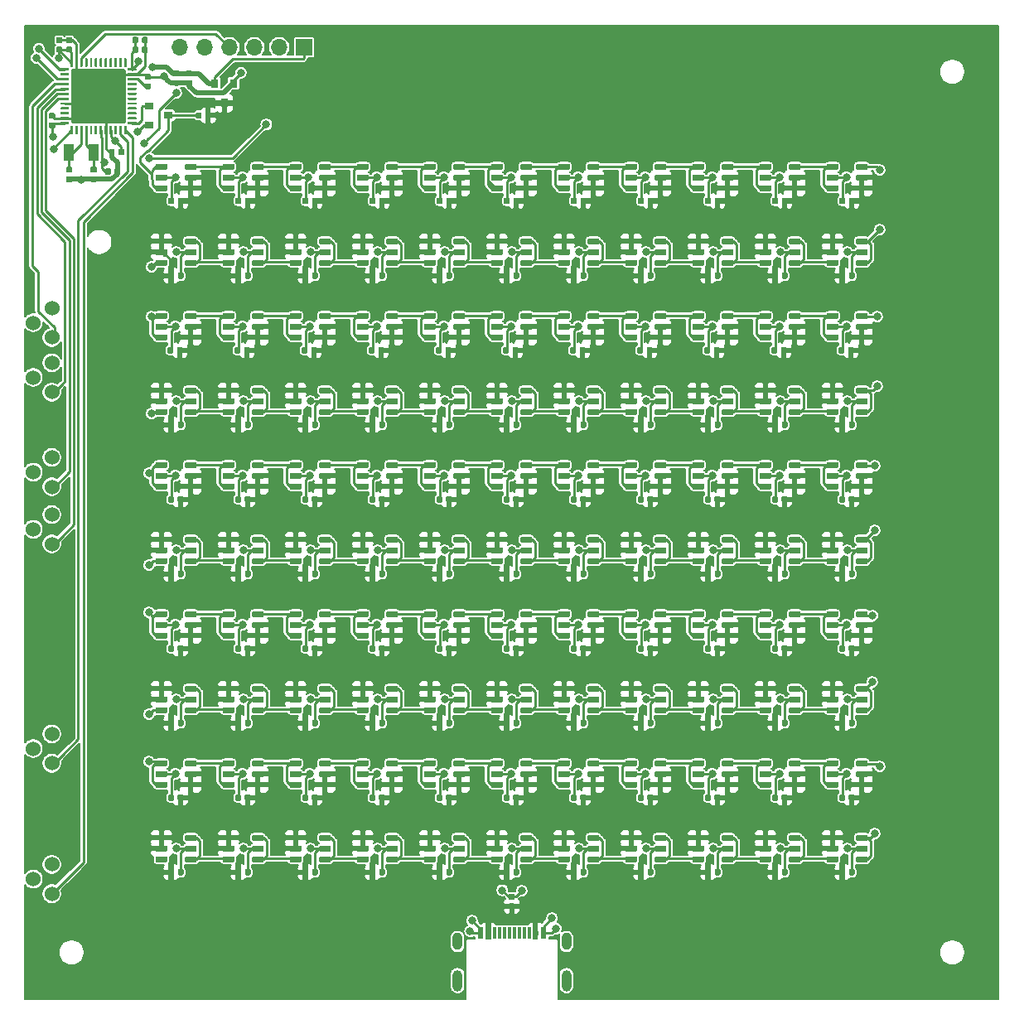
<source format=gbr>
G04 #@! TF.GenerationSoftware,KiCad,Pcbnew,(5.1.5)-2*
G04 #@! TF.CreationDate,2019-12-11T14:56:22-05:00*
G04 #@! TF.ProjectId,main,6d61696e-2e6b-4696-9361-645f70636258,rev?*
G04 #@! TF.SameCoordinates,Original*
G04 #@! TF.FileFunction,Copper,L1,Top*
G04 #@! TF.FilePolarity,Positive*
%FSLAX46Y46*%
G04 Gerber Fmt 4.6, Leading zero omitted, Abs format (unit mm)*
G04 Created by KiCad (PCBNEW (5.1.5)-2) date 2019-12-11 14:56:22*
%MOMM*%
%LPD*%
G04 APERTURE LIST*
%ADD10O,1.000000X1.800000*%
%ADD11O,1.000000X2.200000*%
%ADD12R,0.600000X1.150000*%
%ADD13R,0.300000X1.150000*%
%ADD14C,0.100000*%
%ADD15R,0.900000X0.800000*%
%ADD16R,0.800000X0.900000*%
%ADD17O,1.700000X1.700000*%
%ADD18R,1.700000X1.700000*%
%ADD19R,1.000000X1.800000*%
%ADD20C,1.524000*%
%ADD21R,1.200000X0.600000*%
%ADD22C,0.800000*%
%ADD23C,0.250000*%
%ADD24C,0.500000*%
%ADD25C,0.152400*%
G04 APERTURE END LIST*
D10*
X55575000Y-93886000D03*
D11*
X55575000Y-97886000D03*
D12*
X53200000Y-93026000D03*
D13*
X51750000Y-93026000D03*
D12*
X52400000Y-93026000D03*
D13*
X50750000Y-93026000D03*
X51250000Y-93026000D03*
X50250000Y-93026000D03*
X49750000Y-93026000D03*
X48750000Y-93026000D03*
X49250000Y-93026000D03*
D12*
X47600000Y-93026000D03*
D13*
X48250000Y-93026000D03*
D12*
X46800000Y-93026000D03*
D11*
X44425000Y-97886000D03*
D10*
X44425000Y-93886000D03*
G04 #@! TA.AperFunction,SMDPad,CuDef*
D14*
G36*
X18158958Y-9140710D02*
G01*
X18173276Y-9142834D01*
X18187317Y-9146351D01*
X18200946Y-9151228D01*
X18214031Y-9157417D01*
X18226447Y-9164858D01*
X18238073Y-9173481D01*
X18248798Y-9183202D01*
X18258519Y-9193927D01*
X18267142Y-9205553D01*
X18274583Y-9217969D01*
X18280772Y-9231054D01*
X18285649Y-9244683D01*
X18289166Y-9258724D01*
X18291290Y-9273042D01*
X18292000Y-9287500D01*
X18292000Y-9632500D01*
X18291290Y-9646958D01*
X18289166Y-9661276D01*
X18285649Y-9675317D01*
X18280772Y-9688946D01*
X18274583Y-9702031D01*
X18267142Y-9714447D01*
X18258519Y-9726073D01*
X18248798Y-9736798D01*
X18238073Y-9746519D01*
X18226447Y-9755142D01*
X18214031Y-9762583D01*
X18200946Y-9768772D01*
X18187317Y-9773649D01*
X18173276Y-9777166D01*
X18158958Y-9779290D01*
X18144500Y-9780000D01*
X17849500Y-9780000D01*
X17835042Y-9779290D01*
X17820724Y-9777166D01*
X17806683Y-9773649D01*
X17793054Y-9768772D01*
X17779969Y-9762583D01*
X17767553Y-9755142D01*
X17755927Y-9746519D01*
X17745202Y-9736798D01*
X17735481Y-9726073D01*
X17726858Y-9714447D01*
X17719417Y-9702031D01*
X17713228Y-9688946D01*
X17708351Y-9675317D01*
X17704834Y-9661276D01*
X17702710Y-9646958D01*
X17702000Y-9632500D01*
X17702000Y-9287500D01*
X17702710Y-9273042D01*
X17704834Y-9258724D01*
X17708351Y-9244683D01*
X17713228Y-9231054D01*
X17719417Y-9217969D01*
X17726858Y-9205553D01*
X17735481Y-9193927D01*
X17745202Y-9183202D01*
X17755927Y-9173481D01*
X17767553Y-9164858D01*
X17779969Y-9157417D01*
X17793054Y-9151228D01*
X17806683Y-9146351D01*
X17820724Y-9142834D01*
X17835042Y-9140710D01*
X17849500Y-9140000D01*
X18144500Y-9140000D01*
X18158958Y-9140710D01*
G37*
G04 #@! TD.AperFunction*
G04 #@! TA.AperFunction,SMDPad,CuDef*
G36*
X19128958Y-9140710D02*
G01*
X19143276Y-9142834D01*
X19157317Y-9146351D01*
X19170946Y-9151228D01*
X19184031Y-9157417D01*
X19196447Y-9164858D01*
X19208073Y-9173481D01*
X19218798Y-9183202D01*
X19228519Y-9193927D01*
X19237142Y-9205553D01*
X19244583Y-9217969D01*
X19250772Y-9231054D01*
X19255649Y-9244683D01*
X19259166Y-9258724D01*
X19261290Y-9273042D01*
X19262000Y-9287500D01*
X19262000Y-9632500D01*
X19261290Y-9646958D01*
X19259166Y-9661276D01*
X19255649Y-9675317D01*
X19250772Y-9688946D01*
X19244583Y-9702031D01*
X19237142Y-9714447D01*
X19228519Y-9726073D01*
X19218798Y-9736798D01*
X19208073Y-9746519D01*
X19196447Y-9755142D01*
X19184031Y-9762583D01*
X19170946Y-9768772D01*
X19157317Y-9773649D01*
X19143276Y-9777166D01*
X19128958Y-9779290D01*
X19114500Y-9780000D01*
X18819500Y-9780000D01*
X18805042Y-9779290D01*
X18790724Y-9777166D01*
X18776683Y-9773649D01*
X18763054Y-9768772D01*
X18749969Y-9762583D01*
X18737553Y-9755142D01*
X18725927Y-9746519D01*
X18715202Y-9736798D01*
X18705481Y-9726073D01*
X18696858Y-9714447D01*
X18689417Y-9702031D01*
X18683228Y-9688946D01*
X18678351Y-9675317D01*
X18674834Y-9661276D01*
X18672710Y-9646958D01*
X18672000Y-9632500D01*
X18672000Y-9287500D01*
X18672710Y-9273042D01*
X18674834Y-9258724D01*
X18678351Y-9244683D01*
X18683228Y-9231054D01*
X18689417Y-9217969D01*
X18696858Y-9205553D01*
X18705481Y-9193927D01*
X18715202Y-9183202D01*
X18725927Y-9173481D01*
X18737553Y-9164858D01*
X18749969Y-9157417D01*
X18763054Y-9151228D01*
X18776683Y-9146351D01*
X18790724Y-9142834D01*
X18805042Y-9140710D01*
X18819500Y-9140000D01*
X19114500Y-9140000D01*
X19128958Y-9140710D01*
G37*
G04 #@! TD.AperFunction*
D15*
X14910000Y-9460000D03*
X12910000Y-10410000D03*
X12910000Y-8510000D03*
D16*
X20600000Y-8200000D03*
X19650000Y-6200000D03*
X21550000Y-6200000D03*
G04 #@! TA.AperFunction,SMDPad,CuDef*
D14*
G36*
X4936958Y-1470710D02*
G01*
X4951276Y-1472834D01*
X4965317Y-1476351D01*
X4978946Y-1481228D01*
X4992031Y-1487417D01*
X5004447Y-1494858D01*
X5016073Y-1503481D01*
X5026798Y-1513202D01*
X5036519Y-1523927D01*
X5045142Y-1535553D01*
X5052583Y-1547969D01*
X5058772Y-1561054D01*
X5063649Y-1574683D01*
X5067166Y-1588724D01*
X5069290Y-1603042D01*
X5070000Y-1617500D01*
X5070000Y-1912500D01*
X5069290Y-1926958D01*
X5067166Y-1941276D01*
X5063649Y-1955317D01*
X5058772Y-1968946D01*
X5052583Y-1982031D01*
X5045142Y-1994447D01*
X5036519Y-2006073D01*
X5026798Y-2016798D01*
X5016073Y-2026519D01*
X5004447Y-2035142D01*
X4992031Y-2042583D01*
X4978946Y-2048772D01*
X4965317Y-2053649D01*
X4951276Y-2057166D01*
X4936958Y-2059290D01*
X4922500Y-2060000D01*
X4577500Y-2060000D01*
X4563042Y-2059290D01*
X4548724Y-2057166D01*
X4534683Y-2053649D01*
X4521054Y-2048772D01*
X4507969Y-2042583D01*
X4495553Y-2035142D01*
X4483927Y-2026519D01*
X4473202Y-2016798D01*
X4463481Y-2006073D01*
X4454858Y-1994447D01*
X4447417Y-1982031D01*
X4441228Y-1968946D01*
X4436351Y-1955317D01*
X4432834Y-1941276D01*
X4430710Y-1926958D01*
X4430000Y-1912500D01*
X4430000Y-1617500D01*
X4430710Y-1603042D01*
X4432834Y-1588724D01*
X4436351Y-1574683D01*
X4441228Y-1561054D01*
X4447417Y-1547969D01*
X4454858Y-1535553D01*
X4463481Y-1523927D01*
X4473202Y-1513202D01*
X4483927Y-1503481D01*
X4495553Y-1494858D01*
X4507969Y-1487417D01*
X4521054Y-1481228D01*
X4534683Y-1476351D01*
X4548724Y-1472834D01*
X4563042Y-1470710D01*
X4577500Y-1470000D01*
X4922500Y-1470000D01*
X4936958Y-1470710D01*
G37*
G04 #@! TD.AperFunction*
G04 #@! TA.AperFunction,SMDPad,CuDef*
G36*
X4936958Y-2440710D02*
G01*
X4951276Y-2442834D01*
X4965317Y-2446351D01*
X4978946Y-2451228D01*
X4992031Y-2457417D01*
X5004447Y-2464858D01*
X5016073Y-2473481D01*
X5026798Y-2483202D01*
X5036519Y-2493927D01*
X5045142Y-2505553D01*
X5052583Y-2517969D01*
X5058772Y-2531054D01*
X5063649Y-2544683D01*
X5067166Y-2558724D01*
X5069290Y-2573042D01*
X5070000Y-2587500D01*
X5070000Y-2882500D01*
X5069290Y-2896958D01*
X5067166Y-2911276D01*
X5063649Y-2925317D01*
X5058772Y-2938946D01*
X5052583Y-2952031D01*
X5045142Y-2964447D01*
X5036519Y-2976073D01*
X5026798Y-2986798D01*
X5016073Y-2996519D01*
X5004447Y-3005142D01*
X4992031Y-3012583D01*
X4978946Y-3018772D01*
X4965317Y-3023649D01*
X4951276Y-3027166D01*
X4936958Y-3029290D01*
X4922500Y-3030000D01*
X4577500Y-3030000D01*
X4563042Y-3029290D01*
X4548724Y-3027166D01*
X4534683Y-3023649D01*
X4521054Y-3018772D01*
X4507969Y-3012583D01*
X4495553Y-3005142D01*
X4483927Y-2996519D01*
X4473202Y-2986798D01*
X4463481Y-2976073D01*
X4454858Y-2964447D01*
X4447417Y-2952031D01*
X4441228Y-2938946D01*
X4436351Y-2925317D01*
X4432834Y-2911276D01*
X4430710Y-2896958D01*
X4430000Y-2882500D01*
X4430000Y-2587500D01*
X4430710Y-2573042D01*
X4432834Y-2558724D01*
X4436351Y-2544683D01*
X4441228Y-2531054D01*
X4447417Y-2517969D01*
X4454858Y-2505553D01*
X4463481Y-2493927D01*
X4473202Y-2483202D01*
X4483927Y-2473481D01*
X4495553Y-2464858D01*
X4507969Y-2457417D01*
X4521054Y-2451228D01*
X4534683Y-2446351D01*
X4548724Y-2442834D01*
X4563042Y-2440710D01*
X4577500Y-2440000D01*
X4922500Y-2440000D01*
X4936958Y-2440710D01*
G37*
G04 #@! TD.AperFunction*
G04 #@! TA.AperFunction,SMDPad,CuDef*
G36*
X9276958Y-12880710D02*
G01*
X9291276Y-12882834D01*
X9305317Y-12886351D01*
X9318946Y-12891228D01*
X9332031Y-12897417D01*
X9344447Y-12904858D01*
X9356073Y-12913481D01*
X9366798Y-12923202D01*
X9376519Y-12933927D01*
X9385142Y-12945553D01*
X9392583Y-12957969D01*
X9398772Y-12971054D01*
X9403649Y-12984683D01*
X9407166Y-12998724D01*
X9409290Y-13013042D01*
X9410000Y-13027500D01*
X9410000Y-13372500D01*
X9409290Y-13386958D01*
X9407166Y-13401276D01*
X9403649Y-13415317D01*
X9398772Y-13428946D01*
X9392583Y-13442031D01*
X9385142Y-13454447D01*
X9376519Y-13466073D01*
X9366798Y-13476798D01*
X9356073Y-13486519D01*
X9344447Y-13495142D01*
X9332031Y-13502583D01*
X9318946Y-13508772D01*
X9305317Y-13513649D01*
X9291276Y-13517166D01*
X9276958Y-13519290D01*
X9262500Y-13520000D01*
X8967500Y-13520000D01*
X8953042Y-13519290D01*
X8938724Y-13517166D01*
X8924683Y-13513649D01*
X8911054Y-13508772D01*
X8897969Y-13502583D01*
X8885553Y-13495142D01*
X8873927Y-13486519D01*
X8863202Y-13476798D01*
X8853481Y-13466073D01*
X8844858Y-13454447D01*
X8837417Y-13442031D01*
X8831228Y-13428946D01*
X8826351Y-13415317D01*
X8822834Y-13401276D01*
X8820710Y-13386958D01*
X8820000Y-13372500D01*
X8820000Y-13027500D01*
X8820710Y-13013042D01*
X8822834Y-12998724D01*
X8826351Y-12984683D01*
X8831228Y-12971054D01*
X8837417Y-12957969D01*
X8844858Y-12945553D01*
X8853481Y-12933927D01*
X8863202Y-12923202D01*
X8873927Y-12913481D01*
X8885553Y-12904858D01*
X8897969Y-12897417D01*
X8911054Y-12891228D01*
X8924683Y-12886351D01*
X8938724Y-12882834D01*
X8953042Y-12880710D01*
X8967500Y-12880000D01*
X9262500Y-12880000D01*
X9276958Y-12880710D01*
G37*
G04 #@! TD.AperFunction*
G04 #@! TA.AperFunction,SMDPad,CuDef*
G36*
X10246958Y-12880710D02*
G01*
X10261276Y-12882834D01*
X10275317Y-12886351D01*
X10288946Y-12891228D01*
X10302031Y-12897417D01*
X10314447Y-12904858D01*
X10326073Y-12913481D01*
X10336798Y-12923202D01*
X10346519Y-12933927D01*
X10355142Y-12945553D01*
X10362583Y-12957969D01*
X10368772Y-12971054D01*
X10373649Y-12984683D01*
X10377166Y-12998724D01*
X10379290Y-13013042D01*
X10380000Y-13027500D01*
X10380000Y-13372500D01*
X10379290Y-13386958D01*
X10377166Y-13401276D01*
X10373649Y-13415317D01*
X10368772Y-13428946D01*
X10362583Y-13442031D01*
X10355142Y-13454447D01*
X10346519Y-13466073D01*
X10336798Y-13476798D01*
X10326073Y-13486519D01*
X10314447Y-13495142D01*
X10302031Y-13502583D01*
X10288946Y-13508772D01*
X10275317Y-13513649D01*
X10261276Y-13517166D01*
X10246958Y-13519290D01*
X10232500Y-13520000D01*
X9937500Y-13520000D01*
X9923042Y-13519290D01*
X9908724Y-13517166D01*
X9894683Y-13513649D01*
X9881054Y-13508772D01*
X9867969Y-13502583D01*
X9855553Y-13495142D01*
X9843927Y-13486519D01*
X9833202Y-13476798D01*
X9823481Y-13466073D01*
X9814858Y-13454447D01*
X9807417Y-13442031D01*
X9801228Y-13428946D01*
X9796351Y-13415317D01*
X9792834Y-13401276D01*
X9790710Y-13386958D01*
X9790000Y-13372500D01*
X9790000Y-13027500D01*
X9790710Y-13013042D01*
X9792834Y-12998724D01*
X9796351Y-12984683D01*
X9801228Y-12971054D01*
X9807417Y-12957969D01*
X9814858Y-12945553D01*
X9823481Y-12933927D01*
X9833202Y-12923202D01*
X9843927Y-12913481D01*
X9855553Y-12904858D01*
X9867969Y-12897417D01*
X9881054Y-12891228D01*
X9894683Y-12886351D01*
X9908724Y-12882834D01*
X9923042Y-12880710D01*
X9937500Y-12880000D01*
X10232500Y-12880000D01*
X10246958Y-12880710D01*
G37*
G04 #@! TD.AperFunction*
G04 #@! TA.AperFunction,SMDPad,CuDef*
G36*
X12986958Y-5220710D02*
G01*
X13001276Y-5222834D01*
X13015317Y-5226351D01*
X13028946Y-5231228D01*
X13042031Y-5237417D01*
X13054447Y-5244858D01*
X13066073Y-5253481D01*
X13076798Y-5263202D01*
X13086519Y-5273927D01*
X13095142Y-5285553D01*
X13102583Y-5297969D01*
X13108772Y-5311054D01*
X13113649Y-5324683D01*
X13117166Y-5338724D01*
X13119290Y-5353042D01*
X13120000Y-5367500D01*
X13120000Y-5662500D01*
X13119290Y-5676958D01*
X13117166Y-5691276D01*
X13113649Y-5705317D01*
X13108772Y-5718946D01*
X13102583Y-5732031D01*
X13095142Y-5744447D01*
X13086519Y-5756073D01*
X13076798Y-5766798D01*
X13066073Y-5776519D01*
X13054447Y-5785142D01*
X13042031Y-5792583D01*
X13028946Y-5798772D01*
X13015317Y-5803649D01*
X13001276Y-5807166D01*
X12986958Y-5809290D01*
X12972500Y-5810000D01*
X12627500Y-5810000D01*
X12613042Y-5809290D01*
X12598724Y-5807166D01*
X12584683Y-5803649D01*
X12571054Y-5798772D01*
X12557969Y-5792583D01*
X12545553Y-5785142D01*
X12533927Y-5776519D01*
X12523202Y-5766798D01*
X12513481Y-5756073D01*
X12504858Y-5744447D01*
X12497417Y-5732031D01*
X12491228Y-5718946D01*
X12486351Y-5705317D01*
X12482834Y-5691276D01*
X12480710Y-5676958D01*
X12480000Y-5662500D01*
X12480000Y-5367500D01*
X12480710Y-5353042D01*
X12482834Y-5338724D01*
X12486351Y-5324683D01*
X12491228Y-5311054D01*
X12497417Y-5297969D01*
X12504858Y-5285553D01*
X12513481Y-5273927D01*
X12523202Y-5263202D01*
X12533927Y-5253481D01*
X12545553Y-5244858D01*
X12557969Y-5237417D01*
X12571054Y-5231228D01*
X12584683Y-5226351D01*
X12598724Y-5222834D01*
X12613042Y-5220710D01*
X12627500Y-5220000D01*
X12972500Y-5220000D01*
X12986958Y-5220710D01*
G37*
G04 #@! TD.AperFunction*
G04 #@! TA.AperFunction,SMDPad,CuDef*
G36*
X12986958Y-6190710D02*
G01*
X13001276Y-6192834D01*
X13015317Y-6196351D01*
X13028946Y-6201228D01*
X13042031Y-6207417D01*
X13054447Y-6214858D01*
X13066073Y-6223481D01*
X13076798Y-6233202D01*
X13086519Y-6243927D01*
X13095142Y-6255553D01*
X13102583Y-6267969D01*
X13108772Y-6281054D01*
X13113649Y-6294683D01*
X13117166Y-6308724D01*
X13119290Y-6323042D01*
X13120000Y-6337500D01*
X13120000Y-6632500D01*
X13119290Y-6646958D01*
X13117166Y-6661276D01*
X13113649Y-6675317D01*
X13108772Y-6688946D01*
X13102583Y-6702031D01*
X13095142Y-6714447D01*
X13086519Y-6726073D01*
X13076798Y-6736798D01*
X13066073Y-6746519D01*
X13054447Y-6755142D01*
X13042031Y-6762583D01*
X13028946Y-6768772D01*
X13015317Y-6773649D01*
X13001276Y-6777166D01*
X12986958Y-6779290D01*
X12972500Y-6780000D01*
X12627500Y-6780000D01*
X12613042Y-6779290D01*
X12598724Y-6777166D01*
X12584683Y-6773649D01*
X12571054Y-6768772D01*
X12557969Y-6762583D01*
X12545553Y-6755142D01*
X12533927Y-6746519D01*
X12523202Y-6736798D01*
X12513481Y-6726073D01*
X12504858Y-6714447D01*
X12497417Y-6702031D01*
X12491228Y-6688946D01*
X12486351Y-6675317D01*
X12482834Y-6661276D01*
X12480710Y-6646958D01*
X12480000Y-6632500D01*
X12480000Y-6337500D01*
X12480710Y-6323042D01*
X12482834Y-6308724D01*
X12486351Y-6294683D01*
X12491228Y-6281054D01*
X12497417Y-6267969D01*
X12504858Y-6255553D01*
X12513481Y-6243927D01*
X12523202Y-6233202D01*
X12533927Y-6223481D01*
X12545553Y-6214858D01*
X12557969Y-6207417D01*
X12571054Y-6201228D01*
X12584683Y-6196351D01*
X12598724Y-6192834D01*
X12613042Y-6190710D01*
X12627500Y-6190000D01*
X12972500Y-6190000D01*
X12986958Y-6190710D01*
G37*
G04 #@! TD.AperFunction*
G04 #@! TA.AperFunction,SMDPad,CuDef*
G36*
X9846958Y-14880710D02*
G01*
X9861276Y-14882834D01*
X9875317Y-14886351D01*
X9888946Y-14891228D01*
X9902031Y-14897417D01*
X9914447Y-14904858D01*
X9926073Y-14913481D01*
X9936798Y-14923202D01*
X9946519Y-14933927D01*
X9955142Y-14945553D01*
X9962583Y-14957969D01*
X9968772Y-14971054D01*
X9973649Y-14984683D01*
X9977166Y-14998724D01*
X9979290Y-15013042D01*
X9980000Y-15027500D01*
X9980000Y-15372500D01*
X9979290Y-15386958D01*
X9977166Y-15401276D01*
X9973649Y-15415317D01*
X9968772Y-15428946D01*
X9962583Y-15442031D01*
X9955142Y-15454447D01*
X9946519Y-15466073D01*
X9936798Y-15476798D01*
X9926073Y-15486519D01*
X9914447Y-15495142D01*
X9902031Y-15502583D01*
X9888946Y-15508772D01*
X9875317Y-15513649D01*
X9861276Y-15517166D01*
X9846958Y-15519290D01*
X9832500Y-15520000D01*
X9537500Y-15520000D01*
X9523042Y-15519290D01*
X9508724Y-15517166D01*
X9494683Y-15513649D01*
X9481054Y-15508772D01*
X9467969Y-15502583D01*
X9455553Y-15495142D01*
X9443927Y-15486519D01*
X9433202Y-15476798D01*
X9423481Y-15466073D01*
X9414858Y-15454447D01*
X9407417Y-15442031D01*
X9401228Y-15428946D01*
X9396351Y-15415317D01*
X9392834Y-15401276D01*
X9390710Y-15386958D01*
X9390000Y-15372500D01*
X9390000Y-15027500D01*
X9390710Y-15013042D01*
X9392834Y-14998724D01*
X9396351Y-14984683D01*
X9401228Y-14971054D01*
X9407417Y-14957969D01*
X9414858Y-14945553D01*
X9423481Y-14933927D01*
X9433202Y-14923202D01*
X9443927Y-14913481D01*
X9455553Y-14904858D01*
X9467969Y-14897417D01*
X9481054Y-14891228D01*
X9494683Y-14886351D01*
X9508724Y-14882834D01*
X9523042Y-14880710D01*
X9537500Y-14880000D01*
X9832500Y-14880000D01*
X9846958Y-14880710D01*
G37*
G04 #@! TD.AperFunction*
G04 #@! TA.AperFunction,SMDPad,CuDef*
G36*
X8876958Y-14880710D02*
G01*
X8891276Y-14882834D01*
X8905317Y-14886351D01*
X8918946Y-14891228D01*
X8932031Y-14897417D01*
X8944447Y-14904858D01*
X8956073Y-14913481D01*
X8966798Y-14923202D01*
X8976519Y-14933927D01*
X8985142Y-14945553D01*
X8992583Y-14957969D01*
X8998772Y-14971054D01*
X9003649Y-14984683D01*
X9007166Y-14998724D01*
X9009290Y-15013042D01*
X9010000Y-15027500D01*
X9010000Y-15372500D01*
X9009290Y-15386958D01*
X9007166Y-15401276D01*
X9003649Y-15415317D01*
X8998772Y-15428946D01*
X8992583Y-15442031D01*
X8985142Y-15454447D01*
X8976519Y-15466073D01*
X8966798Y-15476798D01*
X8956073Y-15486519D01*
X8944447Y-15495142D01*
X8932031Y-15502583D01*
X8918946Y-15508772D01*
X8905317Y-15513649D01*
X8891276Y-15517166D01*
X8876958Y-15519290D01*
X8862500Y-15520000D01*
X8567500Y-15520000D01*
X8553042Y-15519290D01*
X8538724Y-15517166D01*
X8524683Y-15513649D01*
X8511054Y-15508772D01*
X8497969Y-15502583D01*
X8485553Y-15495142D01*
X8473927Y-15486519D01*
X8463202Y-15476798D01*
X8453481Y-15466073D01*
X8444858Y-15454447D01*
X8437417Y-15442031D01*
X8431228Y-15428946D01*
X8426351Y-15415317D01*
X8422834Y-15401276D01*
X8420710Y-15386958D01*
X8420000Y-15372500D01*
X8420000Y-15027500D01*
X8420710Y-15013042D01*
X8422834Y-14998724D01*
X8426351Y-14984683D01*
X8431228Y-14971054D01*
X8437417Y-14957969D01*
X8444858Y-14945553D01*
X8453481Y-14933927D01*
X8463202Y-14923202D01*
X8473927Y-14913481D01*
X8485553Y-14904858D01*
X8497969Y-14897417D01*
X8511054Y-14891228D01*
X8524683Y-14886351D01*
X8538724Y-14882834D01*
X8553042Y-14880710D01*
X8567500Y-14880000D01*
X8862500Y-14880000D01*
X8876958Y-14880710D01*
G37*
G04 #@! TD.AperFunction*
G04 #@! TA.AperFunction,SMDPad,CuDef*
G36*
X3936958Y-1470710D02*
G01*
X3951276Y-1472834D01*
X3965317Y-1476351D01*
X3978946Y-1481228D01*
X3992031Y-1487417D01*
X4004447Y-1494858D01*
X4016073Y-1503481D01*
X4026798Y-1513202D01*
X4036519Y-1523927D01*
X4045142Y-1535553D01*
X4052583Y-1547969D01*
X4058772Y-1561054D01*
X4063649Y-1574683D01*
X4067166Y-1588724D01*
X4069290Y-1603042D01*
X4070000Y-1617500D01*
X4070000Y-1912500D01*
X4069290Y-1926958D01*
X4067166Y-1941276D01*
X4063649Y-1955317D01*
X4058772Y-1968946D01*
X4052583Y-1982031D01*
X4045142Y-1994447D01*
X4036519Y-2006073D01*
X4026798Y-2016798D01*
X4016073Y-2026519D01*
X4004447Y-2035142D01*
X3992031Y-2042583D01*
X3978946Y-2048772D01*
X3965317Y-2053649D01*
X3951276Y-2057166D01*
X3936958Y-2059290D01*
X3922500Y-2060000D01*
X3577500Y-2060000D01*
X3563042Y-2059290D01*
X3548724Y-2057166D01*
X3534683Y-2053649D01*
X3521054Y-2048772D01*
X3507969Y-2042583D01*
X3495553Y-2035142D01*
X3483927Y-2026519D01*
X3473202Y-2016798D01*
X3463481Y-2006073D01*
X3454858Y-1994447D01*
X3447417Y-1982031D01*
X3441228Y-1968946D01*
X3436351Y-1955317D01*
X3432834Y-1941276D01*
X3430710Y-1926958D01*
X3430000Y-1912500D01*
X3430000Y-1617500D01*
X3430710Y-1603042D01*
X3432834Y-1588724D01*
X3436351Y-1574683D01*
X3441228Y-1561054D01*
X3447417Y-1547969D01*
X3454858Y-1535553D01*
X3463481Y-1523927D01*
X3473202Y-1513202D01*
X3483927Y-1503481D01*
X3495553Y-1494858D01*
X3507969Y-1487417D01*
X3521054Y-1481228D01*
X3534683Y-1476351D01*
X3548724Y-1472834D01*
X3563042Y-1470710D01*
X3577500Y-1470000D01*
X3922500Y-1470000D01*
X3936958Y-1470710D01*
G37*
G04 #@! TD.AperFunction*
G04 #@! TA.AperFunction,SMDPad,CuDef*
G36*
X3936958Y-2440710D02*
G01*
X3951276Y-2442834D01*
X3965317Y-2446351D01*
X3978946Y-2451228D01*
X3992031Y-2457417D01*
X4004447Y-2464858D01*
X4016073Y-2473481D01*
X4026798Y-2483202D01*
X4036519Y-2493927D01*
X4045142Y-2505553D01*
X4052583Y-2517969D01*
X4058772Y-2531054D01*
X4063649Y-2544683D01*
X4067166Y-2558724D01*
X4069290Y-2573042D01*
X4070000Y-2587500D01*
X4070000Y-2882500D01*
X4069290Y-2896958D01*
X4067166Y-2911276D01*
X4063649Y-2925317D01*
X4058772Y-2938946D01*
X4052583Y-2952031D01*
X4045142Y-2964447D01*
X4036519Y-2976073D01*
X4026798Y-2986798D01*
X4016073Y-2996519D01*
X4004447Y-3005142D01*
X3992031Y-3012583D01*
X3978946Y-3018772D01*
X3965317Y-3023649D01*
X3951276Y-3027166D01*
X3936958Y-3029290D01*
X3922500Y-3030000D01*
X3577500Y-3030000D01*
X3563042Y-3029290D01*
X3548724Y-3027166D01*
X3534683Y-3023649D01*
X3521054Y-3018772D01*
X3507969Y-3012583D01*
X3495553Y-3005142D01*
X3483927Y-2996519D01*
X3473202Y-2986798D01*
X3463481Y-2976073D01*
X3454858Y-2964447D01*
X3447417Y-2952031D01*
X3441228Y-2938946D01*
X3436351Y-2925317D01*
X3432834Y-2911276D01*
X3430710Y-2896958D01*
X3430000Y-2882500D01*
X3430000Y-2587500D01*
X3430710Y-2573042D01*
X3432834Y-2558724D01*
X3436351Y-2544683D01*
X3441228Y-2531054D01*
X3447417Y-2517969D01*
X3454858Y-2505553D01*
X3463481Y-2493927D01*
X3473202Y-2483202D01*
X3483927Y-2473481D01*
X3495553Y-2464858D01*
X3507969Y-2457417D01*
X3521054Y-2451228D01*
X3534683Y-2446351D01*
X3548724Y-2442834D01*
X3563042Y-2440710D01*
X3577500Y-2440000D01*
X3922500Y-2440000D01*
X3936958Y-2440710D01*
G37*
G04 #@! TD.AperFunction*
G04 #@! TA.AperFunction,SMDPad,CuDef*
G36*
X12646958Y-2430710D02*
G01*
X12661276Y-2432834D01*
X12675317Y-2436351D01*
X12688946Y-2441228D01*
X12702031Y-2447417D01*
X12714447Y-2454858D01*
X12726073Y-2463481D01*
X12736798Y-2473202D01*
X12746519Y-2483927D01*
X12755142Y-2495553D01*
X12762583Y-2507969D01*
X12768772Y-2521054D01*
X12773649Y-2534683D01*
X12777166Y-2548724D01*
X12779290Y-2563042D01*
X12780000Y-2577500D01*
X12780000Y-2922500D01*
X12779290Y-2936958D01*
X12777166Y-2951276D01*
X12773649Y-2965317D01*
X12768772Y-2978946D01*
X12762583Y-2992031D01*
X12755142Y-3004447D01*
X12746519Y-3016073D01*
X12736798Y-3026798D01*
X12726073Y-3036519D01*
X12714447Y-3045142D01*
X12702031Y-3052583D01*
X12688946Y-3058772D01*
X12675317Y-3063649D01*
X12661276Y-3067166D01*
X12646958Y-3069290D01*
X12632500Y-3070000D01*
X12337500Y-3070000D01*
X12323042Y-3069290D01*
X12308724Y-3067166D01*
X12294683Y-3063649D01*
X12281054Y-3058772D01*
X12267969Y-3052583D01*
X12255553Y-3045142D01*
X12243927Y-3036519D01*
X12233202Y-3026798D01*
X12223481Y-3016073D01*
X12214858Y-3004447D01*
X12207417Y-2992031D01*
X12201228Y-2978946D01*
X12196351Y-2965317D01*
X12192834Y-2951276D01*
X12190710Y-2936958D01*
X12190000Y-2922500D01*
X12190000Y-2577500D01*
X12190710Y-2563042D01*
X12192834Y-2548724D01*
X12196351Y-2534683D01*
X12201228Y-2521054D01*
X12207417Y-2507969D01*
X12214858Y-2495553D01*
X12223481Y-2483927D01*
X12233202Y-2473202D01*
X12243927Y-2463481D01*
X12255553Y-2454858D01*
X12267969Y-2447417D01*
X12281054Y-2441228D01*
X12294683Y-2436351D01*
X12308724Y-2432834D01*
X12323042Y-2430710D01*
X12337500Y-2430000D01*
X12632500Y-2430000D01*
X12646958Y-2430710D01*
G37*
G04 #@! TD.AperFunction*
G04 #@! TA.AperFunction,SMDPad,CuDef*
G36*
X11676958Y-2430710D02*
G01*
X11691276Y-2432834D01*
X11705317Y-2436351D01*
X11718946Y-2441228D01*
X11732031Y-2447417D01*
X11744447Y-2454858D01*
X11756073Y-2463481D01*
X11766798Y-2473202D01*
X11776519Y-2483927D01*
X11785142Y-2495553D01*
X11792583Y-2507969D01*
X11798772Y-2521054D01*
X11803649Y-2534683D01*
X11807166Y-2548724D01*
X11809290Y-2563042D01*
X11810000Y-2577500D01*
X11810000Y-2922500D01*
X11809290Y-2936958D01*
X11807166Y-2951276D01*
X11803649Y-2965317D01*
X11798772Y-2978946D01*
X11792583Y-2992031D01*
X11785142Y-3004447D01*
X11776519Y-3016073D01*
X11766798Y-3026798D01*
X11756073Y-3036519D01*
X11744447Y-3045142D01*
X11732031Y-3052583D01*
X11718946Y-3058772D01*
X11705317Y-3063649D01*
X11691276Y-3067166D01*
X11676958Y-3069290D01*
X11662500Y-3070000D01*
X11367500Y-3070000D01*
X11353042Y-3069290D01*
X11338724Y-3067166D01*
X11324683Y-3063649D01*
X11311054Y-3058772D01*
X11297969Y-3052583D01*
X11285553Y-3045142D01*
X11273927Y-3036519D01*
X11263202Y-3026798D01*
X11253481Y-3016073D01*
X11244858Y-3004447D01*
X11237417Y-2992031D01*
X11231228Y-2978946D01*
X11226351Y-2965317D01*
X11222834Y-2951276D01*
X11220710Y-2936958D01*
X11220000Y-2922500D01*
X11220000Y-2577500D01*
X11220710Y-2563042D01*
X11222834Y-2548724D01*
X11226351Y-2534683D01*
X11231228Y-2521054D01*
X11237417Y-2507969D01*
X11244858Y-2495553D01*
X11253481Y-2483927D01*
X11263202Y-2473202D01*
X11273927Y-2463481D01*
X11285553Y-2454858D01*
X11297969Y-2447417D01*
X11311054Y-2441228D01*
X11324683Y-2436351D01*
X11338724Y-2432834D01*
X11353042Y-2430710D01*
X11367500Y-2430000D01*
X11662500Y-2430000D01*
X11676958Y-2430710D01*
G37*
G04 #@! TD.AperFunction*
G04 #@! TA.AperFunction,SMDPad,CuDef*
G36*
X12646958Y-1430710D02*
G01*
X12661276Y-1432834D01*
X12675317Y-1436351D01*
X12688946Y-1441228D01*
X12702031Y-1447417D01*
X12714447Y-1454858D01*
X12726073Y-1463481D01*
X12736798Y-1473202D01*
X12746519Y-1483927D01*
X12755142Y-1495553D01*
X12762583Y-1507969D01*
X12768772Y-1521054D01*
X12773649Y-1534683D01*
X12777166Y-1548724D01*
X12779290Y-1563042D01*
X12780000Y-1577500D01*
X12780000Y-1922500D01*
X12779290Y-1936958D01*
X12777166Y-1951276D01*
X12773649Y-1965317D01*
X12768772Y-1978946D01*
X12762583Y-1992031D01*
X12755142Y-2004447D01*
X12746519Y-2016073D01*
X12736798Y-2026798D01*
X12726073Y-2036519D01*
X12714447Y-2045142D01*
X12702031Y-2052583D01*
X12688946Y-2058772D01*
X12675317Y-2063649D01*
X12661276Y-2067166D01*
X12646958Y-2069290D01*
X12632500Y-2070000D01*
X12337500Y-2070000D01*
X12323042Y-2069290D01*
X12308724Y-2067166D01*
X12294683Y-2063649D01*
X12281054Y-2058772D01*
X12267969Y-2052583D01*
X12255553Y-2045142D01*
X12243927Y-2036519D01*
X12233202Y-2026798D01*
X12223481Y-2016073D01*
X12214858Y-2004447D01*
X12207417Y-1992031D01*
X12201228Y-1978946D01*
X12196351Y-1965317D01*
X12192834Y-1951276D01*
X12190710Y-1936958D01*
X12190000Y-1922500D01*
X12190000Y-1577500D01*
X12190710Y-1563042D01*
X12192834Y-1548724D01*
X12196351Y-1534683D01*
X12201228Y-1521054D01*
X12207417Y-1507969D01*
X12214858Y-1495553D01*
X12223481Y-1483927D01*
X12233202Y-1473202D01*
X12243927Y-1463481D01*
X12255553Y-1454858D01*
X12267969Y-1447417D01*
X12281054Y-1441228D01*
X12294683Y-1436351D01*
X12308724Y-1432834D01*
X12323042Y-1430710D01*
X12337500Y-1430000D01*
X12632500Y-1430000D01*
X12646958Y-1430710D01*
G37*
G04 #@! TD.AperFunction*
G04 #@! TA.AperFunction,SMDPad,CuDef*
G36*
X11676958Y-1430710D02*
G01*
X11691276Y-1432834D01*
X11705317Y-1436351D01*
X11718946Y-1441228D01*
X11732031Y-1447417D01*
X11744447Y-1454858D01*
X11756073Y-1463481D01*
X11766798Y-1473202D01*
X11776519Y-1483927D01*
X11785142Y-1495553D01*
X11792583Y-1507969D01*
X11798772Y-1521054D01*
X11803649Y-1534683D01*
X11807166Y-1548724D01*
X11809290Y-1563042D01*
X11810000Y-1577500D01*
X11810000Y-1922500D01*
X11809290Y-1936958D01*
X11807166Y-1951276D01*
X11803649Y-1965317D01*
X11798772Y-1978946D01*
X11792583Y-1992031D01*
X11785142Y-2004447D01*
X11776519Y-2016073D01*
X11766798Y-2026798D01*
X11756073Y-2036519D01*
X11744447Y-2045142D01*
X11732031Y-2052583D01*
X11718946Y-2058772D01*
X11705317Y-2063649D01*
X11691276Y-2067166D01*
X11676958Y-2069290D01*
X11662500Y-2070000D01*
X11367500Y-2070000D01*
X11353042Y-2069290D01*
X11338724Y-2067166D01*
X11324683Y-2063649D01*
X11311054Y-2058772D01*
X11297969Y-2052583D01*
X11285553Y-2045142D01*
X11273927Y-2036519D01*
X11263202Y-2026798D01*
X11253481Y-2016073D01*
X11244858Y-2004447D01*
X11237417Y-1992031D01*
X11231228Y-1978946D01*
X11226351Y-1965317D01*
X11222834Y-1951276D01*
X11220710Y-1936958D01*
X11220000Y-1922500D01*
X11220000Y-1577500D01*
X11220710Y-1563042D01*
X11222834Y-1548724D01*
X11226351Y-1534683D01*
X11231228Y-1521054D01*
X11237417Y-1507969D01*
X11244858Y-1495553D01*
X11253481Y-1483927D01*
X11263202Y-1473202D01*
X11273927Y-1463481D01*
X11285553Y-1454858D01*
X11297969Y-1447417D01*
X11311054Y-1441228D01*
X11324683Y-1436351D01*
X11338724Y-1432834D01*
X11353042Y-1430710D01*
X11367500Y-1430000D01*
X11662500Y-1430000D01*
X11676958Y-1430710D01*
G37*
G04 #@! TD.AperFunction*
G04 #@! TA.AperFunction,SMDPad,CuDef*
G36*
X15886958Y-5840710D02*
G01*
X15901276Y-5842834D01*
X15915317Y-5846351D01*
X15928946Y-5851228D01*
X15942031Y-5857417D01*
X15954447Y-5864858D01*
X15966073Y-5873481D01*
X15976798Y-5883202D01*
X15986519Y-5893927D01*
X15995142Y-5905553D01*
X16002583Y-5917969D01*
X16008772Y-5931054D01*
X16013649Y-5944683D01*
X16017166Y-5958724D01*
X16019290Y-5973042D01*
X16020000Y-5987500D01*
X16020000Y-6282500D01*
X16019290Y-6296958D01*
X16017166Y-6311276D01*
X16013649Y-6325317D01*
X16008772Y-6338946D01*
X16002583Y-6352031D01*
X15995142Y-6364447D01*
X15986519Y-6376073D01*
X15976798Y-6386798D01*
X15966073Y-6396519D01*
X15954447Y-6405142D01*
X15942031Y-6412583D01*
X15928946Y-6418772D01*
X15915317Y-6423649D01*
X15901276Y-6427166D01*
X15886958Y-6429290D01*
X15872500Y-6430000D01*
X15527500Y-6430000D01*
X15513042Y-6429290D01*
X15498724Y-6427166D01*
X15484683Y-6423649D01*
X15471054Y-6418772D01*
X15457969Y-6412583D01*
X15445553Y-6405142D01*
X15433927Y-6396519D01*
X15423202Y-6386798D01*
X15413481Y-6376073D01*
X15404858Y-6364447D01*
X15397417Y-6352031D01*
X15391228Y-6338946D01*
X15386351Y-6325317D01*
X15382834Y-6311276D01*
X15380710Y-6296958D01*
X15380000Y-6282500D01*
X15380000Y-5987500D01*
X15380710Y-5973042D01*
X15382834Y-5958724D01*
X15386351Y-5944683D01*
X15391228Y-5931054D01*
X15397417Y-5917969D01*
X15404858Y-5905553D01*
X15413481Y-5893927D01*
X15423202Y-5883202D01*
X15433927Y-5873481D01*
X15445553Y-5864858D01*
X15457969Y-5857417D01*
X15471054Y-5851228D01*
X15484683Y-5846351D01*
X15498724Y-5842834D01*
X15513042Y-5840710D01*
X15527500Y-5840000D01*
X15872500Y-5840000D01*
X15886958Y-5840710D01*
G37*
G04 #@! TD.AperFunction*
G04 #@! TA.AperFunction,SMDPad,CuDef*
G36*
X15886958Y-4870710D02*
G01*
X15901276Y-4872834D01*
X15915317Y-4876351D01*
X15928946Y-4881228D01*
X15942031Y-4887417D01*
X15954447Y-4894858D01*
X15966073Y-4903481D01*
X15976798Y-4913202D01*
X15986519Y-4923927D01*
X15995142Y-4935553D01*
X16002583Y-4947969D01*
X16008772Y-4961054D01*
X16013649Y-4974683D01*
X16017166Y-4988724D01*
X16019290Y-5003042D01*
X16020000Y-5017500D01*
X16020000Y-5312500D01*
X16019290Y-5326958D01*
X16017166Y-5341276D01*
X16013649Y-5355317D01*
X16008772Y-5368946D01*
X16002583Y-5382031D01*
X15995142Y-5394447D01*
X15986519Y-5406073D01*
X15976798Y-5416798D01*
X15966073Y-5426519D01*
X15954447Y-5435142D01*
X15942031Y-5442583D01*
X15928946Y-5448772D01*
X15915317Y-5453649D01*
X15901276Y-5457166D01*
X15886958Y-5459290D01*
X15872500Y-5460000D01*
X15527500Y-5460000D01*
X15513042Y-5459290D01*
X15498724Y-5457166D01*
X15484683Y-5453649D01*
X15471054Y-5448772D01*
X15457969Y-5442583D01*
X15445553Y-5435142D01*
X15433927Y-5426519D01*
X15423202Y-5416798D01*
X15413481Y-5406073D01*
X15404858Y-5394447D01*
X15397417Y-5382031D01*
X15391228Y-5368946D01*
X15386351Y-5355317D01*
X15382834Y-5341276D01*
X15380710Y-5326958D01*
X15380000Y-5312500D01*
X15380000Y-5017500D01*
X15380710Y-5003042D01*
X15382834Y-4988724D01*
X15386351Y-4974683D01*
X15391228Y-4961054D01*
X15397417Y-4947969D01*
X15404858Y-4935553D01*
X15413481Y-4923927D01*
X15423202Y-4913202D01*
X15433927Y-4903481D01*
X15445553Y-4894858D01*
X15457969Y-4887417D01*
X15471054Y-4881228D01*
X15484683Y-4876351D01*
X15498724Y-4872834D01*
X15513042Y-4870710D01*
X15527500Y-4870000D01*
X15872500Y-4870000D01*
X15886958Y-4870710D01*
G37*
G04 #@! TD.AperFunction*
G04 #@! TA.AperFunction,SMDPad,CuDef*
G36*
X17186958Y-5840710D02*
G01*
X17201276Y-5842834D01*
X17215317Y-5846351D01*
X17228946Y-5851228D01*
X17242031Y-5857417D01*
X17254447Y-5864858D01*
X17266073Y-5873481D01*
X17276798Y-5883202D01*
X17286519Y-5893927D01*
X17295142Y-5905553D01*
X17302583Y-5917969D01*
X17308772Y-5931054D01*
X17313649Y-5944683D01*
X17317166Y-5958724D01*
X17319290Y-5973042D01*
X17320000Y-5987500D01*
X17320000Y-6282500D01*
X17319290Y-6296958D01*
X17317166Y-6311276D01*
X17313649Y-6325317D01*
X17308772Y-6338946D01*
X17302583Y-6352031D01*
X17295142Y-6364447D01*
X17286519Y-6376073D01*
X17276798Y-6386798D01*
X17266073Y-6396519D01*
X17254447Y-6405142D01*
X17242031Y-6412583D01*
X17228946Y-6418772D01*
X17215317Y-6423649D01*
X17201276Y-6427166D01*
X17186958Y-6429290D01*
X17172500Y-6430000D01*
X16827500Y-6430000D01*
X16813042Y-6429290D01*
X16798724Y-6427166D01*
X16784683Y-6423649D01*
X16771054Y-6418772D01*
X16757969Y-6412583D01*
X16745553Y-6405142D01*
X16733927Y-6396519D01*
X16723202Y-6386798D01*
X16713481Y-6376073D01*
X16704858Y-6364447D01*
X16697417Y-6352031D01*
X16691228Y-6338946D01*
X16686351Y-6325317D01*
X16682834Y-6311276D01*
X16680710Y-6296958D01*
X16680000Y-6282500D01*
X16680000Y-5987500D01*
X16680710Y-5973042D01*
X16682834Y-5958724D01*
X16686351Y-5944683D01*
X16691228Y-5931054D01*
X16697417Y-5917969D01*
X16704858Y-5905553D01*
X16713481Y-5893927D01*
X16723202Y-5883202D01*
X16733927Y-5873481D01*
X16745553Y-5864858D01*
X16757969Y-5857417D01*
X16771054Y-5851228D01*
X16784683Y-5846351D01*
X16798724Y-5842834D01*
X16813042Y-5840710D01*
X16827500Y-5840000D01*
X17172500Y-5840000D01*
X17186958Y-5840710D01*
G37*
G04 #@! TD.AperFunction*
G04 #@! TA.AperFunction,SMDPad,CuDef*
G36*
X17186958Y-4870710D02*
G01*
X17201276Y-4872834D01*
X17215317Y-4876351D01*
X17228946Y-4881228D01*
X17242031Y-4887417D01*
X17254447Y-4894858D01*
X17266073Y-4903481D01*
X17276798Y-4913202D01*
X17286519Y-4923927D01*
X17295142Y-4935553D01*
X17302583Y-4947969D01*
X17308772Y-4961054D01*
X17313649Y-4974683D01*
X17317166Y-4988724D01*
X17319290Y-5003042D01*
X17320000Y-5017500D01*
X17320000Y-5312500D01*
X17319290Y-5326958D01*
X17317166Y-5341276D01*
X17313649Y-5355317D01*
X17308772Y-5368946D01*
X17302583Y-5382031D01*
X17295142Y-5394447D01*
X17286519Y-5406073D01*
X17276798Y-5416798D01*
X17266073Y-5426519D01*
X17254447Y-5435142D01*
X17242031Y-5442583D01*
X17228946Y-5448772D01*
X17215317Y-5453649D01*
X17201276Y-5457166D01*
X17186958Y-5459290D01*
X17172500Y-5460000D01*
X16827500Y-5460000D01*
X16813042Y-5459290D01*
X16798724Y-5457166D01*
X16784683Y-5453649D01*
X16771054Y-5448772D01*
X16757969Y-5442583D01*
X16745553Y-5435142D01*
X16733927Y-5426519D01*
X16723202Y-5416798D01*
X16713481Y-5406073D01*
X16704858Y-5394447D01*
X16697417Y-5382031D01*
X16691228Y-5368946D01*
X16686351Y-5355317D01*
X16682834Y-5341276D01*
X16680710Y-5326958D01*
X16680000Y-5312500D01*
X16680000Y-5017500D01*
X16680710Y-5003042D01*
X16682834Y-4988724D01*
X16686351Y-4974683D01*
X16691228Y-4961054D01*
X16697417Y-4947969D01*
X16704858Y-4935553D01*
X16713481Y-4923927D01*
X16723202Y-4913202D01*
X16733927Y-4903481D01*
X16745553Y-4894858D01*
X16757969Y-4887417D01*
X16771054Y-4881228D01*
X16784683Y-4876351D01*
X16798724Y-4872834D01*
X16813042Y-4870710D01*
X16827500Y-4870000D01*
X17172500Y-4870000D01*
X17186958Y-4870710D01*
G37*
G04 #@! TD.AperFunction*
G04 #@! TA.AperFunction,SMDPad,CuDef*
G36*
X3186958Y-9220710D02*
G01*
X3201276Y-9222834D01*
X3215317Y-9226351D01*
X3228946Y-9231228D01*
X3242031Y-9237417D01*
X3254447Y-9244858D01*
X3266073Y-9253481D01*
X3276798Y-9263202D01*
X3286519Y-9273927D01*
X3295142Y-9285553D01*
X3302583Y-9297969D01*
X3308772Y-9311054D01*
X3313649Y-9324683D01*
X3317166Y-9338724D01*
X3319290Y-9353042D01*
X3320000Y-9367500D01*
X3320000Y-9662500D01*
X3319290Y-9676958D01*
X3317166Y-9691276D01*
X3313649Y-9705317D01*
X3308772Y-9718946D01*
X3302583Y-9732031D01*
X3295142Y-9744447D01*
X3286519Y-9756073D01*
X3276798Y-9766798D01*
X3266073Y-9776519D01*
X3254447Y-9785142D01*
X3242031Y-9792583D01*
X3228946Y-9798772D01*
X3215317Y-9803649D01*
X3201276Y-9807166D01*
X3186958Y-9809290D01*
X3172500Y-9810000D01*
X2827500Y-9810000D01*
X2813042Y-9809290D01*
X2798724Y-9807166D01*
X2784683Y-9803649D01*
X2771054Y-9798772D01*
X2757969Y-9792583D01*
X2745553Y-9785142D01*
X2733927Y-9776519D01*
X2723202Y-9766798D01*
X2713481Y-9756073D01*
X2704858Y-9744447D01*
X2697417Y-9732031D01*
X2691228Y-9718946D01*
X2686351Y-9705317D01*
X2682834Y-9691276D01*
X2680710Y-9676958D01*
X2680000Y-9662500D01*
X2680000Y-9367500D01*
X2680710Y-9353042D01*
X2682834Y-9338724D01*
X2686351Y-9324683D01*
X2691228Y-9311054D01*
X2697417Y-9297969D01*
X2704858Y-9285553D01*
X2713481Y-9273927D01*
X2723202Y-9263202D01*
X2733927Y-9253481D01*
X2745553Y-9244858D01*
X2757969Y-9237417D01*
X2771054Y-9231228D01*
X2784683Y-9226351D01*
X2798724Y-9222834D01*
X2813042Y-9220710D01*
X2827500Y-9220000D01*
X3172500Y-9220000D01*
X3186958Y-9220710D01*
G37*
G04 #@! TD.AperFunction*
G04 #@! TA.AperFunction,SMDPad,CuDef*
G36*
X3186958Y-10190710D02*
G01*
X3201276Y-10192834D01*
X3215317Y-10196351D01*
X3228946Y-10201228D01*
X3242031Y-10207417D01*
X3254447Y-10214858D01*
X3266073Y-10223481D01*
X3276798Y-10233202D01*
X3286519Y-10243927D01*
X3295142Y-10255553D01*
X3302583Y-10267969D01*
X3308772Y-10281054D01*
X3313649Y-10294683D01*
X3317166Y-10308724D01*
X3319290Y-10323042D01*
X3320000Y-10337500D01*
X3320000Y-10632500D01*
X3319290Y-10646958D01*
X3317166Y-10661276D01*
X3313649Y-10675317D01*
X3308772Y-10688946D01*
X3302583Y-10702031D01*
X3295142Y-10714447D01*
X3286519Y-10726073D01*
X3276798Y-10736798D01*
X3266073Y-10746519D01*
X3254447Y-10755142D01*
X3242031Y-10762583D01*
X3228946Y-10768772D01*
X3215317Y-10773649D01*
X3201276Y-10777166D01*
X3186958Y-10779290D01*
X3172500Y-10780000D01*
X2827500Y-10780000D01*
X2813042Y-10779290D01*
X2798724Y-10777166D01*
X2784683Y-10773649D01*
X2771054Y-10768772D01*
X2757969Y-10762583D01*
X2745553Y-10755142D01*
X2733927Y-10746519D01*
X2723202Y-10736798D01*
X2713481Y-10726073D01*
X2704858Y-10714447D01*
X2697417Y-10702031D01*
X2691228Y-10688946D01*
X2686351Y-10675317D01*
X2682834Y-10661276D01*
X2680710Y-10646958D01*
X2680000Y-10632500D01*
X2680000Y-10337500D01*
X2680710Y-10323042D01*
X2682834Y-10308724D01*
X2686351Y-10294683D01*
X2691228Y-10281054D01*
X2697417Y-10267969D01*
X2704858Y-10255553D01*
X2713481Y-10243927D01*
X2723202Y-10233202D01*
X2733927Y-10223481D01*
X2745553Y-10214858D01*
X2757969Y-10207417D01*
X2771054Y-10201228D01*
X2784683Y-10196351D01*
X2798724Y-10192834D01*
X2813042Y-10190710D01*
X2827500Y-10190000D01*
X3172500Y-10190000D01*
X3186958Y-10190710D01*
G37*
G04 #@! TD.AperFunction*
G04 #@! TA.AperFunction,SMDPad,CuDef*
G36*
X50164958Y-89008210D02*
G01*
X50179276Y-89010334D01*
X50193317Y-89013851D01*
X50206946Y-89018728D01*
X50220031Y-89024917D01*
X50232447Y-89032358D01*
X50244073Y-89040981D01*
X50254798Y-89050702D01*
X50264519Y-89061427D01*
X50273142Y-89073053D01*
X50280583Y-89085469D01*
X50286772Y-89098554D01*
X50291649Y-89112183D01*
X50295166Y-89126224D01*
X50297290Y-89140542D01*
X50298000Y-89155000D01*
X50298000Y-89450000D01*
X50297290Y-89464458D01*
X50295166Y-89478776D01*
X50291649Y-89492817D01*
X50286772Y-89506446D01*
X50280583Y-89519531D01*
X50273142Y-89531947D01*
X50264519Y-89543573D01*
X50254798Y-89554298D01*
X50244073Y-89564019D01*
X50232447Y-89572642D01*
X50220031Y-89580083D01*
X50206946Y-89586272D01*
X50193317Y-89591149D01*
X50179276Y-89594666D01*
X50164958Y-89596790D01*
X50150500Y-89597500D01*
X49805500Y-89597500D01*
X49791042Y-89596790D01*
X49776724Y-89594666D01*
X49762683Y-89591149D01*
X49749054Y-89586272D01*
X49735969Y-89580083D01*
X49723553Y-89572642D01*
X49711927Y-89564019D01*
X49701202Y-89554298D01*
X49691481Y-89543573D01*
X49682858Y-89531947D01*
X49675417Y-89519531D01*
X49669228Y-89506446D01*
X49664351Y-89492817D01*
X49660834Y-89478776D01*
X49658710Y-89464458D01*
X49658000Y-89450000D01*
X49658000Y-89155000D01*
X49658710Y-89140542D01*
X49660834Y-89126224D01*
X49664351Y-89112183D01*
X49669228Y-89098554D01*
X49675417Y-89085469D01*
X49682858Y-89073053D01*
X49691481Y-89061427D01*
X49701202Y-89050702D01*
X49711927Y-89040981D01*
X49723553Y-89032358D01*
X49735969Y-89024917D01*
X49749054Y-89018728D01*
X49762683Y-89013851D01*
X49776724Y-89010334D01*
X49791042Y-89008210D01*
X49805500Y-89007500D01*
X50150500Y-89007500D01*
X50164958Y-89008210D01*
G37*
G04 #@! TD.AperFunction*
G04 #@! TA.AperFunction,SMDPad,CuDef*
G36*
X50164958Y-89978210D02*
G01*
X50179276Y-89980334D01*
X50193317Y-89983851D01*
X50206946Y-89988728D01*
X50220031Y-89994917D01*
X50232447Y-90002358D01*
X50244073Y-90010981D01*
X50254798Y-90020702D01*
X50264519Y-90031427D01*
X50273142Y-90043053D01*
X50280583Y-90055469D01*
X50286772Y-90068554D01*
X50291649Y-90082183D01*
X50295166Y-90096224D01*
X50297290Y-90110542D01*
X50298000Y-90125000D01*
X50298000Y-90420000D01*
X50297290Y-90434458D01*
X50295166Y-90448776D01*
X50291649Y-90462817D01*
X50286772Y-90476446D01*
X50280583Y-90489531D01*
X50273142Y-90501947D01*
X50264519Y-90513573D01*
X50254798Y-90524298D01*
X50244073Y-90534019D01*
X50232447Y-90542642D01*
X50220031Y-90550083D01*
X50206946Y-90556272D01*
X50193317Y-90561149D01*
X50179276Y-90564666D01*
X50164958Y-90566790D01*
X50150500Y-90567500D01*
X49805500Y-90567500D01*
X49791042Y-90566790D01*
X49776724Y-90564666D01*
X49762683Y-90561149D01*
X49749054Y-90556272D01*
X49735969Y-90550083D01*
X49723553Y-90542642D01*
X49711927Y-90534019D01*
X49701202Y-90524298D01*
X49691481Y-90513573D01*
X49682858Y-90501947D01*
X49675417Y-90489531D01*
X49669228Y-90476446D01*
X49664351Y-90462817D01*
X49660834Y-90448776D01*
X49658710Y-90434458D01*
X49658000Y-90420000D01*
X49658000Y-90125000D01*
X49658710Y-90110542D01*
X49660834Y-90096224D01*
X49664351Y-90082183D01*
X49669228Y-90068554D01*
X49675417Y-90055469D01*
X49682858Y-90043053D01*
X49691481Y-90031427D01*
X49701202Y-90020702D01*
X49711927Y-90010981D01*
X49723553Y-90002358D01*
X49735969Y-89994917D01*
X49749054Y-89988728D01*
X49762683Y-89983851D01*
X49776724Y-89980334D01*
X49791042Y-89978210D01*
X49805500Y-89977500D01*
X50150500Y-89977500D01*
X50164958Y-89978210D01*
G37*
G04 #@! TD.AperFunction*
D17*
X16050000Y-2500000D03*
X18590000Y-2500000D03*
X21130000Y-2500000D03*
X23670000Y-2500000D03*
X26210000Y-2500000D03*
D18*
X28750000Y-2500000D03*
D19*
X7250000Y-13250000D03*
X4750000Y-13250000D03*
G04 #@! TA.AperFunction,SMDPad,CuDef*
D14*
G36*
X7436958Y-15690710D02*
G01*
X7451276Y-15692834D01*
X7465317Y-15696351D01*
X7478946Y-15701228D01*
X7492031Y-15707417D01*
X7504447Y-15714858D01*
X7516073Y-15723481D01*
X7526798Y-15733202D01*
X7536519Y-15743927D01*
X7545142Y-15755553D01*
X7552583Y-15767969D01*
X7558772Y-15781054D01*
X7563649Y-15794683D01*
X7567166Y-15808724D01*
X7569290Y-15823042D01*
X7570000Y-15837500D01*
X7570000Y-16132500D01*
X7569290Y-16146958D01*
X7567166Y-16161276D01*
X7563649Y-16175317D01*
X7558772Y-16188946D01*
X7552583Y-16202031D01*
X7545142Y-16214447D01*
X7536519Y-16226073D01*
X7526798Y-16236798D01*
X7516073Y-16246519D01*
X7504447Y-16255142D01*
X7492031Y-16262583D01*
X7478946Y-16268772D01*
X7465317Y-16273649D01*
X7451276Y-16277166D01*
X7436958Y-16279290D01*
X7422500Y-16280000D01*
X7077500Y-16280000D01*
X7063042Y-16279290D01*
X7048724Y-16277166D01*
X7034683Y-16273649D01*
X7021054Y-16268772D01*
X7007969Y-16262583D01*
X6995553Y-16255142D01*
X6983927Y-16246519D01*
X6973202Y-16236798D01*
X6963481Y-16226073D01*
X6954858Y-16214447D01*
X6947417Y-16202031D01*
X6941228Y-16188946D01*
X6936351Y-16175317D01*
X6932834Y-16161276D01*
X6930710Y-16146958D01*
X6930000Y-16132500D01*
X6930000Y-15837500D01*
X6930710Y-15823042D01*
X6932834Y-15808724D01*
X6936351Y-15794683D01*
X6941228Y-15781054D01*
X6947417Y-15767969D01*
X6954858Y-15755553D01*
X6963481Y-15743927D01*
X6973202Y-15733202D01*
X6983927Y-15723481D01*
X6995553Y-15714858D01*
X7007969Y-15707417D01*
X7021054Y-15701228D01*
X7034683Y-15696351D01*
X7048724Y-15692834D01*
X7063042Y-15690710D01*
X7077500Y-15690000D01*
X7422500Y-15690000D01*
X7436958Y-15690710D01*
G37*
G04 #@! TD.AperFunction*
G04 #@! TA.AperFunction,SMDPad,CuDef*
G36*
X7436958Y-14720710D02*
G01*
X7451276Y-14722834D01*
X7465317Y-14726351D01*
X7478946Y-14731228D01*
X7492031Y-14737417D01*
X7504447Y-14744858D01*
X7516073Y-14753481D01*
X7526798Y-14763202D01*
X7536519Y-14773927D01*
X7545142Y-14785553D01*
X7552583Y-14797969D01*
X7558772Y-14811054D01*
X7563649Y-14824683D01*
X7567166Y-14838724D01*
X7569290Y-14853042D01*
X7570000Y-14867500D01*
X7570000Y-15162500D01*
X7569290Y-15176958D01*
X7567166Y-15191276D01*
X7563649Y-15205317D01*
X7558772Y-15218946D01*
X7552583Y-15232031D01*
X7545142Y-15244447D01*
X7536519Y-15256073D01*
X7526798Y-15266798D01*
X7516073Y-15276519D01*
X7504447Y-15285142D01*
X7492031Y-15292583D01*
X7478946Y-15298772D01*
X7465317Y-15303649D01*
X7451276Y-15307166D01*
X7436958Y-15309290D01*
X7422500Y-15310000D01*
X7077500Y-15310000D01*
X7063042Y-15309290D01*
X7048724Y-15307166D01*
X7034683Y-15303649D01*
X7021054Y-15298772D01*
X7007969Y-15292583D01*
X6995553Y-15285142D01*
X6983927Y-15276519D01*
X6973202Y-15266798D01*
X6963481Y-15256073D01*
X6954858Y-15244447D01*
X6947417Y-15232031D01*
X6941228Y-15218946D01*
X6936351Y-15205317D01*
X6932834Y-15191276D01*
X6930710Y-15176958D01*
X6930000Y-15162500D01*
X6930000Y-14867500D01*
X6930710Y-14853042D01*
X6932834Y-14838724D01*
X6936351Y-14824683D01*
X6941228Y-14811054D01*
X6947417Y-14797969D01*
X6954858Y-14785553D01*
X6963481Y-14773927D01*
X6973202Y-14763202D01*
X6983927Y-14753481D01*
X6995553Y-14744858D01*
X7007969Y-14737417D01*
X7021054Y-14731228D01*
X7034683Y-14726351D01*
X7048724Y-14722834D01*
X7063042Y-14720710D01*
X7077500Y-14720000D01*
X7422500Y-14720000D01*
X7436958Y-14720710D01*
G37*
G04 #@! TD.AperFunction*
G04 #@! TA.AperFunction,SMDPad,CuDef*
G36*
X4936958Y-15690710D02*
G01*
X4951276Y-15692834D01*
X4965317Y-15696351D01*
X4978946Y-15701228D01*
X4992031Y-15707417D01*
X5004447Y-15714858D01*
X5016073Y-15723481D01*
X5026798Y-15733202D01*
X5036519Y-15743927D01*
X5045142Y-15755553D01*
X5052583Y-15767969D01*
X5058772Y-15781054D01*
X5063649Y-15794683D01*
X5067166Y-15808724D01*
X5069290Y-15823042D01*
X5070000Y-15837500D01*
X5070000Y-16132500D01*
X5069290Y-16146958D01*
X5067166Y-16161276D01*
X5063649Y-16175317D01*
X5058772Y-16188946D01*
X5052583Y-16202031D01*
X5045142Y-16214447D01*
X5036519Y-16226073D01*
X5026798Y-16236798D01*
X5016073Y-16246519D01*
X5004447Y-16255142D01*
X4992031Y-16262583D01*
X4978946Y-16268772D01*
X4965317Y-16273649D01*
X4951276Y-16277166D01*
X4936958Y-16279290D01*
X4922500Y-16280000D01*
X4577500Y-16280000D01*
X4563042Y-16279290D01*
X4548724Y-16277166D01*
X4534683Y-16273649D01*
X4521054Y-16268772D01*
X4507969Y-16262583D01*
X4495553Y-16255142D01*
X4483927Y-16246519D01*
X4473202Y-16236798D01*
X4463481Y-16226073D01*
X4454858Y-16214447D01*
X4447417Y-16202031D01*
X4441228Y-16188946D01*
X4436351Y-16175317D01*
X4432834Y-16161276D01*
X4430710Y-16146958D01*
X4430000Y-16132500D01*
X4430000Y-15837500D01*
X4430710Y-15823042D01*
X4432834Y-15808724D01*
X4436351Y-15794683D01*
X4441228Y-15781054D01*
X4447417Y-15767969D01*
X4454858Y-15755553D01*
X4463481Y-15743927D01*
X4473202Y-15733202D01*
X4483927Y-15723481D01*
X4495553Y-15714858D01*
X4507969Y-15707417D01*
X4521054Y-15701228D01*
X4534683Y-15696351D01*
X4548724Y-15692834D01*
X4563042Y-15690710D01*
X4577500Y-15690000D01*
X4922500Y-15690000D01*
X4936958Y-15690710D01*
G37*
G04 #@! TD.AperFunction*
G04 #@! TA.AperFunction,SMDPad,CuDef*
G36*
X4936958Y-14720710D02*
G01*
X4951276Y-14722834D01*
X4965317Y-14726351D01*
X4978946Y-14731228D01*
X4992031Y-14737417D01*
X5004447Y-14744858D01*
X5016073Y-14753481D01*
X5026798Y-14763202D01*
X5036519Y-14773927D01*
X5045142Y-14785553D01*
X5052583Y-14797969D01*
X5058772Y-14811054D01*
X5063649Y-14824683D01*
X5067166Y-14838724D01*
X5069290Y-14853042D01*
X5070000Y-14867500D01*
X5070000Y-15162500D01*
X5069290Y-15176958D01*
X5067166Y-15191276D01*
X5063649Y-15205317D01*
X5058772Y-15218946D01*
X5052583Y-15232031D01*
X5045142Y-15244447D01*
X5036519Y-15256073D01*
X5026798Y-15266798D01*
X5016073Y-15276519D01*
X5004447Y-15285142D01*
X4992031Y-15292583D01*
X4978946Y-15298772D01*
X4965317Y-15303649D01*
X4951276Y-15307166D01*
X4936958Y-15309290D01*
X4922500Y-15310000D01*
X4577500Y-15310000D01*
X4563042Y-15309290D01*
X4548724Y-15307166D01*
X4534683Y-15303649D01*
X4521054Y-15298772D01*
X4507969Y-15292583D01*
X4495553Y-15285142D01*
X4483927Y-15276519D01*
X4473202Y-15266798D01*
X4463481Y-15256073D01*
X4454858Y-15244447D01*
X4447417Y-15232031D01*
X4441228Y-15218946D01*
X4436351Y-15205317D01*
X4432834Y-15191276D01*
X4430710Y-15176958D01*
X4430000Y-15162500D01*
X4430000Y-14867500D01*
X4430710Y-14853042D01*
X4432834Y-14838724D01*
X4436351Y-14824683D01*
X4441228Y-14811054D01*
X4447417Y-14797969D01*
X4454858Y-14785553D01*
X4463481Y-14773927D01*
X4473202Y-14763202D01*
X4483927Y-14753481D01*
X4495553Y-14744858D01*
X4507969Y-14737417D01*
X4521054Y-14731228D01*
X4534683Y-14726351D01*
X4548724Y-14722834D01*
X4563042Y-14720710D01*
X4577500Y-14720000D01*
X4922500Y-14720000D01*
X4936958Y-14720710D01*
G37*
G04 #@! TD.AperFunction*
G04 #@! TA.AperFunction,SMDPad,CuDef*
G36*
X23167558Y-86483710D02*
G01*
X23181876Y-86485834D01*
X23195917Y-86489351D01*
X23209546Y-86494228D01*
X23222631Y-86500417D01*
X23235047Y-86507858D01*
X23246673Y-86516481D01*
X23257398Y-86526202D01*
X23267119Y-86536927D01*
X23275742Y-86548553D01*
X23283183Y-86560969D01*
X23289372Y-86574054D01*
X23294249Y-86587683D01*
X23297766Y-86601724D01*
X23299890Y-86616042D01*
X23300600Y-86630500D01*
X23300600Y-86975500D01*
X23299890Y-86989958D01*
X23297766Y-87004276D01*
X23294249Y-87018317D01*
X23289372Y-87031946D01*
X23283183Y-87045031D01*
X23275742Y-87057447D01*
X23267119Y-87069073D01*
X23257398Y-87079798D01*
X23246673Y-87089519D01*
X23235047Y-87098142D01*
X23222631Y-87105583D01*
X23209546Y-87111772D01*
X23195917Y-87116649D01*
X23181876Y-87120166D01*
X23167558Y-87122290D01*
X23153100Y-87123000D01*
X22858100Y-87123000D01*
X22843642Y-87122290D01*
X22829324Y-87120166D01*
X22815283Y-87116649D01*
X22801654Y-87111772D01*
X22788569Y-87105583D01*
X22776153Y-87098142D01*
X22764527Y-87089519D01*
X22753802Y-87079798D01*
X22744081Y-87069073D01*
X22735458Y-87057447D01*
X22728017Y-87045031D01*
X22721828Y-87031946D01*
X22716951Y-87018317D01*
X22713434Y-87004276D01*
X22711310Y-86989958D01*
X22710600Y-86975500D01*
X22710600Y-86630500D01*
X22711310Y-86616042D01*
X22713434Y-86601724D01*
X22716951Y-86587683D01*
X22721828Y-86574054D01*
X22728017Y-86560969D01*
X22735458Y-86548553D01*
X22744081Y-86536927D01*
X22753802Y-86526202D01*
X22764527Y-86516481D01*
X22776153Y-86507858D01*
X22788569Y-86500417D01*
X22801654Y-86494228D01*
X22815283Y-86489351D01*
X22829324Y-86485834D01*
X22843642Y-86483710D01*
X22858100Y-86483000D01*
X23153100Y-86483000D01*
X23167558Y-86483710D01*
G37*
G04 #@! TD.AperFunction*
G04 #@! TA.AperFunction,SMDPad,CuDef*
G36*
X22197558Y-86483710D02*
G01*
X22211876Y-86485834D01*
X22225917Y-86489351D01*
X22239546Y-86494228D01*
X22252631Y-86500417D01*
X22265047Y-86507858D01*
X22276673Y-86516481D01*
X22287398Y-86526202D01*
X22297119Y-86536927D01*
X22305742Y-86548553D01*
X22313183Y-86560969D01*
X22319372Y-86574054D01*
X22324249Y-86587683D01*
X22327766Y-86601724D01*
X22329890Y-86616042D01*
X22330600Y-86630500D01*
X22330600Y-86975500D01*
X22329890Y-86989958D01*
X22327766Y-87004276D01*
X22324249Y-87018317D01*
X22319372Y-87031946D01*
X22313183Y-87045031D01*
X22305742Y-87057447D01*
X22297119Y-87069073D01*
X22287398Y-87079798D01*
X22276673Y-87089519D01*
X22265047Y-87098142D01*
X22252631Y-87105583D01*
X22239546Y-87111772D01*
X22225917Y-87116649D01*
X22211876Y-87120166D01*
X22197558Y-87122290D01*
X22183100Y-87123000D01*
X21888100Y-87123000D01*
X21873642Y-87122290D01*
X21859324Y-87120166D01*
X21845283Y-87116649D01*
X21831654Y-87111772D01*
X21818569Y-87105583D01*
X21806153Y-87098142D01*
X21794527Y-87089519D01*
X21783802Y-87079798D01*
X21774081Y-87069073D01*
X21765458Y-87057447D01*
X21758017Y-87045031D01*
X21751828Y-87031946D01*
X21746951Y-87018317D01*
X21743434Y-87004276D01*
X21741310Y-86989958D01*
X21740600Y-86975500D01*
X21740600Y-86630500D01*
X21741310Y-86616042D01*
X21743434Y-86601724D01*
X21746951Y-86587683D01*
X21751828Y-86574054D01*
X21758017Y-86560969D01*
X21765458Y-86548553D01*
X21774081Y-86536927D01*
X21783802Y-86526202D01*
X21794527Y-86516481D01*
X21806153Y-86507858D01*
X21818569Y-86500417D01*
X21831654Y-86494228D01*
X21845283Y-86489351D01*
X21859324Y-86485834D01*
X21873642Y-86483710D01*
X21888100Y-86483000D01*
X22183100Y-86483000D01*
X22197558Y-86483710D01*
G37*
G04 #@! TD.AperFunction*
G04 #@! TA.AperFunction,SMDPad,CuDef*
G36*
X16309558Y-40763710D02*
G01*
X16323876Y-40765834D01*
X16337917Y-40769351D01*
X16351546Y-40774228D01*
X16364631Y-40780417D01*
X16377047Y-40787858D01*
X16388673Y-40796481D01*
X16399398Y-40806202D01*
X16409119Y-40816927D01*
X16417742Y-40828553D01*
X16425183Y-40840969D01*
X16431372Y-40854054D01*
X16436249Y-40867683D01*
X16439766Y-40881724D01*
X16441890Y-40896042D01*
X16442600Y-40910500D01*
X16442600Y-41255500D01*
X16441890Y-41269958D01*
X16439766Y-41284276D01*
X16436249Y-41298317D01*
X16431372Y-41311946D01*
X16425183Y-41325031D01*
X16417742Y-41337447D01*
X16409119Y-41349073D01*
X16399398Y-41359798D01*
X16388673Y-41369519D01*
X16377047Y-41378142D01*
X16364631Y-41385583D01*
X16351546Y-41391772D01*
X16337917Y-41396649D01*
X16323876Y-41400166D01*
X16309558Y-41402290D01*
X16295100Y-41403000D01*
X16000100Y-41403000D01*
X15985642Y-41402290D01*
X15971324Y-41400166D01*
X15957283Y-41396649D01*
X15943654Y-41391772D01*
X15930569Y-41385583D01*
X15918153Y-41378142D01*
X15906527Y-41369519D01*
X15895802Y-41359798D01*
X15886081Y-41349073D01*
X15877458Y-41337447D01*
X15870017Y-41325031D01*
X15863828Y-41311946D01*
X15858951Y-41298317D01*
X15855434Y-41284276D01*
X15853310Y-41269958D01*
X15852600Y-41255500D01*
X15852600Y-40910500D01*
X15853310Y-40896042D01*
X15855434Y-40881724D01*
X15858951Y-40867683D01*
X15863828Y-40854054D01*
X15870017Y-40840969D01*
X15877458Y-40828553D01*
X15886081Y-40816927D01*
X15895802Y-40806202D01*
X15906527Y-40796481D01*
X15918153Y-40787858D01*
X15930569Y-40780417D01*
X15943654Y-40774228D01*
X15957283Y-40769351D01*
X15971324Y-40765834D01*
X15985642Y-40763710D01*
X16000100Y-40763000D01*
X16295100Y-40763000D01*
X16309558Y-40763710D01*
G37*
G04 #@! TD.AperFunction*
G04 #@! TA.AperFunction,SMDPad,CuDef*
G36*
X15339558Y-40763710D02*
G01*
X15353876Y-40765834D01*
X15367917Y-40769351D01*
X15381546Y-40774228D01*
X15394631Y-40780417D01*
X15407047Y-40787858D01*
X15418673Y-40796481D01*
X15429398Y-40806202D01*
X15439119Y-40816927D01*
X15447742Y-40828553D01*
X15455183Y-40840969D01*
X15461372Y-40854054D01*
X15466249Y-40867683D01*
X15469766Y-40881724D01*
X15471890Y-40896042D01*
X15472600Y-40910500D01*
X15472600Y-41255500D01*
X15471890Y-41269958D01*
X15469766Y-41284276D01*
X15466249Y-41298317D01*
X15461372Y-41311946D01*
X15455183Y-41325031D01*
X15447742Y-41337447D01*
X15439119Y-41349073D01*
X15429398Y-41359798D01*
X15418673Y-41369519D01*
X15407047Y-41378142D01*
X15394631Y-41385583D01*
X15381546Y-41391772D01*
X15367917Y-41396649D01*
X15353876Y-41400166D01*
X15339558Y-41402290D01*
X15325100Y-41403000D01*
X15030100Y-41403000D01*
X15015642Y-41402290D01*
X15001324Y-41400166D01*
X14987283Y-41396649D01*
X14973654Y-41391772D01*
X14960569Y-41385583D01*
X14948153Y-41378142D01*
X14936527Y-41369519D01*
X14925802Y-41359798D01*
X14916081Y-41349073D01*
X14907458Y-41337447D01*
X14900017Y-41325031D01*
X14893828Y-41311946D01*
X14888951Y-41298317D01*
X14885434Y-41284276D01*
X14883310Y-41269958D01*
X14882600Y-41255500D01*
X14882600Y-40910500D01*
X14883310Y-40896042D01*
X14885434Y-40881724D01*
X14888951Y-40867683D01*
X14893828Y-40854054D01*
X14900017Y-40840969D01*
X14907458Y-40828553D01*
X14916081Y-40816927D01*
X14925802Y-40806202D01*
X14936527Y-40796481D01*
X14948153Y-40787858D01*
X14960569Y-40780417D01*
X14973654Y-40774228D01*
X14987283Y-40769351D01*
X15001324Y-40765834D01*
X15015642Y-40763710D01*
X15030100Y-40763000D01*
X15325100Y-40763000D01*
X15339558Y-40763710D01*
G37*
G04 #@! TD.AperFunction*
G04 #@! TA.AperFunction,SMDPad,CuDef*
G36*
X83906858Y-48383710D02*
G01*
X83921176Y-48385834D01*
X83935217Y-48389351D01*
X83948846Y-48394228D01*
X83961931Y-48400417D01*
X83974347Y-48407858D01*
X83985973Y-48416481D01*
X83996698Y-48426202D01*
X84006419Y-48436927D01*
X84015042Y-48448553D01*
X84022483Y-48460969D01*
X84028672Y-48474054D01*
X84033549Y-48487683D01*
X84037066Y-48501724D01*
X84039190Y-48516042D01*
X84039900Y-48530500D01*
X84039900Y-48875500D01*
X84039190Y-48889958D01*
X84037066Y-48904276D01*
X84033549Y-48918317D01*
X84028672Y-48931946D01*
X84022483Y-48945031D01*
X84015042Y-48957447D01*
X84006419Y-48969073D01*
X83996698Y-48979798D01*
X83985973Y-48989519D01*
X83974347Y-48998142D01*
X83961931Y-49005583D01*
X83948846Y-49011772D01*
X83935217Y-49016649D01*
X83921176Y-49020166D01*
X83906858Y-49022290D01*
X83892400Y-49023000D01*
X83597400Y-49023000D01*
X83582942Y-49022290D01*
X83568624Y-49020166D01*
X83554583Y-49016649D01*
X83540954Y-49011772D01*
X83527869Y-49005583D01*
X83515453Y-48998142D01*
X83503827Y-48989519D01*
X83493102Y-48979798D01*
X83483381Y-48969073D01*
X83474758Y-48957447D01*
X83467317Y-48945031D01*
X83461128Y-48931946D01*
X83456251Y-48918317D01*
X83452734Y-48904276D01*
X83450610Y-48889958D01*
X83449900Y-48875500D01*
X83449900Y-48530500D01*
X83450610Y-48516042D01*
X83452734Y-48501724D01*
X83456251Y-48487683D01*
X83461128Y-48474054D01*
X83467317Y-48460969D01*
X83474758Y-48448553D01*
X83483381Y-48436927D01*
X83493102Y-48426202D01*
X83503827Y-48416481D01*
X83515453Y-48407858D01*
X83527869Y-48400417D01*
X83540954Y-48394228D01*
X83554583Y-48389351D01*
X83568624Y-48385834D01*
X83582942Y-48383710D01*
X83597400Y-48383000D01*
X83892400Y-48383000D01*
X83906858Y-48383710D01*
G37*
G04 #@! TD.AperFunction*
G04 #@! TA.AperFunction,SMDPad,CuDef*
G36*
X84876858Y-48383710D02*
G01*
X84891176Y-48385834D01*
X84905217Y-48389351D01*
X84918846Y-48394228D01*
X84931931Y-48400417D01*
X84944347Y-48407858D01*
X84955973Y-48416481D01*
X84966698Y-48426202D01*
X84976419Y-48436927D01*
X84985042Y-48448553D01*
X84992483Y-48460969D01*
X84998672Y-48474054D01*
X85003549Y-48487683D01*
X85007066Y-48501724D01*
X85009190Y-48516042D01*
X85009900Y-48530500D01*
X85009900Y-48875500D01*
X85009190Y-48889958D01*
X85007066Y-48904276D01*
X85003549Y-48918317D01*
X84998672Y-48931946D01*
X84992483Y-48945031D01*
X84985042Y-48957447D01*
X84976419Y-48969073D01*
X84966698Y-48979798D01*
X84955973Y-48989519D01*
X84944347Y-48998142D01*
X84931931Y-49005583D01*
X84918846Y-49011772D01*
X84905217Y-49016649D01*
X84891176Y-49020166D01*
X84876858Y-49022290D01*
X84862400Y-49023000D01*
X84567400Y-49023000D01*
X84552942Y-49022290D01*
X84538624Y-49020166D01*
X84524583Y-49016649D01*
X84510954Y-49011772D01*
X84497869Y-49005583D01*
X84485453Y-48998142D01*
X84473827Y-48989519D01*
X84463102Y-48979798D01*
X84453381Y-48969073D01*
X84444758Y-48957447D01*
X84437317Y-48945031D01*
X84431128Y-48931946D01*
X84426251Y-48918317D01*
X84422734Y-48904276D01*
X84420610Y-48889958D01*
X84419900Y-48875500D01*
X84419900Y-48530500D01*
X84420610Y-48516042D01*
X84422734Y-48501724D01*
X84426251Y-48487683D01*
X84431128Y-48474054D01*
X84437317Y-48460969D01*
X84444758Y-48448553D01*
X84453381Y-48436927D01*
X84463102Y-48426202D01*
X84473827Y-48416481D01*
X84485453Y-48407858D01*
X84497869Y-48400417D01*
X84510954Y-48394228D01*
X84524583Y-48389351D01*
X84538624Y-48385834D01*
X84552942Y-48383710D01*
X84567400Y-48383000D01*
X84862400Y-48383000D01*
X84876858Y-48383710D01*
G37*
G04 #@! TD.AperFunction*
G04 #@! TA.AperFunction,SMDPad,CuDef*
G36*
X16309558Y-56003710D02*
G01*
X16323876Y-56005834D01*
X16337917Y-56009351D01*
X16351546Y-56014228D01*
X16364631Y-56020417D01*
X16377047Y-56027858D01*
X16388673Y-56036481D01*
X16399398Y-56046202D01*
X16409119Y-56056927D01*
X16417742Y-56068553D01*
X16425183Y-56080969D01*
X16431372Y-56094054D01*
X16436249Y-56107683D01*
X16439766Y-56121724D01*
X16441890Y-56136042D01*
X16442600Y-56150500D01*
X16442600Y-56495500D01*
X16441890Y-56509958D01*
X16439766Y-56524276D01*
X16436249Y-56538317D01*
X16431372Y-56551946D01*
X16425183Y-56565031D01*
X16417742Y-56577447D01*
X16409119Y-56589073D01*
X16399398Y-56599798D01*
X16388673Y-56609519D01*
X16377047Y-56618142D01*
X16364631Y-56625583D01*
X16351546Y-56631772D01*
X16337917Y-56636649D01*
X16323876Y-56640166D01*
X16309558Y-56642290D01*
X16295100Y-56643000D01*
X16000100Y-56643000D01*
X15985642Y-56642290D01*
X15971324Y-56640166D01*
X15957283Y-56636649D01*
X15943654Y-56631772D01*
X15930569Y-56625583D01*
X15918153Y-56618142D01*
X15906527Y-56609519D01*
X15895802Y-56599798D01*
X15886081Y-56589073D01*
X15877458Y-56577447D01*
X15870017Y-56565031D01*
X15863828Y-56551946D01*
X15858951Y-56538317D01*
X15855434Y-56524276D01*
X15853310Y-56509958D01*
X15852600Y-56495500D01*
X15852600Y-56150500D01*
X15853310Y-56136042D01*
X15855434Y-56121724D01*
X15858951Y-56107683D01*
X15863828Y-56094054D01*
X15870017Y-56080969D01*
X15877458Y-56068553D01*
X15886081Y-56056927D01*
X15895802Y-56046202D01*
X15906527Y-56036481D01*
X15918153Y-56027858D01*
X15930569Y-56020417D01*
X15943654Y-56014228D01*
X15957283Y-56009351D01*
X15971324Y-56005834D01*
X15985642Y-56003710D01*
X16000100Y-56003000D01*
X16295100Y-56003000D01*
X16309558Y-56003710D01*
G37*
G04 #@! TD.AperFunction*
G04 #@! TA.AperFunction,SMDPad,CuDef*
G36*
X15339558Y-56003710D02*
G01*
X15353876Y-56005834D01*
X15367917Y-56009351D01*
X15381546Y-56014228D01*
X15394631Y-56020417D01*
X15407047Y-56027858D01*
X15418673Y-56036481D01*
X15429398Y-56046202D01*
X15439119Y-56056927D01*
X15447742Y-56068553D01*
X15455183Y-56080969D01*
X15461372Y-56094054D01*
X15466249Y-56107683D01*
X15469766Y-56121724D01*
X15471890Y-56136042D01*
X15472600Y-56150500D01*
X15472600Y-56495500D01*
X15471890Y-56509958D01*
X15469766Y-56524276D01*
X15466249Y-56538317D01*
X15461372Y-56551946D01*
X15455183Y-56565031D01*
X15447742Y-56577447D01*
X15439119Y-56589073D01*
X15429398Y-56599798D01*
X15418673Y-56609519D01*
X15407047Y-56618142D01*
X15394631Y-56625583D01*
X15381546Y-56631772D01*
X15367917Y-56636649D01*
X15353876Y-56640166D01*
X15339558Y-56642290D01*
X15325100Y-56643000D01*
X15030100Y-56643000D01*
X15015642Y-56642290D01*
X15001324Y-56640166D01*
X14987283Y-56636649D01*
X14973654Y-56631772D01*
X14960569Y-56625583D01*
X14948153Y-56618142D01*
X14936527Y-56609519D01*
X14925802Y-56599798D01*
X14916081Y-56589073D01*
X14907458Y-56577447D01*
X14900017Y-56565031D01*
X14893828Y-56551946D01*
X14888951Y-56538317D01*
X14885434Y-56524276D01*
X14883310Y-56509958D01*
X14882600Y-56495500D01*
X14882600Y-56150500D01*
X14883310Y-56136042D01*
X14885434Y-56121724D01*
X14888951Y-56107683D01*
X14893828Y-56094054D01*
X14900017Y-56080969D01*
X14907458Y-56068553D01*
X14916081Y-56056927D01*
X14925802Y-56046202D01*
X14936527Y-56036481D01*
X14948153Y-56027858D01*
X14960569Y-56020417D01*
X14973654Y-56014228D01*
X14987283Y-56009351D01*
X15001324Y-56005834D01*
X15015642Y-56003710D01*
X15030100Y-56003000D01*
X15325100Y-56003000D01*
X15339558Y-56003710D01*
G37*
G04 #@! TD.AperFunction*
G04 #@! TA.AperFunction,SMDPad,CuDef*
G36*
X83906858Y-63623710D02*
G01*
X83921176Y-63625834D01*
X83935217Y-63629351D01*
X83948846Y-63634228D01*
X83961931Y-63640417D01*
X83974347Y-63647858D01*
X83985973Y-63656481D01*
X83996698Y-63666202D01*
X84006419Y-63676927D01*
X84015042Y-63688553D01*
X84022483Y-63700969D01*
X84028672Y-63714054D01*
X84033549Y-63727683D01*
X84037066Y-63741724D01*
X84039190Y-63756042D01*
X84039900Y-63770500D01*
X84039900Y-64115500D01*
X84039190Y-64129958D01*
X84037066Y-64144276D01*
X84033549Y-64158317D01*
X84028672Y-64171946D01*
X84022483Y-64185031D01*
X84015042Y-64197447D01*
X84006419Y-64209073D01*
X83996698Y-64219798D01*
X83985973Y-64229519D01*
X83974347Y-64238142D01*
X83961931Y-64245583D01*
X83948846Y-64251772D01*
X83935217Y-64256649D01*
X83921176Y-64260166D01*
X83906858Y-64262290D01*
X83892400Y-64263000D01*
X83597400Y-64263000D01*
X83582942Y-64262290D01*
X83568624Y-64260166D01*
X83554583Y-64256649D01*
X83540954Y-64251772D01*
X83527869Y-64245583D01*
X83515453Y-64238142D01*
X83503827Y-64229519D01*
X83493102Y-64219798D01*
X83483381Y-64209073D01*
X83474758Y-64197447D01*
X83467317Y-64185031D01*
X83461128Y-64171946D01*
X83456251Y-64158317D01*
X83452734Y-64144276D01*
X83450610Y-64129958D01*
X83449900Y-64115500D01*
X83449900Y-63770500D01*
X83450610Y-63756042D01*
X83452734Y-63741724D01*
X83456251Y-63727683D01*
X83461128Y-63714054D01*
X83467317Y-63700969D01*
X83474758Y-63688553D01*
X83483381Y-63676927D01*
X83493102Y-63666202D01*
X83503827Y-63656481D01*
X83515453Y-63647858D01*
X83527869Y-63640417D01*
X83540954Y-63634228D01*
X83554583Y-63629351D01*
X83568624Y-63625834D01*
X83582942Y-63623710D01*
X83597400Y-63623000D01*
X83892400Y-63623000D01*
X83906858Y-63623710D01*
G37*
G04 #@! TD.AperFunction*
G04 #@! TA.AperFunction,SMDPad,CuDef*
G36*
X84876858Y-63623710D02*
G01*
X84891176Y-63625834D01*
X84905217Y-63629351D01*
X84918846Y-63634228D01*
X84931931Y-63640417D01*
X84944347Y-63647858D01*
X84955973Y-63656481D01*
X84966698Y-63666202D01*
X84976419Y-63676927D01*
X84985042Y-63688553D01*
X84992483Y-63700969D01*
X84998672Y-63714054D01*
X85003549Y-63727683D01*
X85007066Y-63741724D01*
X85009190Y-63756042D01*
X85009900Y-63770500D01*
X85009900Y-64115500D01*
X85009190Y-64129958D01*
X85007066Y-64144276D01*
X85003549Y-64158317D01*
X84998672Y-64171946D01*
X84992483Y-64185031D01*
X84985042Y-64197447D01*
X84976419Y-64209073D01*
X84966698Y-64219798D01*
X84955973Y-64229519D01*
X84944347Y-64238142D01*
X84931931Y-64245583D01*
X84918846Y-64251772D01*
X84905217Y-64256649D01*
X84891176Y-64260166D01*
X84876858Y-64262290D01*
X84862400Y-64263000D01*
X84567400Y-64263000D01*
X84552942Y-64262290D01*
X84538624Y-64260166D01*
X84524583Y-64256649D01*
X84510954Y-64251772D01*
X84497869Y-64245583D01*
X84485453Y-64238142D01*
X84473827Y-64229519D01*
X84463102Y-64219798D01*
X84453381Y-64209073D01*
X84444758Y-64197447D01*
X84437317Y-64185031D01*
X84431128Y-64171946D01*
X84426251Y-64158317D01*
X84422734Y-64144276D01*
X84420610Y-64129958D01*
X84419900Y-64115500D01*
X84419900Y-63770500D01*
X84420610Y-63756042D01*
X84422734Y-63741724D01*
X84426251Y-63727683D01*
X84431128Y-63714054D01*
X84437317Y-63700969D01*
X84444758Y-63688553D01*
X84453381Y-63676927D01*
X84463102Y-63666202D01*
X84473827Y-63656481D01*
X84485453Y-63647858D01*
X84497869Y-63640417D01*
X84510954Y-63634228D01*
X84524583Y-63629351D01*
X84538624Y-63625834D01*
X84552942Y-63623710D01*
X84567400Y-63623000D01*
X84862400Y-63623000D01*
X84876858Y-63623710D01*
G37*
G04 #@! TD.AperFunction*
G04 #@! TA.AperFunction,SMDPad,CuDef*
G36*
X78031558Y-25523710D02*
G01*
X78045876Y-25525834D01*
X78059917Y-25529351D01*
X78073546Y-25534228D01*
X78086631Y-25540417D01*
X78099047Y-25547858D01*
X78110673Y-25556481D01*
X78121398Y-25566202D01*
X78131119Y-25576927D01*
X78139742Y-25588553D01*
X78147183Y-25600969D01*
X78153372Y-25614054D01*
X78158249Y-25627683D01*
X78161766Y-25641724D01*
X78163890Y-25656042D01*
X78164600Y-25670500D01*
X78164600Y-26015500D01*
X78163890Y-26029958D01*
X78161766Y-26044276D01*
X78158249Y-26058317D01*
X78153372Y-26071946D01*
X78147183Y-26085031D01*
X78139742Y-26097447D01*
X78131119Y-26109073D01*
X78121398Y-26119798D01*
X78110673Y-26129519D01*
X78099047Y-26138142D01*
X78086631Y-26145583D01*
X78073546Y-26151772D01*
X78059917Y-26156649D01*
X78045876Y-26160166D01*
X78031558Y-26162290D01*
X78017100Y-26163000D01*
X77722100Y-26163000D01*
X77707642Y-26162290D01*
X77693324Y-26160166D01*
X77679283Y-26156649D01*
X77665654Y-26151772D01*
X77652569Y-26145583D01*
X77640153Y-26138142D01*
X77628527Y-26129519D01*
X77617802Y-26119798D01*
X77608081Y-26109073D01*
X77599458Y-26097447D01*
X77592017Y-26085031D01*
X77585828Y-26071946D01*
X77580951Y-26058317D01*
X77577434Y-26044276D01*
X77575310Y-26029958D01*
X77574600Y-26015500D01*
X77574600Y-25670500D01*
X77575310Y-25656042D01*
X77577434Y-25641724D01*
X77580951Y-25627683D01*
X77585828Y-25614054D01*
X77592017Y-25600969D01*
X77599458Y-25588553D01*
X77608081Y-25576927D01*
X77617802Y-25566202D01*
X77628527Y-25556481D01*
X77640153Y-25547858D01*
X77652569Y-25540417D01*
X77665654Y-25534228D01*
X77679283Y-25529351D01*
X77693324Y-25525834D01*
X77707642Y-25523710D01*
X77722100Y-25523000D01*
X78017100Y-25523000D01*
X78031558Y-25523710D01*
G37*
G04 #@! TD.AperFunction*
G04 #@! TA.AperFunction,SMDPad,CuDef*
G36*
X77061558Y-25523710D02*
G01*
X77075876Y-25525834D01*
X77089917Y-25529351D01*
X77103546Y-25534228D01*
X77116631Y-25540417D01*
X77129047Y-25547858D01*
X77140673Y-25556481D01*
X77151398Y-25566202D01*
X77161119Y-25576927D01*
X77169742Y-25588553D01*
X77177183Y-25600969D01*
X77183372Y-25614054D01*
X77188249Y-25627683D01*
X77191766Y-25641724D01*
X77193890Y-25656042D01*
X77194600Y-25670500D01*
X77194600Y-26015500D01*
X77193890Y-26029958D01*
X77191766Y-26044276D01*
X77188249Y-26058317D01*
X77183372Y-26071946D01*
X77177183Y-26085031D01*
X77169742Y-26097447D01*
X77161119Y-26109073D01*
X77151398Y-26119798D01*
X77140673Y-26129519D01*
X77129047Y-26138142D01*
X77116631Y-26145583D01*
X77103546Y-26151772D01*
X77089917Y-26156649D01*
X77075876Y-26160166D01*
X77061558Y-26162290D01*
X77047100Y-26163000D01*
X76752100Y-26163000D01*
X76737642Y-26162290D01*
X76723324Y-26160166D01*
X76709283Y-26156649D01*
X76695654Y-26151772D01*
X76682569Y-26145583D01*
X76670153Y-26138142D01*
X76658527Y-26129519D01*
X76647802Y-26119798D01*
X76638081Y-26109073D01*
X76629458Y-26097447D01*
X76622017Y-26085031D01*
X76615828Y-26071946D01*
X76610951Y-26058317D01*
X76607434Y-26044276D01*
X76605310Y-26029958D01*
X76604600Y-26015500D01*
X76604600Y-25670500D01*
X76605310Y-25656042D01*
X76607434Y-25641724D01*
X76610951Y-25627683D01*
X76615828Y-25614054D01*
X76622017Y-25600969D01*
X76629458Y-25588553D01*
X76638081Y-25576927D01*
X76647802Y-25566202D01*
X76658527Y-25556481D01*
X76670153Y-25547858D01*
X76682569Y-25540417D01*
X76695654Y-25534228D01*
X76709283Y-25529351D01*
X76723324Y-25525834D01*
X76737642Y-25523710D01*
X76752100Y-25523000D01*
X77047100Y-25523000D01*
X77061558Y-25523710D01*
G37*
G04 #@! TD.AperFunction*
G04 #@! TA.AperFunction,SMDPad,CuDef*
G36*
X16309558Y-71243710D02*
G01*
X16323876Y-71245834D01*
X16337917Y-71249351D01*
X16351546Y-71254228D01*
X16364631Y-71260417D01*
X16377047Y-71267858D01*
X16388673Y-71276481D01*
X16399398Y-71286202D01*
X16409119Y-71296927D01*
X16417742Y-71308553D01*
X16425183Y-71320969D01*
X16431372Y-71334054D01*
X16436249Y-71347683D01*
X16439766Y-71361724D01*
X16441890Y-71376042D01*
X16442600Y-71390500D01*
X16442600Y-71735500D01*
X16441890Y-71749958D01*
X16439766Y-71764276D01*
X16436249Y-71778317D01*
X16431372Y-71791946D01*
X16425183Y-71805031D01*
X16417742Y-71817447D01*
X16409119Y-71829073D01*
X16399398Y-71839798D01*
X16388673Y-71849519D01*
X16377047Y-71858142D01*
X16364631Y-71865583D01*
X16351546Y-71871772D01*
X16337917Y-71876649D01*
X16323876Y-71880166D01*
X16309558Y-71882290D01*
X16295100Y-71883000D01*
X16000100Y-71883000D01*
X15985642Y-71882290D01*
X15971324Y-71880166D01*
X15957283Y-71876649D01*
X15943654Y-71871772D01*
X15930569Y-71865583D01*
X15918153Y-71858142D01*
X15906527Y-71849519D01*
X15895802Y-71839798D01*
X15886081Y-71829073D01*
X15877458Y-71817447D01*
X15870017Y-71805031D01*
X15863828Y-71791946D01*
X15858951Y-71778317D01*
X15855434Y-71764276D01*
X15853310Y-71749958D01*
X15852600Y-71735500D01*
X15852600Y-71390500D01*
X15853310Y-71376042D01*
X15855434Y-71361724D01*
X15858951Y-71347683D01*
X15863828Y-71334054D01*
X15870017Y-71320969D01*
X15877458Y-71308553D01*
X15886081Y-71296927D01*
X15895802Y-71286202D01*
X15906527Y-71276481D01*
X15918153Y-71267858D01*
X15930569Y-71260417D01*
X15943654Y-71254228D01*
X15957283Y-71249351D01*
X15971324Y-71245834D01*
X15985642Y-71243710D01*
X16000100Y-71243000D01*
X16295100Y-71243000D01*
X16309558Y-71243710D01*
G37*
G04 #@! TD.AperFunction*
G04 #@! TA.AperFunction,SMDPad,CuDef*
G36*
X15339558Y-71243710D02*
G01*
X15353876Y-71245834D01*
X15367917Y-71249351D01*
X15381546Y-71254228D01*
X15394631Y-71260417D01*
X15407047Y-71267858D01*
X15418673Y-71276481D01*
X15429398Y-71286202D01*
X15439119Y-71296927D01*
X15447742Y-71308553D01*
X15455183Y-71320969D01*
X15461372Y-71334054D01*
X15466249Y-71347683D01*
X15469766Y-71361724D01*
X15471890Y-71376042D01*
X15472600Y-71390500D01*
X15472600Y-71735500D01*
X15471890Y-71749958D01*
X15469766Y-71764276D01*
X15466249Y-71778317D01*
X15461372Y-71791946D01*
X15455183Y-71805031D01*
X15447742Y-71817447D01*
X15439119Y-71829073D01*
X15429398Y-71839798D01*
X15418673Y-71849519D01*
X15407047Y-71858142D01*
X15394631Y-71865583D01*
X15381546Y-71871772D01*
X15367917Y-71876649D01*
X15353876Y-71880166D01*
X15339558Y-71882290D01*
X15325100Y-71883000D01*
X15030100Y-71883000D01*
X15015642Y-71882290D01*
X15001324Y-71880166D01*
X14987283Y-71876649D01*
X14973654Y-71871772D01*
X14960569Y-71865583D01*
X14948153Y-71858142D01*
X14936527Y-71849519D01*
X14925802Y-71839798D01*
X14916081Y-71829073D01*
X14907458Y-71817447D01*
X14900017Y-71805031D01*
X14893828Y-71791946D01*
X14888951Y-71778317D01*
X14885434Y-71764276D01*
X14883310Y-71749958D01*
X14882600Y-71735500D01*
X14882600Y-71390500D01*
X14883310Y-71376042D01*
X14885434Y-71361724D01*
X14888951Y-71347683D01*
X14893828Y-71334054D01*
X14900017Y-71320969D01*
X14907458Y-71308553D01*
X14916081Y-71296927D01*
X14925802Y-71286202D01*
X14936527Y-71276481D01*
X14948153Y-71267858D01*
X14960569Y-71260417D01*
X14973654Y-71254228D01*
X14987283Y-71249351D01*
X15001324Y-71245834D01*
X15015642Y-71243710D01*
X15030100Y-71243000D01*
X15325100Y-71243000D01*
X15339558Y-71243710D01*
G37*
G04 #@! TD.AperFunction*
G04 #@! TA.AperFunction,SMDPad,CuDef*
G36*
X78031558Y-40763710D02*
G01*
X78045876Y-40765834D01*
X78059917Y-40769351D01*
X78073546Y-40774228D01*
X78086631Y-40780417D01*
X78099047Y-40787858D01*
X78110673Y-40796481D01*
X78121398Y-40806202D01*
X78131119Y-40816927D01*
X78139742Y-40828553D01*
X78147183Y-40840969D01*
X78153372Y-40854054D01*
X78158249Y-40867683D01*
X78161766Y-40881724D01*
X78163890Y-40896042D01*
X78164600Y-40910500D01*
X78164600Y-41255500D01*
X78163890Y-41269958D01*
X78161766Y-41284276D01*
X78158249Y-41298317D01*
X78153372Y-41311946D01*
X78147183Y-41325031D01*
X78139742Y-41337447D01*
X78131119Y-41349073D01*
X78121398Y-41359798D01*
X78110673Y-41369519D01*
X78099047Y-41378142D01*
X78086631Y-41385583D01*
X78073546Y-41391772D01*
X78059917Y-41396649D01*
X78045876Y-41400166D01*
X78031558Y-41402290D01*
X78017100Y-41403000D01*
X77722100Y-41403000D01*
X77707642Y-41402290D01*
X77693324Y-41400166D01*
X77679283Y-41396649D01*
X77665654Y-41391772D01*
X77652569Y-41385583D01*
X77640153Y-41378142D01*
X77628527Y-41369519D01*
X77617802Y-41359798D01*
X77608081Y-41349073D01*
X77599458Y-41337447D01*
X77592017Y-41325031D01*
X77585828Y-41311946D01*
X77580951Y-41298317D01*
X77577434Y-41284276D01*
X77575310Y-41269958D01*
X77574600Y-41255500D01*
X77574600Y-40910500D01*
X77575310Y-40896042D01*
X77577434Y-40881724D01*
X77580951Y-40867683D01*
X77585828Y-40854054D01*
X77592017Y-40840969D01*
X77599458Y-40828553D01*
X77608081Y-40816927D01*
X77617802Y-40806202D01*
X77628527Y-40796481D01*
X77640153Y-40787858D01*
X77652569Y-40780417D01*
X77665654Y-40774228D01*
X77679283Y-40769351D01*
X77693324Y-40765834D01*
X77707642Y-40763710D01*
X77722100Y-40763000D01*
X78017100Y-40763000D01*
X78031558Y-40763710D01*
G37*
G04 #@! TD.AperFunction*
G04 #@! TA.AperFunction,SMDPad,CuDef*
G36*
X77061558Y-40763710D02*
G01*
X77075876Y-40765834D01*
X77089917Y-40769351D01*
X77103546Y-40774228D01*
X77116631Y-40780417D01*
X77129047Y-40787858D01*
X77140673Y-40796481D01*
X77151398Y-40806202D01*
X77161119Y-40816927D01*
X77169742Y-40828553D01*
X77177183Y-40840969D01*
X77183372Y-40854054D01*
X77188249Y-40867683D01*
X77191766Y-40881724D01*
X77193890Y-40896042D01*
X77194600Y-40910500D01*
X77194600Y-41255500D01*
X77193890Y-41269958D01*
X77191766Y-41284276D01*
X77188249Y-41298317D01*
X77183372Y-41311946D01*
X77177183Y-41325031D01*
X77169742Y-41337447D01*
X77161119Y-41349073D01*
X77151398Y-41359798D01*
X77140673Y-41369519D01*
X77129047Y-41378142D01*
X77116631Y-41385583D01*
X77103546Y-41391772D01*
X77089917Y-41396649D01*
X77075876Y-41400166D01*
X77061558Y-41402290D01*
X77047100Y-41403000D01*
X76752100Y-41403000D01*
X76737642Y-41402290D01*
X76723324Y-41400166D01*
X76709283Y-41396649D01*
X76695654Y-41391772D01*
X76682569Y-41385583D01*
X76670153Y-41378142D01*
X76658527Y-41369519D01*
X76647802Y-41359798D01*
X76638081Y-41349073D01*
X76629458Y-41337447D01*
X76622017Y-41325031D01*
X76615828Y-41311946D01*
X76610951Y-41298317D01*
X76607434Y-41284276D01*
X76605310Y-41269958D01*
X76604600Y-41255500D01*
X76604600Y-40910500D01*
X76605310Y-40896042D01*
X76607434Y-40881724D01*
X76610951Y-40867683D01*
X76615828Y-40854054D01*
X76622017Y-40840969D01*
X76629458Y-40828553D01*
X76638081Y-40816927D01*
X76647802Y-40806202D01*
X76658527Y-40796481D01*
X76670153Y-40787858D01*
X76682569Y-40780417D01*
X76695654Y-40774228D01*
X76709283Y-40769351D01*
X76723324Y-40765834D01*
X76737642Y-40763710D01*
X76752100Y-40763000D01*
X77047100Y-40763000D01*
X77061558Y-40763710D01*
G37*
G04 #@! TD.AperFunction*
G04 #@! TA.AperFunction,SMDPad,CuDef*
G36*
X77048858Y-63623710D02*
G01*
X77063176Y-63625834D01*
X77077217Y-63629351D01*
X77090846Y-63634228D01*
X77103931Y-63640417D01*
X77116347Y-63647858D01*
X77127973Y-63656481D01*
X77138698Y-63666202D01*
X77148419Y-63676927D01*
X77157042Y-63688553D01*
X77164483Y-63700969D01*
X77170672Y-63714054D01*
X77175549Y-63727683D01*
X77179066Y-63741724D01*
X77181190Y-63756042D01*
X77181900Y-63770500D01*
X77181900Y-64115500D01*
X77181190Y-64129958D01*
X77179066Y-64144276D01*
X77175549Y-64158317D01*
X77170672Y-64171946D01*
X77164483Y-64185031D01*
X77157042Y-64197447D01*
X77148419Y-64209073D01*
X77138698Y-64219798D01*
X77127973Y-64229519D01*
X77116347Y-64238142D01*
X77103931Y-64245583D01*
X77090846Y-64251772D01*
X77077217Y-64256649D01*
X77063176Y-64260166D01*
X77048858Y-64262290D01*
X77034400Y-64263000D01*
X76739400Y-64263000D01*
X76724942Y-64262290D01*
X76710624Y-64260166D01*
X76696583Y-64256649D01*
X76682954Y-64251772D01*
X76669869Y-64245583D01*
X76657453Y-64238142D01*
X76645827Y-64229519D01*
X76635102Y-64219798D01*
X76625381Y-64209073D01*
X76616758Y-64197447D01*
X76609317Y-64185031D01*
X76603128Y-64171946D01*
X76598251Y-64158317D01*
X76594734Y-64144276D01*
X76592610Y-64129958D01*
X76591900Y-64115500D01*
X76591900Y-63770500D01*
X76592610Y-63756042D01*
X76594734Y-63741724D01*
X76598251Y-63727683D01*
X76603128Y-63714054D01*
X76609317Y-63700969D01*
X76616758Y-63688553D01*
X76625381Y-63676927D01*
X76635102Y-63666202D01*
X76645827Y-63656481D01*
X76657453Y-63647858D01*
X76669869Y-63640417D01*
X76682954Y-63634228D01*
X76696583Y-63629351D01*
X76710624Y-63625834D01*
X76724942Y-63623710D01*
X76739400Y-63623000D01*
X77034400Y-63623000D01*
X77048858Y-63623710D01*
G37*
G04 #@! TD.AperFunction*
G04 #@! TA.AperFunction,SMDPad,CuDef*
G36*
X78018858Y-63623710D02*
G01*
X78033176Y-63625834D01*
X78047217Y-63629351D01*
X78060846Y-63634228D01*
X78073931Y-63640417D01*
X78086347Y-63647858D01*
X78097973Y-63656481D01*
X78108698Y-63666202D01*
X78118419Y-63676927D01*
X78127042Y-63688553D01*
X78134483Y-63700969D01*
X78140672Y-63714054D01*
X78145549Y-63727683D01*
X78149066Y-63741724D01*
X78151190Y-63756042D01*
X78151900Y-63770500D01*
X78151900Y-64115500D01*
X78151190Y-64129958D01*
X78149066Y-64144276D01*
X78145549Y-64158317D01*
X78140672Y-64171946D01*
X78134483Y-64185031D01*
X78127042Y-64197447D01*
X78118419Y-64209073D01*
X78108698Y-64219798D01*
X78097973Y-64229519D01*
X78086347Y-64238142D01*
X78073931Y-64245583D01*
X78060846Y-64251772D01*
X78047217Y-64256649D01*
X78033176Y-64260166D01*
X78018858Y-64262290D01*
X78004400Y-64263000D01*
X77709400Y-64263000D01*
X77694942Y-64262290D01*
X77680624Y-64260166D01*
X77666583Y-64256649D01*
X77652954Y-64251772D01*
X77639869Y-64245583D01*
X77627453Y-64238142D01*
X77615827Y-64229519D01*
X77605102Y-64219798D01*
X77595381Y-64209073D01*
X77586758Y-64197447D01*
X77579317Y-64185031D01*
X77573128Y-64171946D01*
X77568251Y-64158317D01*
X77564734Y-64144276D01*
X77562610Y-64129958D01*
X77561900Y-64115500D01*
X77561900Y-63770500D01*
X77562610Y-63756042D01*
X77564734Y-63741724D01*
X77568251Y-63727683D01*
X77573128Y-63714054D01*
X77579317Y-63700969D01*
X77586758Y-63688553D01*
X77595381Y-63676927D01*
X77605102Y-63666202D01*
X77615827Y-63656481D01*
X77627453Y-63647858D01*
X77639869Y-63640417D01*
X77652954Y-63634228D01*
X77666583Y-63629351D01*
X77680624Y-63625834D01*
X77694942Y-63623710D01*
X77709400Y-63623000D01*
X78004400Y-63623000D01*
X78018858Y-63623710D01*
G37*
G04 #@! TD.AperFunction*
G04 #@! TA.AperFunction,SMDPad,CuDef*
G36*
X63332858Y-48383710D02*
G01*
X63347176Y-48385834D01*
X63361217Y-48389351D01*
X63374846Y-48394228D01*
X63387931Y-48400417D01*
X63400347Y-48407858D01*
X63411973Y-48416481D01*
X63422698Y-48426202D01*
X63432419Y-48436927D01*
X63441042Y-48448553D01*
X63448483Y-48460969D01*
X63454672Y-48474054D01*
X63459549Y-48487683D01*
X63463066Y-48501724D01*
X63465190Y-48516042D01*
X63465900Y-48530500D01*
X63465900Y-48875500D01*
X63465190Y-48889958D01*
X63463066Y-48904276D01*
X63459549Y-48918317D01*
X63454672Y-48931946D01*
X63448483Y-48945031D01*
X63441042Y-48957447D01*
X63432419Y-48969073D01*
X63422698Y-48979798D01*
X63411973Y-48989519D01*
X63400347Y-48998142D01*
X63387931Y-49005583D01*
X63374846Y-49011772D01*
X63361217Y-49016649D01*
X63347176Y-49020166D01*
X63332858Y-49022290D01*
X63318400Y-49023000D01*
X63023400Y-49023000D01*
X63008942Y-49022290D01*
X62994624Y-49020166D01*
X62980583Y-49016649D01*
X62966954Y-49011772D01*
X62953869Y-49005583D01*
X62941453Y-48998142D01*
X62929827Y-48989519D01*
X62919102Y-48979798D01*
X62909381Y-48969073D01*
X62900758Y-48957447D01*
X62893317Y-48945031D01*
X62887128Y-48931946D01*
X62882251Y-48918317D01*
X62878734Y-48904276D01*
X62876610Y-48889958D01*
X62875900Y-48875500D01*
X62875900Y-48530500D01*
X62876610Y-48516042D01*
X62878734Y-48501724D01*
X62882251Y-48487683D01*
X62887128Y-48474054D01*
X62893317Y-48460969D01*
X62900758Y-48448553D01*
X62909381Y-48436927D01*
X62919102Y-48426202D01*
X62929827Y-48416481D01*
X62941453Y-48407858D01*
X62953869Y-48400417D01*
X62966954Y-48394228D01*
X62980583Y-48389351D01*
X62994624Y-48385834D01*
X63008942Y-48383710D01*
X63023400Y-48383000D01*
X63318400Y-48383000D01*
X63332858Y-48383710D01*
G37*
G04 #@! TD.AperFunction*
G04 #@! TA.AperFunction,SMDPad,CuDef*
G36*
X64302858Y-48383710D02*
G01*
X64317176Y-48385834D01*
X64331217Y-48389351D01*
X64344846Y-48394228D01*
X64357931Y-48400417D01*
X64370347Y-48407858D01*
X64381973Y-48416481D01*
X64392698Y-48426202D01*
X64402419Y-48436927D01*
X64411042Y-48448553D01*
X64418483Y-48460969D01*
X64424672Y-48474054D01*
X64429549Y-48487683D01*
X64433066Y-48501724D01*
X64435190Y-48516042D01*
X64435900Y-48530500D01*
X64435900Y-48875500D01*
X64435190Y-48889958D01*
X64433066Y-48904276D01*
X64429549Y-48918317D01*
X64424672Y-48931946D01*
X64418483Y-48945031D01*
X64411042Y-48957447D01*
X64402419Y-48969073D01*
X64392698Y-48979798D01*
X64381973Y-48989519D01*
X64370347Y-48998142D01*
X64357931Y-49005583D01*
X64344846Y-49011772D01*
X64331217Y-49016649D01*
X64317176Y-49020166D01*
X64302858Y-49022290D01*
X64288400Y-49023000D01*
X63993400Y-49023000D01*
X63978942Y-49022290D01*
X63964624Y-49020166D01*
X63950583Y-49016649D01*
X63936954Y-49011772D01*
X63923869Y-49005583D01*
X63911453Y-48998142D01*
X63899827Y-48989519D01*
X63889102Y-48979798D01*
X63879381Y-48969073D01*
X63870758Y-48957447D01*
X63863317Y-48945031D01*
X63857128Y-48931946D01*
X63852251Y-48918317D01*
X63848734Y-48904276D01*
X63846610Y-48889958D01*
X63845900Y-48875500D01*
X63845900Y-48530500D01*
X63846610Y-48516042D01*
X63848734Y-48501724D01*
X63852251Y-48487683D01*
X63857128Y-48474054D01*
X63863317Y-48460969D01*
X63870758Y-48448553D01*
X63879381Y-48436927D01*
X63889102Y-48426202D01*
X63899827Y-48416481D01*
X63911453Y-48407858D01*
X63923869Y-48400417D01*
X63936954Y-48394228D01*
X63950583Y-48389351D01*
X63964624Y-48385834D01*
X63978942Y-48383710D01*
X63993400Y-48383000D01*
X64288400Y-48383000D01*
X64302858Y-48383710D01*
G37*
G04 #@! TD.AperFunction*
G04 #@! TA.AperFunction,SMDPad,CuDef*
G36*
X15263358Y-33143710D02*
G01*
X15277676Y-33145834D01*
X15291717Y-33149351D01*
X15305346Y-33154228D01*
X15318431Y-33160417D01*
X15330847Y-33167858D01*
X15342473Y-33176481D01*
X15353198Y-33186202D01*
X15362919Y-33196927D01*
X15371542Y-33208553D01*
X15378983Y-33220969D01*
X15385172Y-33234054D01*
X15390049Y-33247683D01*
X15393566Y-33261724D01*
X15395690Y-33276042D01*
X15396400Y-33290500D01*
X15396400Y-33635500D01*
X15395690Y-33649958D01*
X15393566Y-33664276D01*
X15390049Y-33678317D01*
X15385172Y-33691946D01*
X15378983Y-33705031D01*
X15371542Y-33717447D01*
X15362919Y-33729073D01*
X15353198Y-33739798D01*
X15342473Y-33749519D01*
X15330847Y-33758142D01*
X15318431Y-33765583D01*
X15305346Y-33771772D01*
X15291717Y-33776649D01*
X15277676Y-33780166D01*
X15263358Y-33782290D01*
X15248900Y-33783000D01*
X14953900Y-33783000D01*
X14939442Y-33782290D01*
X14925124Y-33780166D01*
X14911083Y-33776649D01*
X14897454Y-33771772D01*
X14884369Y-33765583D01*
X14871953Y-33758142D01*
X14860327Y-33749519D01*
X14849602Y-33739798D01*
X14839881Y-33729073D01*
X14831258Y-33717447D01*
X14823817Y-33705031D01*
X14817628Y-33691946D01*
X14812751Y-33678317D01*
X14809234Y-33664276D01*
X14807110Y-33649958D01*
X14806400Y-33635500D01*
X14806400Y-33290500D01*
X14807110Y-33276042D01*
X14809234Y-33261724D01*
X14812751Y-33247683D01*
X14817628Y-33234054D01*
X14823817Y-33220969D01*
X14831258Y-33208553D01*
X14839881Y-33196927D01*
X14849602Y-33186202D01*
X14860327Y-33176481D01*
X14871953Y-33167858D01*
X14884369Y-33160417D01*
X14897454Y-33154228D01*
X14911083Y-33149351D01*
X14925124Y-33145834D01*
X14939442Y-33143710D01*
X14953900Y-33143000D01*
X15248900Y-33143000D01*
X15263358Y-33143710D01*
G37*
G04 #@! TD.AperFunction*
G04 #@! TA.AperFunction,SMDPad,CuDef*
G36*
X16233358Y-33143710D02*
G01*
X16247676Y-33145834D01*
X16261717Y-33149351D01*
X16275346Y-33154228D01*
X16288431Y-33160417D01*
X16300847Y-33167858D01*
X16312473Y-33176481D01*
X16323198Y-33186202D01*
X16332919Y-33196927D01*
X16341542Y-33208553D01*
X16348983Y-33220969D01*
X16355172Y-33234054D01*
X16360049Y-33247683D01*
X16363566Y-33261724D01*
X16365690Y-33276042D01*
X16366400Y-33290500D01*
X16366400Y-33635500D01*
X16365690Y-33649958D01*
X16363566Y-33664276D01*
X16360049Y-33678317D01*
X16355172Y-33691946D01*
X16348983Y-33705031D01*
X16341542Y-33717447D01*
X16332919Y-33729073D01*
X16323198Y-33739798D01*
X16312473Y-33749519D01*
X16300847Y-33758142D01*
X16288431Y-33765583D01*
X16275346Y-33771772D01*
X16261717Y-33776649D01*
X16247676Y-33780166D01*
X16233358Y-33782290D01*
X16218900Y-33783000D01*
X15923900Y-33783000D01*
X15909442Y-33782290D01*
X15895124Y-33780166D01*
X15881083Y-33776649D01*
X15867454Y-33771772D01*
X15854369Y-33765583D01*
X15841953Y-33758142D01*
X15830327Y-33749519D01*
X15819602Y-33739798D01*
X15809881Y-33729073D01*
X15801258Y-33717447D01*
X15793817Y-33705031D01*
X15787628Y-33691946D01*
X15782751Y-33678317D01*
X15779234Y-33664276D01*
X15777110Y-33649958D01*
X15776400Y-33635500D01*
X15776400Y-33290500D01*
X15777110Y-33276042D01*
X15779234Y-33261724D01*
X15782751Y-33247683D01*
X15787628Y-33234054D01*
X15793817Y-33220969D01*
X15801258Y-33208553D01*
X15809881Y-33196927D01*
X15819602Y-33186202D01*
X15830327Y-33176481D01*
X15841953Y-33167858D01*
X15854369Y-33160417D01*
X15867454Y-33154228D01*
X15881083Y-33149351D01*
X15895124Y-33145834D01*
X15909442Y-33143710D01*
X15923900Y-33143000D01*
X16218900Y-33143000D01*
X16233358Y-33143710D01*
G37*
G04 #@! TD.AperFunction*
G04 #@! TA.AperFunction,SMDPad,CuDef*
G36*
X29042858Y-78863710D02*
G01*
X29057176Y-78865834D01*
X29071217Y-78869351D01*
X29084846Y-78874228D01*
X29097931Y-78880417D01*
X29110347Y-78887858D01*
X29121973Y-78896481D01*
X29132698Y-78906202D01*
X29142419Y-78916927D01*
X29151042Y-78928553D01*
X29158483Y-78940969D01*
X29164672Y-78954054D01*
X29169549Y-78967683D01*
X29173066Y-78981724D01*
X29175190Y-78996042D01*
X29175900Y-79010500D01*
X29175900Y-79355500D01*
X29175190Y-79369958D01*
X29173066Y-79384276D01*
X29169549Y-79398317D01*
X29164672Y-79411946D01*
X29158483Y-79425031D01*
X29151042Y-79437447D01*
X29142419Y-79449073D01*
X29132698Y-79459798D01*
X29121973Y-79469519D01*
X29110347Y-79478142D01*
X29097931Y-79485583D01*
X29084846Y-79491772D01*
X29071217Y-79496649D01*
X29057176Y-79500166D01*
X29042858Y-79502290D01*
X29028400Y-79503000D01*
X28733400Y-79503000D01*
X28718942Y-79502290D01*
X28704624Y-79500166D01*
X28690583Y-79496649D01*
X28676954Y-79491772D01*
X28663869Y-79485583D01*
X28651453Y-79478142D01*
X28639827Y-79469519D01*
X28629102Y-79459798D01*
X28619381Y-79449073D01*
X28610758Y-79437447D01*
X28603317Y-79425031D01*
X28597128Y-79411946D01*
X28592251Y-79398317D01*
X28588734Y-79384276D01*
X28586610Y-79369958D01*
X28585900Y-79355500D01*
X28585900Y-79010500D01*
X28586610Y-78996042D01*
X28588734Y-78981724D01*
X28592251Y-78967683D01*
X28597128Y-78954054D01*
X28603317Y-78940969D01*
X28610758Y-78928553D01*
X28619381Y-78916927D01*
X28629102Y-78906202D01*
X28639827Y-78896481D01*
X28651453Y-78887858D01*
X28663869Y-78880417D01*
X28676954Y-78874228D01*
X28690583Y-78869351D01*
X28704624Y-78865834D01*
X28718942Y-78863710D01*
X28733400Y-78863000D01*
X29028400Y-78863000D01*
X29042858Y-78863710D01*
G37*
G04 #@! TD.AperFunction*
G04 #@! TA.AperFunction,SMDPad,CuDef*
G36*
X30012858Y-78863710D02*
G01*
X30027176Y-78865834D01*
X30041217Y-78869351D01*
X30054846Y-78874228D01*
X30067931Y-78880417D01*
X30080347Y-78887858D01*
X30091973Y-78896481D01*
X30102698Y-78906202D01*
X30112419Y-78916927D01*
X30121042Y-78928553D01*
X30128483Y-78940969D01*
X30134672Y-78954054D01*
X30139549Y-78967683D01*
X30143066Y-78981724D01*
X30145190Y-78996042D01*
X30145900Y-79010500D01*
X30145900Y-79355500D01*
X30145190Y-79369958D01*
X30143066Y-79384276D01*
X30139549Y-79398317D01*
X30134672Y-79411946D01*
X30128483Y-79425031D01*
X30121042Y-79437447D01*
X30112419Y-79449073D01*
X30102698Y-79459798D01*
X30091973Y-79469519D01*
X30080347Y-79478142D01*
X30067931Y-79485583D01*
X30054846Y-79491772D01*
X30041217Y-79496649D01*
X30027176Y-79500166D01*
X30012858Y-79502290D01*
X29998400Y-79503000D01*
X29703400Y-79503000D01*
X29688942Y-79502290D01*
X29674624Y-79500166D01*
X29660583Y-79496649D01*
X29646954Y-79491772D01*
X29633869Y-79485583D01*
X29621453Y-79478142D01*
X29609827Y-79469519D01*
X29599102Y-79459798D01*
X29589381Y-79449073D01*
X29580758Y-79437447D01*
X29573317Y-79425031D01*
X29567128Y-79411946D01*
X29562251Y-79398317D01*
X29558734Y-79384276D01*
X29556610Y-79369958D01*
X29555900Y-79355500D01*
X29555900Y-79010500D01*
X29556610Y-78996042D01*
X29558734Y-78981724D01*
X29562251Y-78967683D01*
X29567128Y-78954054D01*
X29573317Y-78940969D01*
X29580758Y-78928553D01*
X29589381Y-78916927D01*
X29599102Y-78906202D01*
X29609827Y-78896481D01*
X29621453Y-78887858D01*
X29633869Y-78880417D01*
X29646954Y-78874228D01*
X29660583Y-78869351D01*
X29674624Y-78865834D01*
X29688942Y-78863710D01*
X29703400Y-78863000D01*
X29998400Y-78863000D01*
X30012858Y-78863710D01*
G37*
G04 #@! TD.AperFunction*
G04 #@! TA.AperFunction,SMDPad,CuDef*
G36*
X77061558Y-17878310D02*
G01*
X77075876Y-17880434D01*
X77089917Y-17883951D01*
X77103546Y-17888828D01*
X77116631Y-17895017D01*
X77129047Y-17902458D01*
X77140673Y-17911081D01*
X77151398Y-17920802D01*
X77161119Y-17931527D01*
X77169742Y-17943153D01*
X77177183Y-17955569D01*
X77183372Y-17968654D01*
X77188249Y-17982283D01*
X77191766Y-17996324D01*
X77193890Y-18010642D01*
X77194600Y-18025100D01*
X77194600Y-18370100D01*
X77193890Y-18384558D01*
X77191766Y-18398876D01*
X77188249Y-18412917D01*
X77183372Y-18426546D01*
X77177183Y-18439631D01*
X77169742Y-18452047D01*
X77161119Y-18463673D01*
X77151398Y-18474398D01*
X77140673Y-18484119D01*
X77129047Y-18492742D01*
X77116631Y-18500183D01*
X77103546Y-18506372D01*
X77089917Y-18511249D01*
X77075876Y-18514766D01*
X77061558Y-18516890D01*
X77047100Y-18517600D01*
X76752100Y-18517600D01*
X76737642Y-18516890D01*
X76723324Y-18514766D01*
X76709283Y-18511249D01*
X76695654Y-18506372D01*
X76682569Y-18500183D01*
X76670153Y-18492742D01*
X76658527Y-18484119D01*
X76647802Y-18474398D01*
X76638081Y-18463673D01*
X76629458Y-18452047D01*
X76622017Y-18439631D01*
X76615828Y-18426546D01*
X76610951Y-18412917D01*
X76607434Y-18398876D01*
X76605310Y-18384558D01*
X76604600Y-18370100D01*
X76604600Y-18025100D01*
X76605310Y-18010642D01*
X76607434Y-17996324D01*
X76610951Y-17982283D01*
X76615828Y-17968654D01*
X76622017Y-17955569D01*
X76629458Y-17943153D01*
X76638081Y-17931527D01*
X76647802Y-17920802D01*
X76658527Y-17911081D01*
X76670153Y-17902458D01*
X76682569Y-17895017D01*
X76695654Y-17888828D01*
X76709283Y-17883951D01*
X76723324Y-17880434D01*
X76737642Y-17878310D01*
X76752100Y-17877600D01*
X77047100Y-17877600D01*
X77061558Y-17878310D01*
G37*
G04 #@! TD.AperFunction*
G04 #@! TA.AperFunction,SMDPad,CuDef*
G36*
X78031558Y-17878310D02*
G01*
X78045876Y-17880434D01*
X78059917Y-17883951D01*
X78073546Y-17888828D01*
X78086631Y-17895017D01*
X78099047Y-17902458D01*
X78110673Y-17911081D01*
X78121398Y-17920802D01*
X78131119Y-17931527D01*
X78139742Y-17943153D01*
X78147183Y-17955569D01*
X78153372Y-17968654D01*
X78158249Y-17982283D01*
X78161766Y-17996324D01*
X78163890Y-18010642D01*
X78164600Y-18025100D01*
X78164600Y-18370100D01*
X78163890Y-18384558D01*
X78161766Y-18398876D01*
X78158249Y-18412917D01*
X78153372Y-18426546D01*
X78147183Y-18439631D01*
X78139742Y-18452047D01*
X78131119Y-18463673D01*
X78121398Y-18474398D01*
X78110673Y-18484119D01*
X78099047Y-18492742D01*
X78086631Y-18500183D01*
X78073546Y-18506372D01*
X78059917Y-18511249D01*
X78045876Y-18514766D01*
X78031558Y-18516890D01*
X78017100Y-18517600D01*
X77722100Y-18517600D01*
X77707642Y-18516890D01*
X77693324Y-18514766D01*
X77679283Y-18511249D01*
X77665654Y-18506372D01*
X77652569Y-18500183D01*
X77640153Y-18492742D01*
X77628527Y-18484119D01*
X77617802Y-18474398D01*
X77608081Y-18463673D01*
X77599458Y-18452047D01*
X77592017Y-18439631D01*
X77585828Y-18426546D01*
X77580951Y-18412917D01*
X77577434Y-18398876D01*
X77575310Y-18384558D01*
X77574600Y-18370100D01*
X77574600Y-18025100D01*
X77575310Y-18010642D01*
X77577434Y-17996324D01*
X77580951Y-17982283D01*
X77585828Y-17968654D01*
X77592017Y-17955569D01*
X77599458Y-17943153D01*
X77608081Y-17931527D01*
X77617802Y-17920802D01*
X77628527Y-17911081D01*
X77640153Y-17902458D01*
X77652569Y-17895017D01*
X77665654Y-17888828D01*
X77679283Y-17883951D01*
X77693324Y-17880434D01*
X77707642Y-17878310D01*
X77722100Y-17877600D01*
X78017100Y-17877600D01*
X78031558Y-17878310D01*
G37*
G04 #@! TD.AperFunction*
G04 #@! TA.AperFunction,SMDPad,CuDef*
G36*
X76985358Y-33143710D02*
G01*
X76999676Y-33145834D01*
X77013717Y-33149351D01*
X77027346Y-33154228D01*
X77040431Y-33160417D01*
X77052847Y-33167858D01*
X77064473Y-33176481D01*
X77075198Y-33186202D01*
X77084919Y-33196927D01*
X77093542Y-33208553D01*
X77100983Y-33220969D01*
X77107172Y-33234054D01*
X77112049Y-33247683D01*
X77115566Y-33261724D01*
X77117690Y-33276042D01*
X77118400Y-33290500D01*
X77118400Y-33635500D01*
X77117690Y-33649958D01*
X77115566Y-33664276D01*
X77112049Y-33678317D01*
X77107172Y-33691946D01*
X77100983Y-33705031D01*
X77093542Y-33717447D01*
X77084919Y-33729073D01*
X77075198Y-33739798D01*
X77064473Y-33749519D01*
X77052847Y-33758142D01*
X77040431Y-33765583D01*
X77027346Y-33771772D01*
X77013717Y-33776649D01*
X76999676Y-33780166D01*
X76985358Y-33782290D01*
X76970900Y-33783000D01*
X76675900Y-33783000D01*
X76661442Y-33782290D01*
X76647124Y-33780166D01*
X76633083Y-33776649D01*
X76619454Y-33771772D01*
X76606369Y-33765583D01*
X76593953Y-33758142D01*
X76582327Y-33749519D01*
X76571602Y-33739798D01*
X76561881Y-33729073D01*
X76553258Y-33717447D01*
X76545817Y-33705031D01*
X76539628Y-33691946D01*
X76534751Y-33678317D01*
X76531234Y-33664276D01*
X76529110Y-33649958D01*
X76528400Y-33635500D01*
X76528400Y-33290500D01*
X76529110Y-33276042D01*
X76531234Y-33261724D01*
X76534751Y-33247683D01*
X76539628Y-33234054D01*
X76545817Y-33220969D01*
X76553258Y-33208553D01*
X76561881Y-33196927D01*
X76571602Y-33186202D01*
X76582327Y-33176481D01*
X76593953Y-33167858D01*
X76606369Y-33160417D01*
X76619454Y-33154228D01*
X76633083Y-33149351D01*
X76647124Y-33145834D01*
X76661442Y-33143710D01*
X76675900Y-33143000D01*
X76970900Y-33143000D01*
X76985358Y-33143710D01*
G37*
G04 #@! TD.AperFunction*
G04 #@! TA.AperFunction,SMDPad,CuDef*
G36*
X77955358Y-33143710D02*
G01*
X77969676Y-33145834D01*
X77983717Y-33149351D01*
X77997346Y-33154228D01*
X78010431Y-33160417D01*
X78022847Y-33167858D01*
X78034473Y-33176481D01*
X78045198Y-33186202D01*
X78054919Y-33196927D01*
X78063542Y-33208553D01*
X78070983Y-33220969D01*
X78077172Y-33234054D01*
X78082049Y-33247683D01*
X78085566Y-33261724D01*
X78087690Y-33276042D01*
X78088400Y-33290500D01*
X78088400Y-33635500D01*
X78087690Y-33649958D01*
X78085566Y-33664276D01*
X78082049Y-33678317D01*
X78077172Y-33691946D01*
X78070983Y-33705031D01*
X78063542Y-33717447D01*
X78054919Y-33729073D01*
X78045198Y-33739798D01*
X78034473Y-33749519D01*
X78022847Y-33758142D01*
X78010431Y-33765583D01*
X77997346Y-33771772D01*
X77983717Y-33776649D01*
X77969676Y-33780166D01*
X77955358Y-33782290D01*
X77940900Y-33783000D01*
X77645900Y-33783000D01*
X77631442Y-33782290D01*
X77617124Y-33780166D01*
X77603083Y-33776649D01*
X77589454Y-33771772D01*
X77576369Y-33765583D01*
X77563953Y-33758142D01*
X77552327Y-33749519D01*
X77541602Y-33739798D01*
X77531881Y-33729073D01*
X77523258Y-33717447D01*
X77515817Y-33705031D01*
X77509628Y-33691946D01*
X77504751Y-33678317D01*
X77501234Y-33664276D01*
X77499110Y-33649958D01*
X77498400Y-33635500D01*
X77498400Y-33290500D01*
X77499110Y-33276042D01*
X77501234Y-33261724D01*
X77504751Y-33247683D01*
X77509628Y-33234054D01*
X77515817Y-33220969D01*
X77523258Y-33208553D01*
X77531881Y-33196927D01*
X77541602Y-33186202D01*
X77552327Y-33176481D01*
X77563953Y-33167858D01*
X77576369Y-33160417D01*
X77589454Y-33154228D01*
X77603083Y-33149351D01*
X77617124Y-33145834D01*
X77631442Y-33143710D01*
X77645900Y-33143000D01*
X77940900Y-33143000D01*
X77955358Y-33143710D01*
G37*
G04 #@! TD.AperFunction*
G04 #@! TA.AperFunction,SMDPad,CuDef*
G36*
X35913558Y-17878310D02*
G01*
X35927876Y-17880434D01*
X35941917Y-17883951D01*
X35955546Y-17888828D01*
X35968631Y-17895017D01*
X35981047Y-17902458D01*
X35992673Y-17911081D01*
X36003398Y-17920802D01*
X36013119Y-17931527D01*
X36021742Y-17943153D01*
X36029183Y-17955569D01*
X36035372Y-17968654D01*
X36040249Y-17982283D01*
X36043766Y-17996324D01*
X36045890Y-18010642D01*
X36046600Y-18025100D01*
X36046600Y-18370100D01*
X36045890Y-18384558D01*
X36043766Y-18398876D01*
X36040249Y-18412917D01*
X36035372Y-18426546D01*
X36029183Y-18439631D01*
X36021742Y-18452047D01*
X36013119Y-18463673D01*
X36003398Y-18474398D01*
X35992673Y-18484119D01*
X35981047Y-18492742D01*
X35968631Y-18500183D01*
X35955546Y-18506372D01*
X35941917Y-18511249D01*
X35927876Y-18514766D01*
X35913558Y-18516890D01*
X35899100Y-18517600D01*
X35604100Y-18517600D01*
X35589642Y-18516890D01*
X35575324Y-18514766D01*
X35561283Y-18511249D01*
X35547654Y-18506372D01*
X35534569Y-18500183D01*
X35522153Y-18492742D01*
X35510527Y-18484119D01*
X35499802Y-18474398D01*
X35490081Y-18463673D01*
X35481458Y-18452047D01*
X35474017Y-18439631D01*
X35467828Y-18426546D01*
X35462951Y-18412917D01*
X35459434Y-18398876D01*
X35457310Y-18384558D01*
X35456600Y-18370100D01*
X35456600Y-18025100D01*
X35457310Y-18010642D01*
X35459434Y-17996324D01*
X35462951Y-17982283D01*
X35467828Y-17968654D01*
X35474017Y-17955569D01*
X35481458Y-17943153D01*
X35490081Y-17931527D01*
X35499802Y-17920802D01*
X35510527Y-17911081D01*
X35522153Y-17902458D01*
X35534569Y-17895017D01*
X35547654Y-17888828D01*
X35561283Y-17883951D01*
X35575324Y-17880434D01*
X35589642Y-17878310D01*
X35604100Y-17877600D01*
X35899100Y-17877600D01*
X35913558Y-17878310D01*
G37*
G04 #@! TD.AperFunction*
G04 #@! TA.AperFunction,SMDPad,CuDef*
G36*
X36883558Y-17878310D02*
G01*
X36897876Y-17880434D01*
X36911917Y-17883951D01*
X36925546Y-17888828D01*
X36938631Y-17895017D01*
X36951047Y-17902458D01*
X36962673Y-17911081D01*
X36973398Y-17920802D01*
X36983119Y-17931527D01*
X36991742Y-17943153D01*
X36999183Y-17955569D01*
X37005372Y-17968654D01*
X37010249Y-17982283D01*
X37013766Y-17996324D01*
X37015890Y-18010642D01*
X37016600Y-18025100D01*
X37016600Y-18370100D01*
X37015890Y-18384558D01*
X37013766Y-18398876D01*
X37010249Y-18412917D01*
X37005372Y-18426546D01*
X36999183Y-18439631D01*
X36991742Y-18452047D01*
X36983119Y-18463673D01*
X36973398Y-18474398D01*
X36962673Y-18484119D01*
X36951047Y-18492742D01*
X36938631Y-18500183D01*
X36925546Y-18506372D01*
X36911917Y-18511249D01*
X36897876Y-18514766D01*
X36883558Y-18516890D01*
X36869100Y-18517600D01*
X36574100Y-18517600D01*
X36559642Y-18516890D01*
X36545324Y-18514766D01*
X36531283Y-18511249D01*
X36517654Y-18506372D01*
X36504569Y-18500183D01*
X36492153Y-18492742D01*
X36480527Y-18484119D01*
X36469802Y-18474398D01*
X36460081Y-18463673D01*
X36451458Y-18452047D01*
X36444017Y-18439631D01*
X36437828Y-18426546D01*
X36432951Y-18412917D01*
X36429434Y-18398876D01*
X36427310Y-18384558D01*
X36426600Y-18370100D01*
X36426600Y-18025100D01*
X36427310Y-18010642D01*
X36429434Y-17996324D01*
X36432951Y-17982283D01*
X36437828Y-17968654D01*
X36444017Y-17955569D01*
X36451458Y-17943153D01*
X36460081Y-17931527D01*
X36469802Y-17920802D01*
X36480527Y-17911081D01*
X36492153Y-17902458D01*
X36504569Y-17895017D01*
X36517654Y-17888828D01*
X36531283Y-17883951D01*
X36545324Y-17880434D01*
X36559642Y-17878310D01*
X36574100Y-17877600D01*
X36869100Y-17877600D01*
X36883558Y-17878310D01*
G37*
G04 #@! TD.AperFunction*
G04 #@! TA.AperFunction,SMDPad,CuDef*
G36*
X36883558Y-71243710D02*
G01*
X36897876Y-71245834D01*
X36911917Y-71249351D01*
X36925546Y-71254228D01*
X36938631Y-71260417D01*
X36951047Y-71267858D01*
X36962673Y-71276481D01*
X36973398Y-71286202D01*
X36983119Y-71296927D01*
X36991742Y-71308553D01*
X36999183Y-71320969D01*
X37005372Y-71334054D01*
X37010249Y-71347683D01*
X37013766Y-71361724D01*
X37015890Y-71376042D01*
X37016600Y-71390500D01*
X37016600Y-71735500D01*
X37015890Y-71749958D01*
X37013766Y-71764276D01*
X37010249Y-71778317D01*
X37005372Y-71791946D01*
X36999183Y-71805031D01*
X36991742Y-71817447D01*
X36983119Y-71829073D01*
X36973398Y-71839798D01*
X36962673Y-71849519D01*
X36951047Y-71858142D01*
X36938631Y-71865583D01*
X36925546Y-71871772D01*
X36911917Y-71876649D01*
X36897876Y-71880166D01*
X36883558Y-71882290D01*
X36869100Y-71883000D01*
X36574100Y-71883000D01*
X36559642Y-71882290D01*
X36545324Y-71880166D01*
X36531283Y-71876649D01*
X36517654Y-71871772D01*
X36504569Y-71865583D01*
X36492153Y-71858142D01*
X36480527Y-71849519D01*
X36469802Y-71839798D01*
X36460081Y-71829073D01*
X36451458Y-71817447D01*
X36444017Y-71805031D01*
X36437828Y-71791946D01*
X36432951Y-71778317D01*
X36429434Y-71764276D01*
X36427310Y-71749958D01*
X36426600Y-71735500D01*
X36426600Y-71390500D01*
X36427310Y-71376042D01*
X36429434Y-71361724D01*
X36432951Y-71347683D01*
X36437828Y-71334054D01*
X36444017Y-71320969D01*
X36451458Y-71308553D01*
X36460081Y-71296927D01*
X36469802Y-71286202D01*
X36480527Y-71276481D01*
X36492153Y-71267858D01*
X36504569Y-71260417D01*
X36517654Y-71254228D01*
X36531283Y-71249351D01*
X36545324Y-71245834D01*
X36559642Y-71243710D01*
X36574100Y-71243000D01*
X36869100Y-71243000D01*
X36883558Y-71243710D01*
G37*
G04 #@! TD.AperFunction*
G04 #@! TA.AperFunction,SMDPad,CuDef*
G36*
X35913558Y-71243710D02*
G01*
X35927876Y-71245834D01*
X35941917Y-71249351D01*
X35955546Y-71254228D01*
X35968631Y-71260417D01*
X35981047Y-71267858D01*
X35992673Y-71276481D01*
X36003398Y-71286202D01*
X36013119Y-71296927D01*
X36021742Y-71308553D01*
X36029183Y-71320969D01*
X36035372Y-71334054D01*
X36040249Y-71347683D01*
X36043766Y-71361724D01*
X36045890Y-71376042D01*
X36046600Y-71390500D01*
X36046600Y-71735500D01*
X36045890Y-71749958D01*
X36043766Y-71764276D01*
X36040249Y-71778317D01*
X36035372Y-71791946D01*
X36029183Y-71805031D01*
X36021742Y-71817447D01*
X36013119Y-71829073D01*
X36003398Y-71839798D01*
X35992673Y-71849519D01*
X35981047Y-71858142D01*
X35968631Y-71865583D01*
X35955546Y-71871772D01*
X35941917Y-71876649D01*
X35927876Y-71880166D01*
X35913558Y-71882290D01*
X35899100Y-71883000D01*
X35604100Y-71883000D01*
X35589642Y-71882290D01*
X35575324Y-71880166D01*
X35561283Y-71876649D01*
X35547654Y-71871772D01*
X35534569Y-71865583D01*
X35522153Y-71858142D01*
X35510527Y-71849519D01*
X35499802Y-71839798D01*
X35490081Y-71829073D01*
X35481458Y-71817447D01*
X35474017Y-71805031D01*
X35467828Y-71791946D01*
X35462951Y-71778317D01*
X35459434Y-71764276D01*
X35457310Y-71749958D01*
X35456600Y-71735500D01*
X35456600Y-71390500D01*
X35457310Y-71376042D01*
X35459434Y-71361724D01*
X35462951Y-71347683D01*
X35467828Y-71334054D01*
X35474017Y-71320969D01*
X35481458Y-71308553D01*
X35490081Y-71296927D01*
X35499802Y-71286202D01*
X35510527Y-71276481D01*
X35522153Y-71267858D01*
X35534569Y-71260417D01*
X35547654Y-71254228D01*
X35561283Y-71249351D01*
X35575324Y-71245834D01*
X35589642Y-71243710D01*
X35604100Y-71243000D01*
X35899100Y-71243000D01*
X35913558Y-71243710D01*
G37*
G04 #@! TD.AperFunction*
G04 #@! TA.AperFunction,SMDPad,CuDef*
G36*
X63269358Y-33143710D02*
G01*
X63283676Y-33145834D01*
X63297717Y-33149351D01*
X63311346Y-33154228D01*
X63324431Y-33160417D01*
X63336847Y-33167858D01*
X63348473Y-33176481D01*
X63359198Y-33186202D01*
X63368919Y-33196927D01*
X63377542Y-33208553D01*
X63384983Y-33220969D01*
X63391172Y-33234054D01*
X63396049Y-33247683D01*
X63399566Y-33261724D01*
X63401690Y-33276042D01*
X63402400Y-33290500D01*
X63402400Y-33635500D01*
X63401690Y-33649958D01*
X63399566Y-33664276D01*
X63396049Y-33678317D01*
X63391172Y-33691946D01*
X63384983Y-33705031D01*
X63377542Y-33717447D01*
X63368919Y-33729073D01*
X63359198Y-33739798D01*
X63348473Y-33749519D01*
X63336847Y-33758142D01*
X63324431Y-33765583D01*
X63311346Y-33771772D01*
X63297717Y-33776649D01*
X63283676Y-33780166D01*
X63269358Y-33782290D01*
X63254900Y-33783000D01*
X62959900Y-33783000D01*
X62945442Y-33782290D01*
X62931124Y-33780166D01*
X62917083Y-33776649D01*
X62903454Y-33771772D01*
X62890369Y-33765583D01*
X62877953Y-33758142D01*
X62866327Y-33749519D01*
X62855602Y-33739798D01*
X62845881Y-33729073D01*
X62837258Y-33717447D01*
X62829817Y-33705031D01*
X62823628Y-33691946D01*
X62818751Y-33678317D01*
X62815234Y-33664276D01*
X62813110Y-33649958D01*
X62812400Y-33635500D01*
X62812400Y-33290500D01*
X62813110Y-33276042D01*
X62815234Y-33261724D01*
X62818751Y-33247683D01*
X62823628Y-33234054D01*
X62829817Y-33220969D01*
X62837258Y-33208553D01*
X62845881Y-33196927D01*
X62855602Y-33186202D01*
X62866327Y-33176481D01*
X62877953Y-33167858D01*
X62890369Y-33160417D01*
X62903454Y-33154228D01*
X62917083Y-33149351D01*
X62931124Y-33145834D01*
X62945442Y-33143710D01*
X62959900Y-33143000D01*
X63254900Y-33143000D01*
X63269358Y-33143710D01*
G37*
G04 #@! TD.AperFunction*
G04 #@! TA.AperFunction,SMDPad,CuDef*
G36*
X64239358Y-33143710D02*
G01*
X64253676Y-33145834D01*
X64267717Y-33149351D01*
X64281346Y-33154228D01*
X64294431Y-33160417D01*
X64306847Y-33167858D01*
X64318473Y-33176481D01*
X64329198Y-33186202D01*
X64338919Y-33196927D01*
X64347542Y-33208553D01*
X64354983Y-33220969D01*
X64361172Y-33234054D01*
X64366049Y-33247683D01*
X64369566Y-33261724D01*
X64371690Y-33276042D01*
X64372400Y-33290500D01*
X64372400Y-33635500D01*
X64371690Y-33649958D01*
X64369566Y-33664276D01*
X64366049Y-33678317D01*
X64361172Y-33691946D01*
X64354983Y-33705031D01*
X64347542Y-33717447D01*
X64338919Y-33729073D01*
X64329198Y-33739798D01*
X64318473Y-33749519D01*
X64306847Y-33758142D01*
X64294431Y-33765583D01*
X64281346Y-33771772D01*
X64267717Y-33776649D01*
X64253676Y-33780166D01*
X64239358Y-33782290D01*
X64224900Y-33783000D01*
X63929900Y-33783000D01*
X63915442Y-33782290D01*
X63901124Y-33780166D01*
X63887083Y-33776649D01*
X63873454Y-33771772D01*
X63860369Y-33765583D01*
X63847953Y-33758142D01*
X63836327Y-33749519D01*
X63825602Y-33739798D01*
X63815881Y-33729073D01*
X63807258Y-33717447D01*
X63799817Y-33705031D01*
X63793628Y-33691946D01*
X63788751Y-33678317D01*
X63785234Y-33664276D01*
X63783110Y-33649958D01*
X63782400Y-33635500D01*
X63782400Y-33290500D01*
X63783110Y-33276042D01*
X63785234Y-33261724D01*
X63788751Y-33247683D01*
X63793628Y-33234054D01*
X63799817Y-33220969D01*
X63807258Y-33208553D01*
X63815881Y-33196927D01*
X63825602Y-33186202D01*
X63836327Y-33176481D01*
X63847953Y-33167858D01*
X63860369Y-33160417D01*
X63873454Y-33154228D01*
X63887083Y-33149351D01*
X63901124Y-33145834D01*
X63915442Y-33143710D01*
X63929900Y-33143000D01*
X64224900Y-33143000D01*
X64239358Y-33143710D01*
G37*
G04 #@! TD.AperFunction*
G04 #@! TA.AperFunction,SMDPad,CuDef*
G36*
X42758858Y-48383710D02*
G01*
X42773176Y-48385834D01*
X42787217Y-48389351D01*
X42800846Y-48394228D01*
X42813931Y-48400417D01*
X42826347Y-48407858D01*
X42837973Y-48416481D01*
X42848698Y-48426202D01*
X42858419Y-48436927D01*
X42867042Y-48448553D01*
X42874483Y-48460969D01*
X42880672Y-48474054D01*
X42885549Y-48487683D01*
X42889066Y-48501724D01*
X42891190Y-48516042D01*
X42891900Y-48530500D01*
X42891900Y-48875500D01*
X42891190Y-48889958D01*
X42889066Y-48904276D01*
X42885549Y-48918317D01*
X42880672Y-48931946D01*
X42874483Y-48945031D01*
X42867042Y-48957447D01*
X42858419Y-48969073D01*
X42848698Y-48979798D01*
X42837973Y-48989519D01*
X42826347Y-48998142D01*
X42813931Y-49005583D01*
X42800846Y-49011772D01*
X42787217Y-49016649D01*
X42773176Y-49020166D01*
X42758858Y-49022290D01*
X42744400Y-49023000D01*
X42449400Y-49023000D01*
X42434942Y-49022290D01*
X42420624Y-49020166D01*
X42406583Y-49016649D01*
X42392954Y-49011772D01*
X42379869Y-49005583D01*
X42367453Y-48998142D01*
X42355827Y-48989519D01*
X42345102Y-48979798D01*
X42335381Y-48969073D01*
X42326758Y-48957447D01*
X42319317Y-48945031D01*
X42313128Y-48931946D01*
X42308251Y-48918317D01*
X42304734Y-48904276D01*
X42302610Y-48889958D01*
X42301900Y-48875500D01*
X42301900Y-48530500D01*
X42302610Y-48516042D01*
X42304734Y-48501724D01*
X42308251Y-48487683D01*
X42313128Y-48474054D01*
X42319317Y-48460969D01*
X42326758Y-48448553D01*
X42335381Y-48436927D01*
X42345102Y-48426202D01*
X42355827Y-48416481D01*
X42367453Y-48407858D01*
X42379869Y-48400417D01*
X42392954Y-48394228D01*
X42406583Y-48389351D01*
X42420624Y-48385834D01*
X42434942Y-48383710D01*
X42449400Y-48383000D01*
X42744400Y-48383000D01*
X42758858Y-48383710D01*
G37*
G04 #@! TD.AperFunction*
G04 #@! TA.AperFunction,SMDPad,CuDef*
G36*
X43728858Y-48383710D02*
G01*
X43743176Y-48385834D01*
X43757217Y-48389351D01*
X43770846Y-48394228D01*
X43783931Y-48400417D01*
X43796347Y-48407858D01*
X43807973Y-48416481D01*
X43818698Y-48426202D01*
X43828419Y-48436927D01*
X43837042Y-48448553D01*
X43844483Y-48460969D01*
X43850672Y-48474054D01*
X43855549Y-48487683D01*
X43859066Y-48501724D01*
X43861190Y-48516042D01*
X43861900Y-48530500D01*
X43861900Y-48875500D01*
X43861190Y-48889958D01*
X43859066Y-48904276D01*
X43855549Y-48918317D01*
X43850672Y-48931946D01*
X43844483Y-48945031D01*
X43837042Y-48957447D01*
X43828419Y-48969073D01*
X43818698Y-48979798D01*
X43807973Y-48989519D01*
X43796347Y-48998142D01*
X43783931Y-49005583D01*
X43770846Y-49011772D01*
X43757217Y-49016649D01*
X43743176Y-49020166D01*
X43728858Y-49022290D01*
X43714400Y-49023000D01*
X43419400Y-49023000D01*
X43404942Y-49022290D01*
X43390624Y-49020166D01*
X43376583Y-49016649D01*
X43362954Y-49011772D01*
X43349869Y-49005583D01*
X43337453Y-48998142D01*
X43325827Y-48989519D01*
X43315102Y-48979798D01*
X43305381Y-48969073D01*
X43296758Y-48957447D01*
X43289317Y-48945031D01*
X43283128Y-48931946D01*
X43278251Y-48918317D01*
X43274734Y-48904276D01*
X43272610Y-48889958D01*
X43271900Y-48875500D01*
X43271900Y-48530500D01*
X43272610Y-48516042D01*
X43274734Y-48501724D01*
X43278251Y-48487683D01*
X43283128Y-48474054D01*
X43289317Y-48460969D01*
X43296758Y-48448553D01*
X43305381Y-48436927D01*
X43315102Y-48426202D01*
X43325827Y-48416481D01*
X43337453Y-48407858D01*
X43349869Y-48400417D01*
X43362954Y-48394228D01*
X43376583Y-48389351D01*
X43390624Y-48385834D01*
X43404942Y-48383710D01*
X43419400Y-48383000D01*
X43714400Y-48383000D01*
X43728858Y-48383710D01*
G37*
G04 #@! TD.AperFunction*
G04 #@! TA.AperFunction,SMDPad,CuDef*
G36*
X50599558Y-25523710D02*
G01*
X50613876Y-25525834D01*
X50627917Y-25529351D01*
X50641546Y-25534228D01*
X50654631Y-25540417D01*
X50667047Y-25547858D01*
X50678673Y-25556481D01*
X50689398Y-25566202D01*
X50699119Y-25576927D01*
X50707742Y-25588553D01*
X50715183Y-25600969D01*
X50721372Y-25614054D01*
X50726249Y-25627683D01*
X50729766Y-25641724D01*
X50731890Y-25656042D01*
X50732600Y-25670500D01*
X50732600Y-26015500D01*
X50731890Y-26029958D01*
X50729766Y-26044276D01*
X50726249Y-26058317D01*
X50721372Y-26071946D01*
X50715183Y-26085031D01*
X50707742Y-26097447D01*
X50699119Y-26109073D01*
X50689398Y-26119798D01*
X50678673Y-26129519D01*
X50667047Y-26138142D01*
X50654631Y-26145583D01*
X50641546Y-26151772D01*
X50627917Y-26156649D01*
X50613876Y-26160166D01*
X50599558Y-26162290D01*
X50585100Y-26163000D01*
X50290100Y-26163000D01*
X50275642Y-26162290D01*
X50261324Y-26160166D01*
X50247283Y-26156649D01*
X50233654Y-26151772D01*
X50220569Y-26145583D01*
X50208153Y-26138142D01*
X50196527Y-26129519D01*
X50185802Y-26119798D01*
X50176081Y-26109073D01*
X50167458Y-26097447D01*
X50160017Y-26085031D01*
X50153828Y-26071946D01*
X50148951Y-26058317D01*
X50145434Y-26044276D01*
X50143310Y-26029958D01*
X50142600Y-26015500D01*
X50142600Y-25670500D01*
X50143310Y-25656042D01*
X50145434Y-25641724D01*
X50148951Y-25627683D01*
X50153828Y-25614054D01*
X50160017Y-25600969D01*
X50167458Y-25588553D01*
X50176081Y-25576927D01*
X50185802Y-25566202D01*
X50196527Y-25556481D01*
X50208153Y-25547858D01*
X50220569Y-25540417D01*
X50233654Y-25534228D01*
X50247283Y-25529351D01*
X50261324Y-25525834D01*
X50275642Y-25523710D01*
X50290100Y-25523000D01*
X50585100Y-25523000D01*
X50599558Y-25523710D01*
G37*
G04 #@! TD.AperFunction*
G04 #@! TA.AperFunction,SMDPad,CuDef*
G36*
X49629558Y-25523710D02*
G01*
X49643876Y-25525834D01*
X49657917Y-25529351D01*
X49671546Y-25534228D01*
X49684631Y-25540417D01*
X49697047Y-25547858D01*
X49708673Y-25556481D01*
X49719398Y-25566202D01*
X49729119Y-25576927D01*
X49737742Y-25588553D01*
X49745183Y-25600969D01*
X49751372Y-25614054D01*
X49756249Y-25627683D01*
X49759766Y-25641724D01*
X49761890Y-25656042D01*
X49762600Y-25670500D01*
X49762600Y-26015500D01*
X49761890Y-26029958D01*
X49759766Y-26044276D01*
X49756249Y-26058317D01*
X49751372Y-26071946D01*
X49745183Y-26085031D01*
X49737742Y-26097447D01*
X49729119Y-26109073D01*
X49719398Y-26119798D01*
X49708673Y-26129519D01*
X49697047Y-26138142D01*
X49684631Y-26145583D01*
X49671546Y-26151772D01*
X49657917Y-26156649D01*
X49643876Y-26160166D01*
X49629558Y-26162290D01*
X49615100Y-26163000D01*
X49320100Y-26163000D01*
X49305642Y-26162290D01*
X49291324Y-26160166D01*
X49277283Y-26156649D01*
X49263654Y-26151772D01*
X49250569Y-26145583D01*
X49238153Y-26138142D01*
X49226527Y-26129519D01*
X49215802Y-26119798D01*
X49206081Y-26109073D01*
X49197458Y-26097447D01*
X49190017Y-26085031D01*
X49183828Y-26071946D01*
X49178951Y-26058317D01*
X49175434Y-26044276D01*
X49173310Y-26029958D01*
X49172600Y-26015500D01*
X49172600Y-25670500D01*
X49173310Y-25656042D01*
X49175434Y-25641724D01*
X49178951Y-25627683D01*
X49183828Y-25614054D01*
X49190017Y-25600969D01*
X49197458Y-25588553D01*
X49206081Y-25576927D01*
X49215802Y-25566202D01*
X49226527Y-25556481D01*
X49238153Y-25547858D01*
X49250569Y-25540417D01*
X49263654Y-25534228D01*
X49277283Y-25529351D01*
X49291324Y-25525834D01*
X49305642Y-25523710D01*
X49320100Y-25523000D01*
X49615100Y-25523000D01*
X49629558Y-25523710D01*
G37*
G04 #@! TD.AperFunction*
G04 #@! TA.AperFunction,SMDPad,CuDef*
G36*
X49616858Y-78863710D02*
G01*
X49631176Y-78865834D01*
X49645217Y-78869351D01*
X49658846Y-78874228D01*
X49671931Y-78880417D01*
X49684347Y-78887858D01*
X49695973Y-78896481D01*
X49706698Y-78906202D01*
X49716419Y-78916927D01*
X49725042Y-78928553D01*
X49732483Y-78940969D01*
X49738672Y-78954054D01*
X49743549Y-78967683D01*
X49747066Y-78981724D01*
X49749190Y-78996042D01*
X49749900Y-79010500D01*
X49749900Y-79355500D01*
X49749190Y-79369958D01*
X49747066Y-79384276D01*
X49743549Y-79398317D01*
X49738672Y-79411946D01*
X49732483Y-79425031D01*
X49725042Y-79437447D01*
X49716419Y-79449073D01*
X49706698Y-79459798D01*
X49695973Y-79469519D01*
X49684347Y-79478142D01*
X49671931Y-79485583D01*
X49658846Y-79491772D01*
X49645217Y-79496649D01*
X49631176Y-79500166D01*
X49616858Y-79502290D01*
X49602400Y-79503000D01*
X49307400Y-79503000D01*
X49292942Y-79502290D01*
X49278624Y-79500166D01*
X49264583Y-79496649D01*
X49250954Y-79491772D01*
X49237869Y-79485583D01*
X49225453Y-79478142D01*
X49213827Y-79469519D01*
X49203102Y-79459798D01*
X49193381Y-79449073D01*
X49184758Y-79437447D01*
X49177317Y-79425031D01*
X49171128Y-79411946D01*
X49166251Y-79398317D01*
X49162734Y-79384276D01*
X49160610Y-79369958D01*
X49159900Y-79355500D01*
X49159900Y-79010500D01*
X49160610Y-78996042D01*
X49162734Y-78981724D01*
X49166251Y-78967683D01*
X49171128Y-78954054D01*
X49177317Y-78940969D01*
X49184758Y-78928553D01*
X49193381Y-78916927D01*
X49203102Y-78906202D01*
X49213827Y-78896481D01*
X49225453Y-78887858D01*
X49237869Y-78880417D01*
X49250954Y-78874228D01*
X49264583Y-78869351D01*
X49278624Y-78865834D01*
X49292942Y-78863710D01*
X49307400Y-78863000D01*
X49602400Y-78863000D01*
X49616858Y-78863710D01*
G37*
G04 #@! TD.AperFunction*
G04 #@! TA.AperFunction,SMDPad,CuDef*
G36*
X50586858Y-78863710D02*
G01*
X50601176Y-78865834D01*
X50615217Y-78869351D01*
X50628846Y-78874228D01*
X50641931Y-78880417D01*
X50654347Y-78887858D01*
X50665973Y-78896481D01*
X50676698Y-78906202D01*
X50686419Y-78916927D01*
X50695042Y-78928553D01*
X50702483Y-78940969D01*
X50708672Y-78954054D01*
X50713549Y-78967683D01*
X50717066Y-78981724D01*
X50719190Y-78996042D01*
X50719900Y-79010500D01*
X50719900Y-79355500D01*
X50719190Y-79369958D01*
X50717066Y-79384276D01*
X50713549Y-79398317D01*
X50708672Y-79411946D01*
X50702483Y-79425031D01*
X50695042Y-79437447D01*
X50686419Y-79449073D01*
X50676698Y-79459798D01*
X50665973Y-79469519D01*
X50654347Y-79478142D01*
X50641931Y-79485583D01*
X50628846Y-79491772D01*
X50615217Y-79496649D01*
X50601176Y-79500166D01*
X50586858Y-79502290D01*
X50572400Y-79503000D01*
X50277400Y-79503000D01*
X50262942Y-79502290D01*
X50248624Y-79500166D01*
X50234583Y-79496649D01*
X50220954Y-79491772D01*
X50207869Y-79485583D01*
X50195453Y-79478142D01*
X50183827Y-79469519D01*
X50173102Y-79459798D01*
X50163381Y-79449073D01*
X50154758Y-79437447D01*
X50147317Y-79425031D01*
X50141128Y-79411946D01*
X50136251Y-79398317D01*
X50132734Y-79384276D01*
X50130610Y-79369958D01*
X50129900Y-79355500D01*
X50129900Y-79010500D01*
X50130610Y-78996042D01*
X50132734Y-78981724D01*
X50136251Y-78967683D01*
X50141128Y-78954054D01*
X50147317Y-78940969D01*
X50154758Y-78928553D01*
X50163381Y-78916927D01*
X50173102Y-78906202D01*
X50183827Y-78896481D01*
X50195453Y-78887858D01*
X50207869Y-78880417D01*
X50220954Y-78874228D01*
X50234583Y-78869351D01*
X50248624Y-78865834D01*
X50262942Y-78863710D01*
X50277400Y-78863000D01*
X50572400Y-78863000D01*
X50586858Y-78863710D01*
G37*
G04 #@! TD.AperFunction*
G04 #@! TA.AperFunction,SMDPad,CuDef*
G36*
X78031558Y-71243710D02*
G01*
X78045876Y-71245834D01*
X78059917Y-71249351D01*
X78073546Y-71254228D01*
X78086631Y-71260417D01*
X78099047Y-71267858D01*
X78110673Y-71276481D01*
X78121398Y-71286202D01*
X78131119Y-71296927D01*
X78139742Y-71308553D01*
X78147183Y-71320969D01*
X78153372Y-71334054D01*
X78158249Y-71347683D01*
X78161766Y-71361724D01*
X78163890Y-71376042D01*
X78164600Y-71390500D01*
X78164600Y-71735500D01*
X78163890Y-71749958D01*
X78161766Y-71764276D01*
X78158249Y-71778317D01*
X78153372Y-71791946D01*
X78147183Y-71805031D01*
X78139742Y-71817447D01*
X78131119Y-71829073D01*
X78121398Y-71839798D01*
X78110673Y-71849519D01*
X78099047Y-71858142D01*
X78086631Y-71865583D01*
X78073546Y-71871772D01*
X78059917Y-71876649D01*
X78045876Y-71880166D01*
X78031558Y-71882290D01*
X78017100Y-71883000D01*
X77722100Y-71883000D01*
X77707642Y-71882290D01*
X77693324Y-71880166D01*
X77679283Y-71876649D01*
X77665654Y-71871772D01*
X77652569Y-71865583D01*
X77640153Y-71858142D01*
X77628527Y-71849519D01*
X77617802Y-71839798D01*
X77608081Y-71829073D01*
X77599458Y-71817447D01*
X77592017Y-71805031D01*
X77585828Y-71791946D01*
X77580951Y-71778317D01*
X77577434Y-71764276D01*
X77575310Y-71749958D01*
X77574600Y-71735500D01*
X77574600Y-71390500D01*
X77575310Y-71376042D01*
X77577434Y-71361724D01*
X77580951Y-71347683D01*
X77585828Y-71334054D01*
X77592017Y-71320969D01*
X77599458Y-71308553D01*
X77608081Y-71296927D01*
X77617802Y-71286202D01*
X77628527Y-71276481D01*
X77640153Y-71267858D01*
X77652569Y-71260417D01*
X77665654Y-71254228D01*
X77679283Y-71249351D01*
X77693324Y-71245834D01*
X77707642Y-71243710D01*
X77722100Y-71243000D01*
X78017100Y-71243000D01*
X78031558Y-71243710D01*
G37*
G04 #@! TD.AperFunction*
G04 #@! TA.AperFunction,SMDPad,CuDef*
G36*
X77061558Y-71243710D02*
G01*
X77075876Y-71245834D01*
X77089917Y-71249351D01*
X77103546Y-71254228D01*
X77116631Y-71260417D01*
X77129047Y-71267858D01*
X77140673Y-71276481D01*
X77151398Y-71286202D01*
X77161119Y-71296927D01*
X77169742Y-71308553D01*
X77177183Y-71320969D01*
X77183372Y-71334054D01*
X77188249Y-71347683D01*
X77191766Y-71361724D01*
X77193890Y-71376042D01*
X77194600Y-71390500D01*
X77194600Y-71735500D01*
X77193890Y-71749958D01*
X77191766Y-71764276D01*
X77188249Y-71778317D01*
X77183372Y-71791946D01*
X77177183Y-71805031D01*
X77169742Y-71817447D01*
X77161119Y-71829073D01*
X77151398Y-71839798D01*
X77140673Y-71849519D01*
X77129047Y-71858142D01*
X77116631Y-71865583D01*
X77103546Y-71871772D01*
X77089917Y-71876649D01*
X77075876Y-71880166D01*
X77061558Y-71882290D01*
X77047100Y-71883000D01*
X76752100Y-71883000D01*
X76737642Y-71882290D01*
X76723324Y-71880166D01*
X76709283Y-71876649D01*
X76695654Y-71871772D01*
X76682569Y-71865583D01*
X76670153Y-71858142D01*
X76658527Y-71849519D01*
X76647802Y-71839798D01*
X76638081Y-71829073D01*
X76629458Y-71817447D01*
X76622017Y-71805031D01*
X76615828Y-71791946D01*
X76610951Y-71778317D01*
X76607434Y-71764276D01*
X76605310Y-71749958D01*
X76604600Y-71735500D01*
X76604600Y-71390500D01*
X76605310Y-71376042D01*
X76607434Y-71361724D01*
X76610951Y-71347683D01*
X76615828Y-71334054D01*
X76622017Y-71320969D01*
X76629458Y-71308553D01*
X76638081Y-71296927D01*
X76647802Y-71286202D01*
X76658527Y-71276481D01*
X76670153Y-71267858D01*
X76682569Y-71260417D01*
X76695654Y-71254228D01*
X76709283Y-71249351D01*
X76723324Y-71245834D01*
X76737642Y-71243710D01*
X76752100Y-71243000D01*
X77047100Y-71243000D01*
X77061558Y-71243710D01*
G37*
G04 #@! TD.AperFunction*
G04 #@! TA.AperFunction,SMDPad,CuDef*
G36*
X78031558Y-56003710D02*
G01*
X78045876Y-56005834D01*
X78059917Y-56009351D01*
X78073546Y-56014228D01*
X78086631Y-56020417D01*
X78099047Y-56027858D01*
X78110673Y-56036481D01*
X78121398Y-56046202D01*
X78131119Y-56056927D01*
X78139742Y-56068553D01*
X78147183Y-56080969D01*
X78153372Y-56094054D01*
X78158249Y-56107683D01*
X78161766Y-56121724D01*
X78163890Y-56136042D01*
X78164600Y-56150500D01*
X78164600Y-56495500D01*
X78163890Y-56509958D01*
X78161766Y-56524276D01*
X78158249Y-56538317D01*
X78153372Y-56551946D01*
X78147183Y-56565031D01*
X78139742Y-56577447D01*
X78131119Y-56589073D01*
X78121398Y-56599798D01*
X78110673Y-56609519D01*
X78099047Y-56618142D01*
X78086631Y-56625583D01*
X78073546Y-56631772D01*
X78059917Y-56636649D01*
X78045876Y-56640166D01*
X78031558Y-56642290D01*
X78017100Y-56643000D01*
X77722100Y-56643000D01*
X77707642Y-56642290D01*
X77693324Y-56640166D01*
X77679283Y-56636649D01*
X77665654Y-56631772D01*
X77652569Y-56625583D01*
X77640153Y-56618142D01*
X77628527Y-56609519D01*
X77617802Y-56599798D01*
X77608081Y-56589073D01*
X77599458Y-56577447D01*
X77592017Y-56565031D01*
X77585828Y-56551946D01*
X77580951Y-56538317D01*
X77577434Y-56524276D01*
X77575310Y-56509958D01*
X77574600Y-56495500D01*
X77574600Y-56150500D01*
X77575310Y-56136042D01*
X77577434Y-56121724D01*
X77580951Y-56107683D01*
X77585828Y-56094054D01*
X77592017Y-56080969D01*
X77599458Y-56068553D01*
X77608081Y-56056927D01*
X77617802Y-56046202D01*
X77628527Y-56036481D01*
X77640153Y-56027858D01*
X77652569Y-56020417D01*
X77665654Y-56014228D01*
X77679283Y-56009351D01*
X77693324Y-56005834D01*
X77707642Y-56003710D01*
X77722100Y-56003000D01*
X78017100Y-56003000D01*
X78031558Y-56003710D01*
G37*
G04 #@! TD.AperFunction*
G04 #@! TA.AperFunction,SMDPad,CuDef*
G36*
X77061558Y-56003710D02*
G01*
X77075876Y-56005834D01*
X77089917Y-56009351D01*
X77103546Y-56014228D01*
X77116631Y-56020417D01*
X77129047Y-56027858D01*
X77140673Y-56036481D01*
X77151398Y-56046202D01*
X77161119Y-56056927D01*
X77169742Y-56068553D01*
X77177183Y-56080969D01*
X77183372Y-56094054D01*
X77188249Y-56107683D01*
X77191766Y-56121724D01*
X77193890Y-56136042D01*
X77194600Y-56150500D01*
X77194600Y-56495500D01*
X77193890Y-56509958D01*
X77191766Y-56524276D01*
X77188249Y-56538317D01*
X77183372Y-56551946D01*
X77177183Y-56565031D01*
X77169742Y-56577447D01*
X77161119Y-56589073D01*
X77151398Y-56599798D01*
X77140673Y-56609519D01*
X77129047Y-56618142D01*
X77116631Y-56625583D01*
X77103546Y-56631772D01*
X77089917Y-56636649D01*
X77075876Y-56640166D01*
X77061558Y-56642290D01*
X77047100Y-56643000D01*
X76752100Y-56643000D01*
X76737642Y-56642290D01*
X76723324Y-56640166D01*
X76709283Y-56636649D01*
X76695654Y-56631772D01*
X76682569Y-56625583D01*
X76670153Y-56618142D01*
X76658527Y-56609519D01*
X76647802Y-56599798D01*
X76638081Y-56589073D01*
X76629458Y-56577447D01*
X76622017Y-56565031D01*
X76615828Y-56551946D01*
X76610951Y-56538317D01*
X76607434Y-56524276D01*
X76605310Y-56509958D01*
X76604600Y-56495500D01*
X76604600Y-56150500D01*
X76605310Y-56136042D01*
X76607434Y-56121724D01*
X76610951Y-56107683D01*
X76615828Y-56094054D01*
X76622017Y-56080969D01*
X76629458Y-56068553D01*
X76638081Y-56056927D01*
X76647802Y-56046202D01*
X76658527Y-56036481D01*
X76670153Y-56027858D01*
X76682569Y-56020417D01*
X76695654Y-56014228D01*
X76709283Y-56009351D01*
X76723324Y-56005834D01*
X76737642Y-56003710D01*
X76752100Y-56003000D01*
X77047100Y-56003000D01*
X77061558Y-56003710D01*
G37*
G04 #@! TD.AperFunction*
G04 #@! TA.AperFunction,SMDPad,CuDef*
G36*
X49553358Y-33143710D02*
G01*
X49567676Y-33145834D01*
X49581717Y-33149351D01*
X49595346Y-33154228D01*
X49608431Y-33160417D01*
X49620847Y-33167858D01*
X49632473Y-33176481D01*
X49643198Y-33186202D01*
X49652919Y-33196927D01*
X49661542Y-33208553D01*
X49668983Y-33220969D01*
X49675172Y-33234054D01*
X49680049Y-33247683D01*
X49683566Y-33261724D01*
X49685690Y-33276042D01*
X49686400Y-33290500D01*
X49686400Y-33635500D01*
X49685690Y-33649958D01*
X49683566Y-33664276D01*
X49680049Y-33678317D01*
X49675172Y-33691946D01*
X49668983Y-33705031D01*
X49661542Y-33717447D01*
X49652919Y-33729073D01*
X49643198Y-33739798D01*
X49632473Y-33749519D01*
X49620847Y-33758142D01*
X49608431Y-33765583D01*
X49595346Y-33771772D01*
X49581717Y-33776649D01*
X49567676Y-33780166D01*
X49553358Y-33782290D01*
X49538900Y-33783000D01*
X49243900Y-33783000D01*
X49229442Y-33782290D01*
X49215124Y-33780166D01*
X49201083Y-33776649D01*
X49187454Y-33771772D01*
X49174369Y-33765583D01*
X49161953Y-33758142D01*
X49150327Y-33749519D01*
X49139602Y-33739798D01*
X49129881Y-33729073D01*
X49121258Y-33717447D01*
X49113817Y-33705031D01*
X49107628Y-33691946D01*
X49102751Y-33678317D01*
X49099234Y-33664276D01*
X49097110Y-33649958D01*
X49096400Y-33635500D01*
X49096400Y-33290500D01*
X49097110Y-33276042D01*
X49099234Y-33261724D01*
X49102751Y-33247683D01*
X49107628Y-33234054D01*
X49113817Y-33220969D01*
X49121258Y-33208553D01*
X49129881Y-33196927D01*
X49139602Y-33186202D01*
X49150327Y-33176481D01*
X49161953Y-33167858D01*
X49174369Y-33160417D01*
X49187454Y-33154228D01*
X49201083Y-33149351D01*
X49215124Y-33145834D01*
X49229442Y-33143710D01*
X49243900Y-33143000D01*
X49538900Y-33143000D01*
X49553358Y-33143710D01*
G37*
G04 #@! TD.AperFunction*
G04 #@! TA.AperFunction,SMDPad,CuDef*
G36*
X50523358Y-33143710D02*
G01*
X50537676Y-33145834D01*
X50551717Y-33149351D01*
X50565346Y-33154228D01*
X50578431Y-33160417D01*
X50590847Y-33167858D01*
X50602473Y-33176481D01*
X50613198Y-33186202D01*
X50622919Y-33196927D01*
X50631542Y-33208553D01*
X50638983Y-33220969D01*
X50645172Y-33234054D01*
X50650049Y-33247683D01*
X50653566Y-33261724D01*
X50655690Y-33276042D01*
X50656400Y-33290500D01*
X50656400Y-33635500D01*
X50655690Y-33649958D01*
X50653566Y-33664276D01*
X50650049Y-33678317D01*
X50645172Y-33691946D01*
X50638983Y-33705031D01*
X50631542Y-33717447D01*
X50622919Y-33729073D01*
X50613198Y-33739798D01*
X50602473Y-33749519D01*
X50590847Y-33758142D01*
X50578431Y-33765583D01*
X50565346Y-33771772D01*
X50551717Y-33776649D01*
X50537676Y-33780166D01*
X50523358Y-33782290D01*
X50508900Y-33783000D01*
X50213900Y-33783000D01*
X50199442Y-33782290D01*
X50185124Y-33780166D01*
X50171083Y-33776649D01*
X50157454Y-33771772D01*
X50144369Y-33765583D01*
X50131953Y-33758142D01*
X50120327Y-33749519D01*
X50109602Y-33739798D01*
X50099881Y-33729073D01*
X50091258Y-33717447D01*
X50083817Y-33705031D01*
X50077628Y-33691946D01*
X50072751Y-33678317D01*
X50069234Y-33664276D01*
X50067110Y-33649958D01*
X50066400Y-33635500D01*
X50066400Y-33290500D01*
X50067110Y-33276042D01*
X50069234Y-33261724D01*
X50072751Y-33247683D01*
X50077628Y-33234054D01*
X50083817Y-33220969D01*
X50091258Y-33208553D01*
X50099881Y-33196927D01*
X50109602Y-33186202D01*
X50120327Y-33176481D01*
X50131953Y-33167858D01*
X50144369Y-33160417D01*
X50157454Y-33154228D01*
X50171083Y-33149351D01*
X50185124Y-33145834D01*
X50199442Y-33143710D01*
X50213900Y-33143000D01*
X50508900Y-33143000D01*
X50523358Y-33143710D01*
G37*
G04 #@! TD.AperFunction*
G04 #@! TA.AperFunction,SMDPad,CuDef*
G36*
X43741558Y-25523710D02*
G01*
X43755876Y-25525834D01*
X43769917Y-25529351D01*
X43783546Y-25534228D01*
X43796631Y-25540417D01*
X43809047Y-25547858D01*
X43820673Y-25556481D01*
X43831398Y-25566202D01*
X43841119Y-25576927D01*
X43849742Y-25588553D01*
X43857183Y-25600969D01*
X43863372Y-25614054D01*
X43868249Y-25627683D01*
X43871766Y-25641724D01*
X43873890Y-25656042D01*
X43874600Y-25670500D01*
X43874600Y-26015500D01*
X43873890Y-26029958D01*
X43871766Y-26044276D01*
X43868249Y-26058317D01*
X43863372Y-26071946D01*
X43857183Y-26085031D01*
X43849742Y-26097447D01*
X43841119Y-26109073D01*
X43831398Y-26119798D01*
X43820673Y-26129519D01*
X43809047Y-26138142D01*
X43796631Y-26145583D01*
X43783546Y-26151772D01*
X43769917Y-26156649D01*
X43755876Y-26160166D01*
X43741558Y-26162290D01*
X43727100Y-26163000D01*
X43432100Y-26163000D01*
X43417642Y-26162290D01*
X43403324Y-26160166D01*
X43389283Y-26156649D01*
X43375654Y-26151772D01*
X43362569Y-26145583D01*
X43350153Y-26138142D01*
X43338527Y-26129519D01*
X43327802Y-26119798D01*
X43318081Y-26109073D01*
X43309458Y-26097447D01*
X43302017Y-26085031D01*
X43295828Y-26071946D01*
X43290951Y-26058317D01*
X43287434Y-26044276D01*
X43285310Y-26029958D01*
X43284600Y-26015500D01*
X43284600Y-25670500D01*
X43285310Y-25656042D01*
X43287434Y-25641724D01*
X43290951Y-25627683D01*
X43295828Y-25614054D01*
X43302017Y-25600969D01*
X43309458Y-25588553D01*
X43318081Y-25576927D01*
X43327802Y-25566202D01*
X43338527Y-25556481D01*
X43350153Y-25547858D01*
X43362569Y-25540417D01*
X43375654Y-25534228D01*
X43389283Y-25529351D01*
X43403324Y-25525834D01*
X43417642Y-25523710D01*
X43432100Y-25523000D01*
X43727100Y-25523000D01*
X43741558Y-25523710D01*
G37*
G04 #@! TD.AperFunction*
G04 #@! TA.AperFunction,SMDPad,CuDef*
G36*
X42771558Y-25523710D02*
G01*
X42785876Y-25525834D01*
X42799917Y-25529351D01*
X42813546Y-25534228D01*
X42826631Y-25540417D01*
X42839047Y-25547858D01*
X42850673Y-25556481D01*
X42861398Y-25566202D01*
X42871119Y-25576927D01*
X42879742Y-25588553D01*
X42887183Y-25600969D01*
X42893372Y-25614054D01*
X42898249Y-25627683D01*
X42901766Y-25641724D01*
X42903890Y-25656042D01*
X42904600Y-25670500D01*
X42904600Y-26015500D01*
X42903890Y-26029958D01*
X42901766Y-26044276D01*
X42898249Y-26058317D01*
X42893372Y-26071946D01*
X42887183Y-26085031D01*
X42879742Y-26097447D01*
X42871119Y-26109073D01*
X42861398Y-26119798D01*
X42850673Y-26129519D01*
X42839047Y-26138142D01*
X42826631Y-26145583D01*
X42813546Y-26151772D01*
X42799917Y-26156649D01*
X42785876Y-26160166D01*
X42771558Y-26162290D01*
X42757100Y-26163000D01*
X42462100Y-26163000D01*
X42447642Y-26162290D01*
X42433324Y-26160166D01*
X42419283Y-26156649D01*
X42405654Y-26151772D01*
X42392569Y-26145583D01*
X42380153Y-26138142D01*
X42368527Y-26129519D01*
X42357802Y-26119798D01*
X42348081Y-26109073D01*
X42339458Y-26097447D01*
X42332017Y-26085031D01*
X42325828Y-26071946D01*
X42320951Y-26058317D01*
X42317434Y-26044276D01*
X42315310Y-26029958D01*
X42314600Y-26015500D01*
X42314600Y-25670500D01*
X42315310Y-25656042D01*
X42317434Y-25641724D01*
X42320951Y-25627683D01*
X42325828Y-25614054D01*
X42332017Y-25600969D01*
X42339458Y-25588553D01*
X42348081Y-25576927D01*
X42357802Y-25566202D01*
X42368527Y-25556481D01*
X42380153Y-25547858D01*
X42392569Y-25540417D01*
X42405654Y-25534228D01*
X42419283Y-25529351D01*
X42433324Y-25525834D01*
X42447642Y-25523710D01*
X42462100Y-25523000D01*
X42757100Y-25523000D01*
X42771558Y-25523710D01*
G37*
G04 #@! TD.AperFunction*
G04 #@! TA.AperFunction,SMDPad,CuDef*
G36*
X30025558Y-56003710D02*
G01*
X30039876Y-56005834D01*
X30053917Y-56009351D01*
X30067546Y-56014228D01*
X30080631Y-56020417D01*
X30093047Y-56027858D01*
X30104673Y-56036481D01*
X30115398Y-56046202D01*
X30125119Y-56056927D01*
X30133742Y-56068553D01*
X30141183Y-56080969D01*
X30147372Y-56094054D01*
X30152249Y-56107683D01*
X30155766Y-56121724D01*
X30157890Y-56136042D01*
X30158600Y-56150500D01*
X30158600Y-56495500D01*
X30157890Y-56509958D01*
X30155766Y-56524276D01*
X30152249Y-56538317D01*
X30147372Y-56551946D01*
X30141183Y-56565031D01*
X30133742Y-56577447D01*
X30125119Y-56589073D01*
X30115398Y-56599798D01*
X30104673Y-56609519D01*
X30093047Y-56618142D01*
X30080631Y-56625583D01*
X30067546Y-56631772D01*
X30053917Y-56636649D01*
X30039876Y-56640166D01*
X30025558Y-56642290D01*
X30011100Y-56643000D01*
X29716100Y-56643000D01*
X29701642Y-56642290D01*
X29687324Y-56640166D01*
X29673283Y-56636649D01*
X29659654Y-56631772D01*
X29646569Y-56625583D01*
X29634153Y-56618142D01*
X29622527Y-56609519D01*
X29611802Y-56599798D01*
X29602081Y-56589073D01*
X29593458Y-56577447D01*
X29586017Y-56565031D01*
X29579828Y-56551946D01*
X29574951Y-56538317D01*
X29571434Y-56524276D01*
X29569310Y-56509958D01*
X29568600Y-56495500D01*
X29568600Y-56150500D01*
X29569310Y-56136042D01*
X29571434Y-56121724D01*
X29574951Y-56107683D01*
X29579828Y-56094054D01*
X29586017Y-56080969D01*
X29593458Y-56068553D01*
X29602081Y-56056927D01*
X29611802Y-56046202D01*
X29622527Y-56036481D01*
X29634153Y-56027858D01*
X29646569Y-56020417D01*
X29659654Y-56014228D01*
X29673283Y-56009351D01*
X29687324Y-56005834D01*
X29701642Y-56003710D01*
X29716100Y-56003000D01*
X30011100Y-56003000D01*
X30025558Y-56003710D01*
G37*
G04 #@! TD.AperFunction*
G04 #@! TA.AperFunction,SMDPad,CuDef*
G36*
X29055558Y-56003710D02*
G01*
X29069876Y-56005834D01*
X29083917Y-56009351D01*
X29097546Y-56014228D01*
X29110631Y-56020417D01*
X29123047Y-56027858D01*
X29134673Y-56036481D01*
X29145398Y-56046202D01*
X29155119Y-56056927D01*
X29163742Y-56068553D01*
X29171183Y-56080969D01*
X29177372Y-56094054D01*
X29182249Y-56107683D01*
X29185766Y-56121724D01*
X29187890Y-56136042D01*
X29188600Y-56150500D01*
X29188600Y-56495500D01*
X29187890Y-56509958D01*
X29185766Y-56524276D01*
X29182249Y-56538317D01*
X29177372Y-56551946D01*
X29171183Y-56565031D01*
X29163742Y-56577447D01*
X29155119Y-56589073D01*
X29145398Y-56599798D01*
X29134673Y-56609519D01*
X29123047Y-56618142D01*
X29110631Y-56625583D01*
X29097546Y-56631772D01*
X29083917Y-56636649D01*
X29069876Y-56640166D01*
X29055558Y-56642290D01*
X29041100Y-56643000D01*
X28746100Y-56643000D01*
X28731642Y-56642290D01*
X28717324Y-56640166D01*
X28703283Y-56636649D01*
X28689654Y-56631772D01*
X28676569Y-56625583D01*
X28664153Y-56618142D01*
X28652527Y-56609519D01*
X28641802Y-56599798D01*
X28632081Y-56589073D01*
X28623458Y-56577447D01*
X28616017Y-56565031D01*
X28609828Y-56551946D01*
X28604951Y-56538317D01*
X28601434Y-56524276D01*
X28599310Y-56509958D01*
X28598600Y-56495500D01*
X28598600Y-56150500D01*
X28599310Y-56136042D01*
X28601434Y-56121724D01*
X28604951Y-56107683D01*
X28609828Y-56094054D01*
X28616017Y-56080969D01*
X28623458Y-56068553D01*
X28632081Y-56056927D01*
X28641802Y-56046202D01*
X28652527Y-56036481D01*
X28664153Y-56027858D01*
X28676569Y-56020417D01*
X28689654Y-56014228D01*
X28703283Y-56009351D01*
X28717324Y-56005834D01*
X28731642Y-56003710D01*
X28746100Y-56003000D01*
X29041100Y-56003000D01*
X29055558Y-56003710D01*
G37*
G04 #@! TD.AperFunction*
G04 #@! TA.AperFunction,SMDPad,CuDef*
G36*
X64315558Y-71243710D02*
G01*
X64329876Y-71245834D01*
X64343917Y-71249351D01*
X64357546Y-71254228D01*
X64370631Y-71260417D01*
X64383047Y-71267858D01*
X64394673Y-71276481D01*
X64405398Y-71286202D01*
X64415119Y-71296927D01*
X64423742Y-71308553D01*
X64431183Y-71320969D01*
X64437372Y-71334054D01*
X64442249Y-71347683D01*
X64445766Y-71361724D01*
X64447890Y-71376042D01*
X64448600Y-71390500D01*
X64448600Y-71735500D01*
X64447890Y-71749958D01*
X64445766Y-71764276D01*
X64442249Y-71778317D01*
X64437372Y-71791946D01*
X64431183Y-71805031D01*
X64423742Y-71817447D01*
X64415119Y-71829073D01*
X64405398Y-71839798D01*
X64394673Y-71849519D01*
X64383047Y-71858142D01*
X64370631Y-71865583D01*
X64357546Y-71871772D01*
X64343917Y-71876649D01*
X64329876Y-71880166D01*
X64315558Y-71882290D01*
X64301100Y-71883000D01*
X64006100Y-71883000D01*
X63991642Y-71882290D01*
X63977324Y-71880166D01*
X63963283Y-71876649D01*
X63949654Y-71871772D01*
X63936569Y-71865583D01*
X63924153Y-71858142D01*
X63912527Y-71849519D01*
X63901802Y-71839798D01*
X63892081Y-71829073D01*
X63883458Y-71817447D01*
X63876017Y-71805031D01*
X63869828Y-71791946D01*
X63864951Y-71778317D01*
X63861434Y-71764276D01*
X63859310Y-71749958D01*
X63858600Y-71735500D01*
X63858600Y-71390500D01*
X63859310Y-71376042D01*
X63861434Y-71361724D01*
X63864951Y-71347683D01*
X63869828Y-71334054D01*
X63876017Y-71320969D01*
X63883458Y-71308553D01*
X63892081Y-71296927D01*
X63901802Y-71286202D01*
X63912527Y-71276481D01*
X63924153Y-71267858D01*
X63936569Y-71260417D01*
X63949654Y-71254228D01*
X63963283Y-71249351D01*
X63977324Y-71245834D01*
X63991642Y-71243710D01*
X64006100Y-71243000D01*
X64301100Y-71243000D01*
X64315558Y-71243710D01*
G37*
G04 #@! TD.AperFunction*
G04 #@! TA.AperFunction,SMDPad,CuDef*
G36*
X63345558Y-71243710D02*
G01*
X63359876Y-71245834D01*
X63373917Y-71249351D01*
X63387546Y-71254228D01*
X63400631Y-71260417D01*
X63413047Y-71267858D01*
X63424673Y-71276481D01*
X63435398Y-71286202D01*
X63445119Y-71296927D01*
X63453742Y-71308553D01*
X63461183Y-71320969D01*
X63467372Y-71334054D01*
X63472249Y-71347683D01*
X63475766Y-71361724D01*
X63477890Y-71376042D01*
X63478600Y-71390500D01*
X63478600Y-71735500D01*
X63477890Y-71749958D01*
X63475766Y-71764276D01*
X63472249Y-71778317D01*
X63467372Y-71791946D01*
X63461183Y-71805031D01*
X63453742Y-71817447D01*
X63445119Y-71829073D01*
X63435398Y-71839798D01*
X63424673Y-71849519D01*
X63413047Y-71858142D01*
X63400631Y-71865583D01*
X63387546Y-71871772D01*
X63373917Y-71876649D01*
X63359876Y-71880166D01*
X63345558Y-71882290D01*
X63331100Y-71883000D01*
X63036100Y-71883000D01*
X63021642Y-71882290D01*
X63007324Y-71880166D01*
X62993283Y-71876649D01*
X62979654Y-71871772D01*
X62966569Y-71865583D01*
X62954153Y-71858142D01*
X62942527Y-71849519D01*
X62931802Y-71839798D01*
X62922081Y-71829073D01*
X62913458Y-71817447D01*
X62906017Y-71805031D01*
X62899828Y-71791946D01*
X62894951Y-71778317D01*
X62891434Y-71764276D01*
X62889310Y-71749958D01*
X62888600Y-71735500D01*
X62888600Y-71390500D01*
X62889310Y-71376042D01*
X62891434Y-71361724D01*
X62894951Y-71347683D01*
X62899828Y-71334054D01*
X62906017Y-71320969D01*
X62913458Y-71308553D01*
X62922081Y-71296927D01*
X62931802Y-71286202D01*
X62942527Y-71276481D01*
X62954153Y-71267858D01*
X62966569Y-71260417D01*
X62979654Y-71254228D01*
X62993283Y-71249351D01*
X63007324Y-71245834D01*
X63021642Y-71243710D01*
X63036100Y-71243000D01*
X63331100Y-71243000D01*
X63345558Y-71243710D01*
G37*
G04 #@! TD.AperFunction*
G04 #@! TA.AperFunction,SMDPad,CuDef*
G36*
X56474858Y-48383710D02*
G01*
X56489176Y-48385834D01*
X56503217Y-48389351D01*
X56516846Y-48394228D01*
X56529931Y-48400417D01*
X56542347Y-48407858D01*
X56553973Y-48416481D01*
X56564698Y-48426202D01*
X56574419Y-48436927D01*
X56583042Y-48448553D01*
X56590483Y-48460969D01*
X56596672Y-48474054D01*
X56601549Y-48487683D01*
X56605066Y-48501724D01*
X56607190Y-48516042D01*
X56607900Y-48530500D01*
X56607900Y-48875500D01*
X56607190Y-48889958D01*
X56605066Y-48904276D01*
X56601549Y-48918317D01*
X56596672Y-48931946D01*
X56590483Y-48945031D01*
X56583042Y-48957447D01*
X56574419Y-48969073D01*
X56564698Y-48979798D01*
X56553973Y-48989519D01*
X56542347Y-48998142D01*
X56529931Y-49005583D01*
X56516846Y-49011772D01*
X56503217Y-49016649D01*
X56489176Y-49020166D01*
X56474858Y-49022290D01*
X56460400Y-49023000D01*
X56165400Y-49023000D01*
X56150942Y-49022290D01*
X56136624Y-49020166D01*
X56122583Y-49016649D01*
X56108954Y-49011772D01*
X56095869Y-49005583D01*
X56083453Y-48998142D01*
X56071827Y-48989519D01*
X56061102Y-48979798D01*
X56051381Y-48969073D01*
X56042758Y-48957447D01*
X56035317Y-48945031D01*
X56029128Y-48931946D01*
X56024251Y-48918317D01*
X56020734Y-48904276D01*
X56018610Y-48889958D01*
X56017900Y-48875500D01*
X56017900Y-48530500D01*
X56018610Y-48516042D01*
X56020734Y-48501724D01*
X56024251Y-48487683D01*
X56029128Y-48474054D01*
X56035317Y-48460969D01*
X56042758Y-48448553D01*
X56051381Y-48436927D01*
X56061102Y-48426202D01*
X56071827Y-48416481D01*
X56083453Y-48407858D01*
X56095869Y-48400417D01*
X56108954Y-48394228D01*
X56122583Y-48389351D01*
X56136624Y-48385834D01*
X56150942Y-48383710D01*
X56165400Y-48383000D01*
X56460400Y-48383000D01*
X56474858Y-48383710D01*
G37*
G04 #@! TD.AperFunction*
G04 #@! TA.AperFunction,SMDPad,CuDef*
G36*
X57444858Y-48383710D02*
G01*
X57459176Y-48385834D01*
X57473217Y-48389351D01*
X57486846Y-48394228D01*
X57499931Y-48400417D01*
X57512347Y-48407858D01*
X57523973Y-48416481D01*
X57534698Y-48426202D01*
X57544419Y-48436927D01*
X57553042Y-48448553D01*
X57560483Y-48460969D01*
X57566672Y-48474054D01*
X57571549Y-48487683D01*
X57575066Y-48501724D01*
X57577190Y-48516042D01*
X57577900Y-48530500D01*
X57577900Y-48875500D01*
X57577190Y-48889958D01*
X57575066Y-48904276D01*
X57571549Y-48918317D01*
X57566672Y-48931946D01*
X57560483Y-48945031D01*
X57553042Y-48957447D01*
X57544419Y-48969073D01*
X57534698Y-48979798D01*
X57523973Y-48989519D01*
X57512347Y-48998142D01*
X57499931Y-49005583D01*
X57486846Y-49011772D01*
X57473217Y-49016649D01*
X57459176Y-49020166D01*
X57444858Y-49022290D01*
X57430400Y-49023000D01*
X57135400Y-49023000D01*
X57120942Y-49022290D01*
X57106624Y-49020166D01*
X57092583Y-49016649D01*
X57078954Y-49011772D01*
X57065869Y-49005583D01*
X57053453Y-48998142D01*
X57041827Y-48989519D01*
X57031102Y-48979798D01*
X57021381Y-48969073D01*
X57012758Y-48957447D01*
X57005317Y-48945031D01*
X56999128Y-48931946D01*
X56994251Y-48918317D01*
X56990734Y-48904276D01*
X56988610Y-48889958D01*
X56987900Y-48875500D01*
X56987900Y-48530500D01*
X56988610Y-48516042D01*
X56990734Y-48501724D01*
X56994251Y-48487683D01*
X56999128Y-48474054D01*
X57005317Y-48460969D01*
X57012758Y-48448553D01*
X57021381Y-48436927D01*
X57031102Y-48426202D01*
X57041827Y-48416481D01*
X57053453Y-48407858D01*
X57065869Y-48400417D01*
X57078954Y-48394228D01*
X57092583Y-48389351D01*
X57106624Y-48385834D01*
X57120942Y-48383710D01*
X57135400Y-48383000D01*
X57430400Y-48383000D01*
X57444858Y-48383710D01*
G37*
G04 #@! TD.AperFunction*
G04 #@! TA.AperFunction,SMDPad,CuDef*
G36*
X15326858Y-78863710D02*
G01*
X15341176Y-78865834D01*
X15355217Y-78869351D01*
X15368846Y-78874228D01*
X15381931Y-78880417D01*
X15394347Y-78887858D01*
X15405973Y-78896481D01*
X15416698Y-78906202D01*
X15426419Y-78916927D01*
X15435042Y-78928553D01*
X15442483Y-78940969D01*
X15448672Y-78954054D01*
X15453549Y-78967683D01*
X15457066Y-78981724D01*
X15459190Y-78996042D01*
X15459900Y-79010500D01*
X15459900Y-79355500D01*
X15459190Y-79369958D01*
X15457066Y-79384276D01*
X15453549Y-79398317D01*
X15448672Y-79411946D01*
X15442483Y-79425031D01*
X15435042Y-79437447D01*
X15426419Y-79449073D01*
X15416698Y-79459798D01*
X15405973Y-79469519D01*
X15394347Y-79478142D01*
X15381931Y-79485583D01*
X15368846Y-79491772D01*
X15355217Y-79496649D01*
X15341176Y-79500166D01*
X15326858Y-79502290D01*
X15312400Y-79503000D01*
X15017400Y-79503000D01*
X15002942Y-79502290D01*
X14988624Y-79500166D01*
X14974583Y-79496649D01*
X14960954Y-79491772D01*
X14947869Y-79485583D01*
X14935453Y-79478142D01*
X14923827Y-79469519D01*
X14913102Y-79459798D01*
X14903381Y-79449073D01*
X14894758Y-79437447D01*
X14887317Y-79425031D01*
X14881128Y-79411946D01*
X14876251Y-79398317D01*
X14872734Y-79384276D01*
X14870610Y-79369958D01*
X14869900Y-79355500D01*
X14869900Y-79010500D01*
X14870610Y-78996042D01*
X14872734Y-78981724D01*
X14876251Y-78967683D01*
X14881128Y-78954054D01*
X14887317Y-78940969D01*
X14894758Y-78928553D01*
X14903381Y-78916927D01*
X14913102Y-78906202D01*
X14923827Y-78896481D01*
X14935453Y-78887858D01*
X14947869Y-78880417D01*
X14960954Y-78874228D01*
X14974583Y-78869351D01*
X14988624Y-78865834D01*
X15002942Y-78863710D01*
X15017400Y-78863000D01*
X15312400Y-78863000D01*
X15326858Y-78863710D01*
G37*
G04 #@! TD.AperFunction*
G04 #@! TA.AperFunction,SMDPad,CuDef*
G36*
X16296858Y-78863710D02*
G01*
X16311176Y-78865834D01*
X16325217Y-78869351D01*
X16338846Y-78874228D01*
X16351931Y-78880417D01*
X16364347Y-78887858D01*
X16375973Y-78896481D01*
X16386698Y-78906202D01*
X16396419Y-78916927D01*
X16405042Y-78928553D01*
X16412483Y-78940969D01*
X16418672Y-78954054D01*
X16423549Y-78967683D01*
X16427066Y-78981724D01*
X16429190Y-78996042D01*
X16429900Y-79010500D01*
X16429900Y-79355500D01*
X16429190Y-79369958D01*
X16427066Y-79384276D01*
X16423549Y-79398317D01*
X16418672Y-79411946D01*
X16412483Y-79425031D01*
X16405042Y-79437447D01*
X16396419Y-79449073D01*
X16386698Y-79459798D01*
X16375973Y-79469519D01*
X16364347Y-79478142D01*
X16351931Y-79485583D01*
X16338846Y-79491772D01*
X16325217Y-79496649D01*
X16311176Y-79500166D01*
X16296858Y-79502290D01*
X16282400Y-79503000D01*
X15987400Y-79503000D01*
X15972942Y-79502290D01*
X15958624Y-79500166D01*
X15944583Y-79496649D01*
X15930954Y-79491772D01*
X15917869Y-79485583D01*
X15905453Y-79478142D01*
X15893827Y-79469519D01*
X15883102Y-79459798D01*
X15873381Y-79449073D01*
X15864758Y-79437447D01*
X15857317Y-79425031D01*
X15851128Y-79411946D01*
X15846251Y-79398317D01*
X15842734Y-79384276D01*
X15840610Y-79369958D01*
X15839900Y-79355500D01*
X15839900Y-79010500D01*
X15840610Y-78996042D01*
X15842734Y-78981724D01*
X15846251Y-78967683D01*
X15851128Y-78954054D01*
X15857317Y-78940969D01*
X15864758Y-78928553D01*
X15873381Y-78916927D01*
X15883102Y-78906202D01*
X15893827Y-78896481D01*
X15905453Y-78887858D01*
X15917869Y-78880417D01*
X15930954Y-78874228D01*
X15944583Y-78869351D01*
X15958624Y-78865834D01*
X15972942Y-78863710D01*
X15987400Y-78863000D01*
X16282400Y-78863000D01*
X16296858Y-78863710D01*
G37*
G04 #@! TD.AperFunction*
G04 #@! TA.AperFunction,SMDPad,CuDef*
G36*
X30025558Y-40763710D02*
G01*
X30039876Y-40765834D01*
X30053917Y-40769351D01*
X30067546Y-40774228D01*
X30080631Y-40780417D01*
X30093047Y-40787858D01*
X30104673Y-40796481D01*
X30115398Y-40806202D01*
X30125119Y-40816927D01*
X30133742Y-40828553D01*
X30141183Y-40840969D01*
X30147372Y-40854054D01*
X30152249Y-40867683D01*
X30155766Y-40881724D01*
X30157890Y-40896042D01*
X30158600Y-40910500D01*
X30158600Y-41255500D01*
X30157890Y-41269958D01*
X30155766Y-41284276D01*
X30152249Y-41298317D01*
X30147372Y-41311946D01*
X30141183Y-41325031D01*
X30133742Y-41337447D01*
X30125119Y-41349073D01*
X30115398Y-41359798D01*
X30104673Y-41369519D01*
X30093047Y-41378142D01*
X30080631Y-41385583D01*
X30067546Y-41391772D01*
X30053917Y-41396649D01*
X30039876Y-41400166D01*
X30025558Y-41402290D01*
X30011100Y-41403000D01*
X29716100Y-41403000D01*
X29701642Y-41402290D01*
X29687324Y-41400166D01*
X29673283Y-41396649D01*
X29659654Y-41391772D01*
X29646569Y-41385583D01*
X29634153Y-41378142D01*
X29622527Y-41369519D01*
X29611802Y-41359798D01*
X29602081Y-41349073D01*
X29593458Y-41337447D01*
X29586017Y-41325031D01*
X29579828Y-41311946D01*
X29574951Y-41298317D01*
X29571434Y-41284276D01*
X29569310Y-41269958D01*
X29568600Y-41255500D01*
X29568600Y-40910500D01*
X29569310Y-40896042D01*
X29571434Y-40881724D01*
X29574951Y-40867683D01*
X29579828Y-40854054D01*
X29586017Y-40840969D01*
X29593458Y-40828553D01*
X29602081Y-40816927D01*
X29611802Y-40806202D01*
X29622527Y-40796481D01*
X29634153Y-40787858D01*
X29646569Y-40780417D01*
X29659654Y-40774228D01*
X29673283Y-40769351D01*
X29687324Y-40765834D01*
X29701642Y-40763710D01*
X29716100Y-40763000D01*
X30011100Y-40763000D01*
X30025558Y-40763710D01*
G37*
G04 #@! TD.AperFunction*
G04 #@! TA.AperFunction,SMDPad,CuDef*
G36*
X29055558Y-40763710D02*
G01*
X29069876Y-40765834D01*
X29083917Y-40769351D01*
X29097546Y-40774228D01*
X29110631Y-40780417D01*
X29123047Y-40787858D01*
X29134673Y-40796481D01*
X29145398Y-40806202D01*
X29155119Y-40816927D01*
X29163742Y-40828553D01*
X29171183Y-40840969D01*
X29177372Y-40854054D01*
X29182249Y-40867683D01*
X29185766Y-40881724D01*
X29187890Y-40896042D01*
X29188600Y-40910500D01*
X29188600Y-41255500D01*
X29187890Y-41269958D01*
X29185766Y-41284276D01*
X29182249Y-41298317D01*
X29177372Y-41311946D01*
X29171183Y-41325031D01*
X29163742Y-41337447D01*
X29155119Y-41349073D01*
X29145398Y-41359798D01*
X29134673Y-41369519D01*
X29123047Y-41378142D01*
X29110631Y-41385583D01*
X29097546Y-41391772D01*
X29083917Y-41396649D01*
X29069876Y-41400166D01*
X29055558Y-41402290D01*
X29041100Y-41403000D01*
X28746100Y-41403000D01*
X28731642Y-41402290D01*
X28717324Y-41400166D01*
X28703283Y-41396649D01*
X28689654Y-41391772D01*
X28676569Y-41385583D01*
X28664153Y-41378142D01*
X28652527Y-41369519D01*
X28641802Y-41359798D01*
X28632081Y-41349073D01*
X28623458Y-41337447D01*
X28616017Y-41325031D01*
X28609828Y-41311946D01*
X28604951Y-41298317D01*
X28601434Y-41284276D01*
X28599310Y-41269958D01*
X28598600Y-41255500D01*
X28598600Y-40910500D01*
X28599310Y-40896042D01*
X28601434Y-40881724D01*
X28604951Y-40867683D01*
X28609828Y-40854054D01*
X28616017Y-40840969D01*
X28623458Y-40828553D01*
X28632081Y-40816927D01*
X28641802Y-40806202D01*
X28652527Y-40796481D01*
X28664153Y-40787858D01*
X28676569Y-40780417D01*
X28689654Y-40774228D01*
X28703283Y-40769351D01*
X28717324Y-40765834D01*
X28731642Y-40763710D01*
X28746100Y-40763000D01*
X29041100Y-40763000D01*
X29055558Y-40763710D01*
G37*
G04 #@! TD.AperFunction*
G04 #@! TA.AperFunction,SMDPad,CuDef*
G36*
X63332858Y-63623710D02*
G01*
X63347176Y-63625834D01*
X63361217Y-63629351D01*
X63374846Y-63634228D01*
X63387931Y-63640417D01*
X63400347Y-63647858D01*
X63411973Y-63656481D01*
X63422698Y-63666202D01*
X63432419Y-63676927D01*
X63441042Y-63688553D01*
X63448483Y-63700969D01*
X63454672Y-63714054D01*
X63459549Y-63727683D01*
X63463066Y-63741724D01*
X63465190Y-63756042D01*
X63465900Y-63770500D01*
X63465900Y-64115500D01*
X63465190Y-64129958D01*
X63463066Y-64144276D01*
X63459549Y-64158317D01*
X63454672Y-64171946D01*
X63448483Y-64185031D01*
X63441042Y-64197447D01*
X63432419Y-64209073D01*
X63422698Y-64219798D01*
X63411973Y-64229519D01*
X63400347Y-64238142D01*
X63387931Y-64245583D01*
X63374846Y-64251772D01*
X63361217Y-64256649D01*
X63347176Y-64260166D01*
X63332858Y-64262290D01*
X63318400Y-64263000D01*
X63023400Y-64263000D01*
X63008942Y-64262290D01*
X62994624Y-64260166D01*
X62980583Y-64256649D01*
X62966954Y-64251772D01*
X62953869Y-64245583D01*
X62941453Y-64238142D01*
X62929827Y-64229519D01*
X62919102Y-64219798D01*
X62909381Y-64209073D01*
X62900758Y-64197447D01*
X62893317Y-64185031D01*
X62887128Y-64171946D01*
X62882251Y-64158317D01*
X62878734Y-64144276D01*
X62876610Y-64129958D01*
X62875900Y-64115500D01*
X62875900Y-63770500D01*
X62876610Y-63756042D01*
X62878734Y-63741724D01*
X62882251Y-63727683D01*
X62887128Y-63714054D01*
X62893317Y-63700969D01*
X62900758Y-63688553D01*
X62909381Y-63676927D01*
X62919102Y-63666202D01*
X62929827Y-63656481D01*
X62941453Y-63647858D01*
X62953869Y-63640417D01*
X62966954Y-63634228D01*
X62980583Y-63629351D01*
X62994624Y-63625834D01*
X63008942Y-63623710D01*
X63023400Y-63623000D01*
X63318400Y-63623000D01*
X63332858Y-63623710D01*
G37*
G04 #@! TD.AperFunction*
G04 #@! TA.AperFunction,SMDPad,CuDef*
G36*
X64302858Y-63623710D02*
G01*
X64317176Y-63625834D01*
X64331217Y-63629351D01*
X64344846Y-63634228D01*
X64357931Y-63640417D01*
X64370347Y-63647858D01*
X64381973Y-63656481D01*
X64392698Y-63666202D01*
X64402419Y-63676927D01*
X64411042Y-63688553D01*
X64418483Y-63700969D01*
X64424672Y-63714054D01*
X64429549Y-63727683D01*
X64433066Y-63741724D01*
X64435190Y-63756042D01*
X64435900Y-63770500D01*
X64435900Y-64115500D01*
X64435190Y-64129958D01*
X64433066Y-64144276D01*
X64429549Y-64158317D01*
X64424672Y-64171946D01*
X64418483Y-64185031D01*
X64411042Y-64197447D01*
X64402419Y-64209073D01*
X64392698Y-64219798D01*
X64381973Y-64229519D01*
X64370347Y-64238142D01*
X64357931Y-64245583D01*
X64344846Y-64251772D01*
X64331217Y-64256649D01*
X64317176Y-64260166D01*
X64302858Y-64262290D01*
X64288400Y-64263000D01*
X63993400Y-64263000D01*
X63978942Y-64262290D01*
X63964624Y-64260166D01*
X63950583Y-64256649D01*
X63936954Y-64251772D01*
X63923869Y-64245583D01*
X63911453Y-64238142D01*
X63899827Y-64229519D01*
X63889102Y-64219798D01*
X63879381Y-64209073D01*
X63870758Y-64197447D01*
X63863317Y-64185031D01*
X63857128Y-64171946D01*
X63852251Y-64158317D01*
X63848734Y-64144276D01*
X63846610Y-64129958D01*
X63845900Y-64115500D01*
X63845900Y-63770500D01*
X63846610Y-63756042D01*
X63848734Y-63741724D01*
X63852251Y-63727683D01*
X63857128Y-63714054D01*
X63863317Y-63700969D01*
X63870758Y-63688553D01*
X63879381Y-63676927D01*
X63889102Y-63666202D01*
X63899827Y-63656481D01*
X63911453Y-63647858D01*
X63923869Y-63640417D01*
X63936954Y-63634228D01*
X63950583Y-63629351D01*
X63964624Y-63625834D01*
X63978942Y-63623710D01*
X63993400Y-63623000D01*
X64288400Y-63623000D01*
X64302858Y-63623710D01*
G37*
G04 #@! TD.AperFunction*
G04 #@! TA.AperFunction,SMDPad,CuDef*
G36*
X22184858Y-78863710D02*
G01*
X22199176Y-78865834D01*
X22213217Y-78869351D01*
X22226846Y-78874228D01*
X22239931Y-78880417D01*
X22252347Y-78887858D01*
X22263973Y-78896481D01*
X22274698Y-78906202D01*
X22284419Y-78916927D01*
X22293042Y-78928553D01*
X22300483Y-78940969D01*
X22306672Y-78954054D01*
X22311549Y-78967683D01*
X22315066Y-78981724D01*
X22317190Y-78996042D01*
X22317900Y-79010500D01*
X22317900Y-79355500D01*
X22317190Y-79369958D01*
X22315066Y-79384276D01*
X22311549Y-79398317D01*
X22306672Y-79411946D01*
X22300483Y-79425031D01*
X22293042Y-79437447D01*
X22284419Y-79449073D01*
X22274698Y-79459798D01*
X22263973Y-79469519D01*
X22252347Y-79478142D01*
X22239931Y-79485583D01*
X22226846Y-79491772D01*
X22213217Y-79496649D01*
X22199176Y-79500166D01*
X22184858Y-79502290D01*
X22170400Y-79503000D01*
X21875400Y-79503000D01*
X21860942Y-79502290D01*
X21846624Y-79500166D01*
X21832583Y-79496649D01*
X21818954Y-79491772D01*
X21805869Y-79485583D01*
X21793453Y-79478142D01*
X21781827Y-79469519D01*
X21771102Y-79459798D01*
X21761381Y-79449073D01*
X21752758Y-79437447D01*
X21745317Y-79425031D01*
X21739128Y-79411946D01*
X21734251Y-79398317D01*
X21730734Y-79384276D01*
X21728610Y-79369958D01*
X21727900Y-79355500D01*
X21727900Y-79010500D01*
X21728610Y-78996042D01*
X21730734Y-78981724D01*
X21734251Y-78967683D01*
X21739128Y-78954054D01*
X21745317Y-78940969D01*
X21752758Y-78928553D01*
X21761381Y-78916927D01*
X21771102Y-78906202D01*
X21781827Y-78896481D01*
X21793453Y-78887858D01*
X21805869Y-78880417D01*
X21818954Y-78874228D01*
X21832583Y-78869351D01*
X21846624Y-78865834D01*
X21860942Y-78863710D01*
X21875400Y-78863000D01*
X22170400Y-78863000D01*
X22184858Y-78863710D01*
G37*
G04 #@! TD.AperFunction*
G04 #@! TA.AperFunction,SMDPad,CuDef*
G36*
X23154858Y-78863710D02*
G01*
X23169176Y-78865834D01*
X23183217Y-78869351D01*
X23196846Y-78874228D01*
X23209931Y-78880417D01*
X23222347Y-78887858D01*
X23233973Y-78896481D01*
X23244698Y-78906202D01*
X23254419Y-78916927D01*
X23263042Y-78928553D01*
X23270483Y-78940969D01*
X23276672Y-78954054D01*
X23281549Y-78967683D01*
X23285066Y-78981724D01*
X23287190Y-78996042D01*
X23287900Y-79010500D01*
X23287900Y-79355500D01*
X23287190Y-79369958D01*
X23285066Y-79384276D01*
X23281549Y-79398317D01*
X23276672Y-79411946D01*
X23270483Y-79425031D01*
X23263042Y-79437447D01*
X23254419Y-79449073D01*
X23244698Y-79459798D01*
X23233973Y-79469519D01*
X23222347Y-79478142D01*
X23209931Y-79485583D01*
X23196846Y-79491772D01*
X23183217Y-79496649D01*
X23169176Y-79500166D01*
X23154858Y-79502290D01*
X23140400Y-79503000D01*
X22845400Y-79503000D01*
X22830942Y-79502290D01*
X22816624Y-79500166D01*
X22802583Y-79496649D01*
X22788954Y-79491772D01*
X22775869Y-79485583D01*
X22763453Y-79478142D01*
X22751827Y-79469519D01*
X22741102Y-79459798D01*
X22731381Y-79449073D01*
X22722758Y-79437447D01*
X22715317Y-79425031D01*
X22709128Y-79411946D01*
X22704251Y-79398317D01*
X22700734Y-79384276D01*
X22698610Y-79369958D01*
X22697900Y-79355500D01*
X22697900Y-79010500D01*
X22698610Y-78996042D01*
X22700734Y-78981724D01*
X22704251Y-78967683D01*
X22709128Y-78954054D01*
X22715317Y-78940969D01*
X22722758Y-78928553D01*
X22731381Y-78916927D01*
X22741102Y-78906202D01*
X22751827Y-78896481D01*
X22763453Y-78887858D01*
X22775869Y-78880417D01*
X22788954Y-78874228D01*
X22802583Y-78869351D01*
X22816624Y-78865834D01*
X22830942Y-78863710D01*
X22845400Y-78863000D01*
X23140400Y-78863000D01*
X23154858Y-78863710D01*
G37*
G04 #@! TD.AperFunction*
G04 #@! TA.AperFunction,SMDPad,CuDef*
G36*
X56474858Y-78863710D02*
G01*
X56489176Y-78865834D01*
X56503217Y-78869351D01*
X56516846Y-78874228D01*
X56529931Y-78880417D01*
X56542347Y-78887858D01*
X56553973Y-78896481D01*
X56564698Y-78906202D01*
X56574419Y-78916927D01*
X56583042Y-78928553D01*
X56590483Y-78940969D01*
X56596672Y-78954054D01*
X56601549Y-78967683D01*
X56605066Y-78981724D01*
X56607190Y-78996042D01*
X56607900Y-79010500D01*
X56607900Y-79355500D01*
X56607190Y-79369958D01*
X56605066Y-79384276D01*
X56601549Y-79398317D01*
X56596672Y-79411946D01*
X56590483Y-79425031D01*
X56583042Y-79437447D01*
X56574419Y-79449073D01*
X56564698Y-79459798D01*
X56553973Y-79469519D01*
X56542347Y-79478142D01*
X56529931Y-79485583D01*
X56516846Y-79491772D01*
X56503217Y-79496649D01*
X56489176Y-79500166D01*
X56474858Y-79502290D01*
X56460400Y-79503000D01*
X56165400Y-79503000D01*
X56150942Y-79502290D01*
X56136624Y-79500166D01*
X56122583Y-79496649D01*
X56108954Y-79491772D01*
X56095869Y-79485583D01*
X56083453Y-79478142D01*
X56071827Y-79469519D01*
X56061102Y-79459798D01*
X56051381Y-79449073D01*
X56042758Y-79437447D01*
X56035317Y-79425031D01*
X56029128Y-79411946D01*
X56024251Y-79398317D01*
X56020734Y-79384276D01*
X56018610Y-79369958D01*
X56017900Y-79355500D01*
X56017900Y-79010500D01*
X56018610Y-78996042D01*
X56020734Y-78981724D01*
X56024251Y-78967683D01*
X56029128Y-78954054D01*
X56035317Y-78940969D01*
X56042758Y-78928553D01*
X56051381Y-78916927D01*
X56061102Y-78906202D01*
X56071827Y-78896481D01*
X56083453Y-78887858D01*
X56095869Y-78880417D01*
X56108954Y-78874228D01*
X56122583Y-78869351D01*
X56136624Y-78865834D01*
X56150942Y-78863710D01*
X56165400Y-78863000D01*
X56460400Y-78863000D01*
X56474858Y-78863710D01*
G37*
G04 #@! TD.AperFunction*
G04 #@! TA.AperFunction,SMDPad,CuDef*
G36*
X57444858Y-78863710D02*
G01*
X57459176Y-78865834D01*
X57473217Y-78869351D01*
X57486846Y-78874228D01*
X57499931Y-78880417D01*
X57512347Y-78887858D01*
X57523973Y-78896481D01*
X57534698Y-78906202D01*
X57544419Y-78916927D01*
X57553042Y-78928553D01*
X57560483Y-78940969D01*
X57566672Y-78954054D01*
X57571549Y-78967683D01*
X57575066Y-78981724D01*
X57577190Y-78996042D01*
X57577900Y-79010500D01*
X57577900Y-79355500D01*
X57577190Y-79369958D01*
X57575066Y-79384276D01*
X57571549Y-79398317D01*
X57566672Y-79411946D01*
X57560483Y-79425031D01*
X57553042Y-79437447D01*
X57544419Y-79449073D01*
X57534698Y-79459798D01*
X57523973Y-79469519D01*
X57512347Y-79478142D01*
X57499931Y-79485583D01*
X57486846Y-79491772D01*
X57473217Y-79496649D01*
X57459176Y-79500166D01*
X57444858Y-79502290D01*
X57430400Y-79503000D01*
X57135400Y-79503000D01*
X57120942Y-79502290D01*
X57106624Y-79500166D01*
X57092583Y-79496649D01*
X57078954Y-79491772D01*
X57065869Y-79485583D01*
X57053453Y-79478142D01*
X57041827Y-79469519D01*
X57031102Y-79459798D01*
X57021381Y-79449073D01*
X57012758Y-79437447D01*
X57005317Y-79425031D01*
X56999128Y-79411946D01*
X56994251Y-79398317D01*
X56990734Y-79384276D01*
X56988610Y-79369958D01*
X56987900Y-79355500D01*
X56987900Y-79010500D01*
X56988610Y-78996042D01*
X56990734Y-78981724D01*
X56994251Y-78967683D01*
X56999128Y-78954054D01*
X57005317Y-78940969D01*
X57012758Y-78928553D01*
X57021381Y-78916927D01*
X57031102Y-78906202D01*
X57041827Y-78896481D01*
X57053453Y-78887858D01*
X57065869Y-78880417D01*
X57078954Y-78874228D01*
X57092583Y-78869351D01*
X57106624Y-78865834D01*
X57120942Y-78863710D01*
X57135400Y-78863000D01*
X57430400Y-78863000D01*
X57444858Y-78863710D01*
G37*
G04 #@! TD.AperFunction*
G04 #@! TA.AperFunction,SMDPad,CuDef*
G36*
X84889558Y-56003710D02*
G01*
X84903876Y-56005834D01*
X84917917Y-56009351D01*
X84931546Y-56014228D01*
X84944631Y-56020417D01*
X84957047Y-56027858D01*
X84968673Y-56036481D01*
X84979398Y-56046202D01*
X84989119Y-56056927D01*
X84997742Y-56068553D01*
X85005183Y-56080969D01*
X85011372Y-56094054D01*
X85016249Y-56107683D01*
X85019766Y-56121724D01*
X85021890Y-56136042D01*
X85022600Y-56150500D01*
X85022600Y-56495500D01*
X85021890Y-56509958D01*
X85019766Y-56524276D01*
X85016249Y-56538317D01*
X85011372Y-56551946D01*
X85005183Y-56565031D01*
X84997742Y-56577447D01*
X84989119Y-56589073D01*
X84979398Y-56599798D01*
X84968673Y-56609519D01*
X84957047Y-56618142D01*
X84944631Y-56625583D01*
X84931546Y-56631772D01*
X84917917Y-56636649D01*
X84903876Y-56640166D01*
X84889558Y-56642290D01*
X84875100Y-56643000D01*
X84580100Y-56643000D01*
X84565642Y-56642290D01*
X84551324Y-56640166D01*
X84537283Y-56636649D01*
X84523654Y-56631772D01*
X84510569Y-56625583D01*
X84498153Y-56618142D01*
X84486527Y-56609519D01*
X84475802Y-56599798D01*
X84466081Y-56589073D01*
X84457458Y-56577447D01*
X84450017Y-56565031D01*
X84443828Y-56551946D01*
X84438951Y-56538317D01*
X84435434Y-56524276D01*
X84433310Y-56509958D01*
X84432600Y-56495500D01*
X84432600Y-56150500D01*
X84433310Y-56136042D01*
X84435434Y-56121724D01*
X84438951Y-56107683D01*
X84443828Y-56094054D01*
X84450017Y-56080969D01*
X84457458Y-56068553D01*
X84466081Y-56056927D01*
X84475802Y-56046202D01*
X84486527Y-56036481D01*
X84498153Y-56027858D01*
X84510569Y-56020417D01*
X84523654Y-56014228D01*
X84537283Y-56009351D01*
X84551324Y-56005834D01*
X84565642Y-56003710D01*
X84580100Y-56003000D01*
X84875100Y-56003000D01*
X84889558Y-56003710D01*
G37*
G04 #@! TD.AperFunction*
G04 #@! TA.AperFunction,SMDPad,CuDef*
G36*
X83919558Y-56003710D02*
G01*
X83933876Y-56005834D01*
X83947917Y-56009351D01*
X83961546Y-56014228D01*
X83974631Y-56020417D01*
X83987047Y-56027858D01*
X83998673Y-56036481D01*
X84009398Y-56046202D01*
X84019119Y-56056927D01*
X84027742Y-56068553D01*
X84035183Y-56080969D01*
X84041372Y-56094054D01*
X84046249Y-56107683D01*
X84049766Y-56121724D01*
X84051890Y-56136042D01*
X84052600Y-56150500D01*
X84052600Y-56495500D01*
X84051890Y-56509958D01*
X84049766Y-56524276D01*
X84046249Y-56538317D01*
X84041372Y-56551946D01*
X84035183Y-56565031D01*
X84027742Y-56577447D01*
X84019119Y-56589073D01*
X84009398Y-56599798D01*
X83998673Y-56609519D01*
X83987047Y-56618142D01*
X83974631Y-56625583D01*
X83961546Y-56631772D01*
X83947917Y-56636649D01*
X83933876Y-56640166D01*
X83919558Y-56642290D01*
X83905100Y-56643000D01*
X83610100Y-56643000D01*
X83595642Y-56642290D01*
X83581324Y-56640166D01*
X83567283Y-56636649D01*
X83553654Y-56631772D01*
X83540569Y-56625583D01*
X83528153Y-56618142D01*
X83516527Y-56609519D01*
X83505802Y-56599798D01*
X83496081Y-56589073D01*
X83487458Y-56577447D01*
X83480017Y-56565031D01*
X83473828Y-56551946D01*
X83468951Y-56538317D01*
X83465434Y-56524276D01*
X83463310Y-56509958D01*
X83462600Y-56495500D01*
X83462600Y-56150500D01*
X83463310Y-56136042D01*
X83465434Y-56121724D01*
X83468951Y-56107683D01*
X83473828Y-56094054D01*
X83480017Y-56080969D01*
X83487458Y-56068553D01*
X83496081Y-56056927D01*
X83505802Y-56046202D01*
X83516527Y-56036481D01*
X83528153Y-56027858D01*
X83540569Y-56020417D01*
X83553654Y-56014228D01*
X83567283Y-56009351D01*
X83581324Y-56005834D01*
X83595642Y-56003710D01*
X83610100Y-56003000D01*
X83905100Y-56003000D01*
X83919558Y-56003710D01*
G37*
G04 #@! TD.AperFunction*
G04 #@! TA.AperFunction,SMDPad,CuDef*
G36*
X30025558Y-86483710D02*
G01*
X30039876Y-86485834D01*
X30053917Y-86489351D01*
X30067546Y-86494228D01*
X30080631Y-86500417D01*
X30093047Y-86507858D01*
X30104673Y-86516481D01*
X30115398Y-86526202D01*
X30125119Y-86536927D01*
X30133742Y-86548553D01*
X30141183Y-86560969D01*
X30147372Y-86574054D01*
X30152249Y-86587683D01*
X30155766Y-86601724D01*
X30157890Y-86616042D01*
X30158600Y-86630500D01*
X30158600Y-86975500D01*
X30157890Y-86989958D01*
X30155766Y-87004276D01*
X30152249Y-87018317D01*
X30147372Y-87031946D01*
X30141183Y-87045031D01*
X30133742Y-87057447D01*
X30125119Y-87069073D01*
X30115398Y-87079798D01*
X30104673Y-87089519D01*
X30093047Y-87098142D01*
X30080631Y-87105583D01*
X30067546Y-87111772D01*
X30053917Y-87116649D01*
X30039876Y-87120166D01*
X30025558Y-87122290D01*
X30011100Y-87123000D01*
X29716100Y-87123000D01*
X29701642Y-87122290D01*
X29687324Y-87120166D01*
X29673283Y-87116649D01*
X29659654Y-87111772D01*
X29646569Y-87105583D01*
X29634153Y-87098142D01*
X29622527Y-87089519D01*
X29611802Y-87079798D01*
X29602081Y-87069073D01*
X29593458Y-87057447D01*
X29586017Y-87045031D01*
X29579828Y-87031946D01*
X29574951Y-87018317D01*
X29571434Y-87004276D01*
X29569310Y-86989958D01*
X29568600Y-86975500D01*
X29568600Y-86630500D01*
X29569310Y-86616042D01*
X29571434Y-86601724D01*
X29574951Y-86587683D01*
X29579828Y-86574054D01*
X29586017Y-86560969D01*
X29593458Y-86548553D01*
X29602081Y-86536927D01*
X29611802Y-86526202D01*
X29622527Y-86516481D01*
X29634153Y-86507858D01*
X29646569Y-86500417D01*
X29659654Y-86494228D01*
X29673283Y-86489351D01*
X29687324Y-86485834D01*
X29701642Y-86483710D01*
X29716100Y-86483000D01*
X30011100Y-86483000D01*
X30025558Y-86483710D01*
G37*
G04 #@! TD.AperFunction*
G04 #@! TA.AperFunction,SMDPad,CuDef*
G36*
X29055558Y-86483710D02*
G01*
X29069876Y-86485834D01*
X29083917Y-86489351D01*
X29097546Y-86494228D01*
X29110631Y-86500417D01*
X29123047Y-86507858D01*
X29134673Y-86516481D01*
X29145398Y-86526202D01*
X29155119Y-86536927D01*
X29163742Y-86548553D01*
X29171183Y-86560969D01*
X29177372Y-86574054D01*
X29182249Y-86587683D01*
X29185766Y-86601724D01*
X29187890Y-86616042D01*
X29188600Y-86630500D01*
X29188600Y-86975500D01*
X29187890Y-86989958D01*
X29185766Y-87004276D01*
X29182249Y-87018317D01*
X29177372Y-87031946D01*
X29171183Y-87045031D01*
X29163742Y-87057447D01*
X29155119Y-87069073D01*
X29145398Y-87079798D01*
X29134673Y-87089519D01*
X29123047Y-87098142D01*
X29110631Y-87105583D01*
X29097546Y-87111772D01*
X29083917Y-87116649D01*
X29069876Y-87120166D01*
X29055558Y-87122290D01*
X29041100Y-87123000D01*
X28746100Y-87123000D01*
X28731642Y-87122290D01*
X28717324Y-87120166D01*
X28703283Y-87116649D01*
X28689654Y-87111772D01*
X28676569Y-87105583D01*
X28664153Y-87098142D01*
X28652527Y-87089519D01*
X28641802Y-87079798D01*
X28632081Y-87069073D01*
X28623458Y-87057447D01*
X28616017Y-87045031D01*
X28609828Y-87031946D01*
X28604951Y-87018317D01*
X28601434Y-87004276D01*
X28599310Y-86989958D01*
X28598600Y-86975500D01*
X28598600Y-86630500D01*
X28599310Y-86616042D01*
X28601434Y-86601724D01*
X28604951Y-86587683D01*
X28609828Y-86574054D01*
X28616017Y-86560969D01*
X28623458Y-86548553D01*
X28632081Y-86536927D01*
X28641802Y-86526202D01*
X28652527Y-86516481D01*
X28664153Y-86507858D01*
X28676569Y-86500417D01*
X28689654Y-86494228D01*
X28703283Y-86489351D01*
X28717324Y-86485834D01*
X28731642Y-86483710D01*
X28746100Y-86483000D01*
X29041100Y-86483000D01*
X29055558Y-86483710D01*
G37*
G04 #@! TD.AperFunction*
G04 #@! TA.AperFunction,SMDPad,CuDef*
G36*
X64315558Y-25523710D02*
G01*
X64329876Y-25525834D01*
X64343917Y-25529351D01*
X64357546Y-25534228D01*
X64370631Y-25540417D01*
X64383047Y-25547858D01*
X64394673Y-25556481D01*
X64405398Y-25566202D01*
X64415119Y-25576927D01*
X64423742Y-25588553D01*
X64431183Y-25600969D01*
X64437372Y-25614054D01*
X64442249Y-25627683D01*
X64445766Y-25641724D01*
X64447890Y-25656042D01*
X64448600Y-25670500D01*
X64448600Y-26015500D01*
X64447890Y-26029958D01*
X64445766Y-26044276D01*
X64442249Y-26058317D01*
X64437372Y-26071946D01*
X64431183Y-26085031D01*
X64423742Y-26097447D01*
X64415119Y-26109073D01*
X64405398Y-26119798D01*
X64394673Y-26129519D01*
X64383047Y-26138142D01*
X64370631Y-26145583D01*
X64357546Y-26151772D01*
X64343917Y-26156649D01*
X64329876Y-26160166D01*
X64315558Y-26162290D01*
X64301100Y-26163000D01*
X64006100Y-26163000D01*
X63991642Y-26162290D01*
X63977324Y-26160166D01*
X63963283Y-26156649D01*
X63949654Y-26151772D01*
X63936569Y-26145583D01*
X63924153Y-26138142D01*
X63912527Y-26129519D01*
X63901802Y-26119798D01*
X63892081Y-26109073D01*
X63883458Y-26097447D01*
X63876017Y-26085031D01*
X63869828Y-26071946D01*
X63864951Y-26058317D01*
X63861434Y-26044276D01*
X63859310Y-26029958D01*
X63858600Y-26015500D01*
X63858600Y-25670500D01*
X63859310Y-25656042D01*
X63861434Y-25641724D01*
X63864951Y-25627683D01*
X63869828Y-25614054D01*
X63876017Y-25600969D01*
X63883458Y-25588553D01*
X63892081Y-25576927D01*
X63901802Y-25566202D01*
X63912527Y-25556481D01*
X63924153Y-25547858D01*
X63936569Y-25540417D01*
X63949654Y-25534228D01*
X63963283Y-25529351D01*
X63977324Y-25525834D01*
X63991642Y-25523710D01*
X64006100Y-25523000D01*
X64301100Y-25523000D01*
X64315558Y-25523710D01*
G37*
G04 #@! TD.AperFunction*
G04 #@! TA.AperFunction,SMDPad,CuDef*
G36*
X63345558Y-25523710D02*
G01*
X63359876Y-25525834D01*
X63373917Y-25529351D01*
X63387546Y-25534228D01*
X63400631Y-25540417D01*
X63413047Y-25547858D01*
X63424673Y-25556481D01*
X63435398Y-25566202D01*
X63445119Y-25576927D01*
X63453742Y-25588553D01*
X63461183Y-25600969D01*
X63467372Y-25614054D01*
X63472249Y-25627683D01*
X63475766Y-25641724D01*
X63477890Y-25656042D01*
X63478600Y-25670500D01*
X63478600Y-26015500D01*
X63477890Y-26029958D01*
X63475766Y-26044276D01*
X63472249Y-26058317D01*
X63467372Y-26071946D01*
X63461183Y-26085031D01*
X63453742Y-26097447D01*
X63445119Y-26109073D01*
X63435398Y-26119798D01*
X63424673Y-26129519D01*
X63413047Y-26138142D01*
X63400631Y-26145583D01*
X63387546Y-26151772D01*
X63373917Y-26156649D01*
X63359876Y-26160166D01*
X63345558Y-26162290D01*
X63331100Y-26163000D01*
X63036100Y-26163000D01*
X63021642Y-26162290D01*
X63007324Y-26160166D01*
X62993283Y-26156649D01*
X62979654Y-26151772D01*
X62966569Y-26145583D01*
X62954153Y-26138142D01*
X62942527Y-26129519D01*
X62931802Y-26119798D01*
X62922081Y-26109073D01*
X62913458Y-26097447D01*
X62906017Y-26085031D01*
X62899828Y-26071946D01*
X62894951Y-26058317D01*
X62891434Y-26044276D01*
X62889310Y-26029958D01*
X62888600Y-26015500D01*
X62888600Y-25670500D01*
X62889310Y-25656042D01*
X62891434Y-25641724D01*
X62894951Y-25627683D01*
X62899828Y-25614054D01*
X62906017Y-25600969D01*
X62913458Y-25588553D01*
X62922081Y-25576927D01*
X62931802Y-25566202D01*
X62942527Y-25556481D01*
X62954153Y-25547858D01*
X62966569Y-25540417D01*
X62979654Y-25534228D01*
X62993283Y-25529351D01*
X63007324Y-25525834D01*
X63021642Y-25523710D01*
X63036100Y-25523000D01*
X63331100Y-25523000D01*
X63345558Y-25523710D01*
G37*
G04 #@! TD.AperFunction*
G04 #@! TA.AperFunction,SMDPad,CuDef*
G36*
X22184858Y-63623710D02*
G01*
X22199176Y-63625834D01*
X22213217Y-63629351D01*
X22226846Y-63634228D01*
X22239931Y-63640417D01*
X22252347Y-63647858D01*
X22263973Y-63656481D01*
X22274698Y-63666202D01*
X22284419Y-63676927D01*
X22293042Y-63688553D01*
X22300483Y-63700969D01*
X22306672Y-63714054D01*
X22311549Y-63727683D01*
X22315066Y-63741724D01*
X22317190Y-63756042D01*
X22317900Y-63770500D01*
X22317900Y-64115500D01*
X22317190Y-64129958D01*
X22315066Y-64144276D01*
X22311549Y-64158317D01*
X22306672Y-64171946D01*
X22300483Y-64185031D01*
X22293042Y-64197447D01*
X22284419Y-64209073D01*
X22274698Y-64219798D01*
X22263973Y-64229519D01*
X22252347Y-64238142D01*
X22239931Y-64245583D01*
X22226846Y-64251772D01*
X22213217Y-64256649D01*
X22199176Y-64260166D01*
X22184858Y-64262290D01*
X22170400Y-64263000D01*
X21875400Y-64263000D01*
X21860942Y-64262290D01*
X21846624Y-64260166D01*
X21832583Y-64256649D01*
X21818954Y-64251772D01*
X21805869Y-64245583D01*
X21793453Y-64238142D01*
X21781827Y-64229519D01*
X21771102Y-64219798D01*
X21761381Y-64209073D01*
X21752758Y-64197447D01*
X21745317Y-64185031D01*
X21739128Y-64171946D01*
X21734251Y-64158317D01*
X21730734Y-64144276D01*
X21728610Y-64129958D01*
X21727900Y-64115500D01*
X21727900Y-63770500D01*
X21728610Y-63756042D01*
X21730734Y-63741724D01*
X21734251Y-63727683D01*
X21739128Y-63714054D01*
X21745317Y-63700969D01*
X21752758Y-63688553D01*
X21761381Y-63676927D01*
X21771102Y-63666202D01*
X21781827Y-63656481D01*
X21793453Y-63647858D01*
X21805869Y-63640417D01*
X21818954Y-63634228D01*
X21832583Y-63629351D01*
X21846624Y-63625834D01*
X21860942Y-63623710D01*
X21875400Y-63623000D01*
X22170400Y-63623000D01*
X22184858Y-63623710D01*
G37*
G04 #@! TD.AperFunction*
G04 #@! TA.AperFunction,SMDPad,CuDef*
G36*
X23154858Y-63623710D02*
G01*
X23169176Y-63625834D01*
X23183217Y-63629351D01*
X23196846Y-63634228D01*
X23209931Y-63640417D01*
X23222347Y-63647858D01*
X23233973Y-63656481D01*
X23244698Y-63666202D01*
X23254419Y-63676927D01*
X23263042Y-63688553D01*
X23270483Y-63700969D01*
X23276672Y-63714054D01*
X23281549Y-63727683D01*
X23285066Y-63741724D01*
X23287190Y-63756042D01*
X23287900Y-63770500D01*
X23287900Y-64115500D01*
X23287190Y-64129958D01*
X23285066Y-64144276D01*
X23281549Y-64158317D01*
X23276672Y-64171946D01*
X23270483Y-64185031D01*
X23263042Y-64197447D01*
X23254419Y-64209073D01*
X23244698Y-64219798D01*
X23233973Y-64229519D01*
X23222347Y-64238142D01*
X23209931Y-64245583D01*
X23196846Y-64251772D01*
X23183217Y-64256649D01*
X23169176Y-64260166D01*
X23154858Y-64262290D01*
X23140400Y-64263000D01*
X22845400Y-64263000D01*
X22830942Y-64262290D01*
X22816624Y-64260166D01*
X22802583Y-64256649D01*
X22788954Y-64251772D01*
X22775869Y-64245583D01*
X22763453Y-64238142D01*
X22751827Y-64229519D01*
X22741102Y-64219798D01*
X22731381Y-64209073D01*
X22722758Y-64197447D01*
X22715317Y-64185031D01*
X22709128Y-64171946D01*
X22704251Y-64158317D01*
X22700734Y-64144276D01*
X22698610Y-64129958D01*
X22697900Y-64115500D01*
X22697900Y-63770500D01*
X22698610Y-63756042D01*
X22700734Y-63741724D01*
X22704251Y-63727683D01*
X22709128Y-63714054D01*
X22715317Y-63700969D01*
X22722758Y-63688553D01*
X22731381Y-63676927D01*
X22741102Y-63666202D01*
X22751827Y-63656481D01*
X22763453Y-63647858D01*
X22775869Y-63640417D01*
X22788954Y-63634228D01*
X22802583Y-63629351D01*
X22816624Y-63625834D01*
X22830942Y-63623710D01*
X22845400Y-63623000D01*
X23140400Y-63623000D01*
X23154858Y-63623710D01*
G37*
G04 #@! TD.AperFunction*
G04 #@! TA.AperFunction,SMDPad,CuDef*
G36*
X23167558Y-40763710D02*
G01*
X23181876Y-40765834D01*
X23195917Y-40769351D01*
X23209546Y-40774228D01*
X23222631Y-40780417D01*
X23235047Y-40787858D01*
X23246673Y-40796481D01*
X23257398Y-40806202D01*
X23267119Y-40816927D01*
X23275742Y-40828553D01*
X23283183Y-40840969D01*
X23289372Y-40854054D01*
X23294249Y-40867683D01*
X23297766Y-40881724D01*
X23299890Y-40896042D01*
X23300600Y-40910500D01*
X23300600Y-41255500D01*
X23299890Y-41269958D01*
X23297766Y-41284276D01*
X23294249Y-41298317D01*
X23289372Y-41311946D01*
X23283183Y-41325031D01*
X23275742Y-41337447D01*
X23267119Y-41349073D01*
X23257398Y-41359798D01*
X23246673Y-41369519D01*
X23235047Y-41378142D01*
X23222631Y-41385583D01*
X23209546Y-41391772D01*
X23195917Y-41396649D01*
X23181876Y-41400166D01*
X23167558Y-41402290D01*
X23153100Y-41403000D01*
X22858100Y-41403000D01*
X22843642Y-41402290D01*
X22829324Y-41400166D01*
X22815283Y-41396649D01*
X22801654Y-41391772D01*
X22788569Y-41385583D01*
X22776153Y-41378142D01*
X22764527Y-41369519D01*
X22753802Y-41359798D01*
X22744081Y-41349073D01*
X22735458Y-41337447D01*
X22728017Y-41325031D01*
X22721828Y-41311946D01*
X22716951Y-41298317D01*
X22713434Y-41284276D01*
X22711310Y-41269958D01*
X22710600Y-41255500D01*
X22710600Y-40910500D01*
X22711310Y-40896042D01*
X22713434Y-40881724D01*
X22716951Y-40867683D01*
X22721828Y-40854054D01*
X22728017Y-40840969D01*
X22735458Y-40828553D01*
X22744081Y-40816927D01*
X22753802Y-40806202D01*
X22764527Y-40796481D01*
X22776153Y-40787858D01*
X22788569Y-40780417D01*
X22801654Y-40774228D01*
X22815283Y-40769351D01*
X22829324Y-40765834D01*
X22843642Y-40763710D01*
X22858100Y-40763000D01*
X23153100Y-40763000D01*
X23167558Y-40763710D01*
G37*
G04 #@! TD.AperFunction*
G04 #@! TA.AperFunction,SMDPad,CuDef*
G36*
X22197558Y-40763710D02*
G01*
X22211876Y-40765834D01*
X22225917Y-40769351D01*
X22239546Y-40774228D01*
X22252631Y-40780417D01*
X22265047Y-40787858D01*
X22276673Y-40796481D01*
X22287398Y-40806202D01*
X22297119Y-40816927D01*
X22305742Y-40828553D01*
X22313183Y-40840969D01*
X22319372Y-40854054D01*
X22324249Y-40867683D01*
X22327766Y-40881724D01*
X22329890Y-40896042D01*
X22330600Y-40910500D01*
X22330600Y-41255500D01*
X22329890Y-41269958D01*
X22327766Y-41284276D01*
X22324249Y-41298317D01*
X22319372Y-41311946D01*
X22313183Y-41325031D01*
X22305742Y-41337447D01*
X22297119Y-41349073D01*
X22287398Y-41359798D01*
X22276673Y-41369519D01*
X22265047Y-41378142D01*
X22252631Y-41385583D01*
X22239546Y-41391772D01*
X22225917Y-41396649D01*
X22211876Y-41400166D01*
X22197558Y-41402290D01*
X22183100Y-41403000D01*
X21888100Y-41403000D01*
X21873642Y-41402290D01*
X21859324Y-41400166D01*
X21845283Y-41396649D01*
X21831654Y-41391772D01*
X21818569Y-41385583D01*
X21806153Y-41378142D01*
X21794527Y-41369519D01*
X21783802Y-41359798D01*
X21774081Y-41349073D01*
X21765458Y-41337447D01*
X21758017Y-41325031D01*
X21751828Y-41311946D01*
X21746951Y-41298317D01*
X21743434Y-41284276D01*
X21741310Y-41269958D01*
X21740600Y-41255500D01*
X21740600Y-40910500D01*
X21741310Y-40896042D01*
X21743434Y-40881724D01*
X21746951Y-40867683D01*
X21751828Y-40854054D01*
X21758017Y-40840969D01*
X21765458Y-40828553D01*
X21774081Y-40816927D01*
X21783802Y-40806202D01*
X21794527Y-40796481D01*
X21806153Y-40787858D01*
X21818569Y-40780417D01*
X21831654Y-40774228D01*
X21845283Y-40769351D01*
X21859324Y-40765834D01*
X21873642Y-40763710D01*
X21888100Y-40763000D01*
X22183100Y-40763000D01*
X22197558Y-40763710D01*
G37*
G04 #@! TD.AperFunction*
G04 #@! TA.AperFunction,SMDPad,CuDef*
G36*
X63332858Y-78863710D02*
G01*
X63347176Y-78865834D01*
X63361217Y-78869351D01*
X63374846Y-78874228D01*
X63387931Y-78880417D01*
X63400347Y-78887858D01*
X63411973Y-78896481D01*
X63422698Y-78906202D01*
X63432419Y-78916927D01*
X63441042Y-78928553D01*
X63448483Y-78940969D01*
X63454672Y-78954054D01*
X63459549Y-78967683D01*
X63463066Y-78981724D01*
X63465190Y-78996042D01*
X63465900Y-79010500D01*
X63465900Y-79355500D01*
X63465190Y-79369958D01*
X63463066Y-79384276D01*
X63459549Y-79398317D01*
X63454672Y-79411946D01*
X63448483Y-79425031D01*
X63441042Y-79437447D01*
X63432419Y-79449073D01*
X63422698Y-79459798D01*
X63411973Y-79469519D01*
X63400347Y-79478142D01*
X63387931Y-79485583D01*
X63374846Y-79491772D01*
X63361217Y-79496649D01*
X63347176Y-79500166D01*
X63332858Y-79502290D01*
X63318400Y-79503000D01*
X63023400Y-79503000D01*
X63008942Y-79502290D01*
X62994624Y-79500166D01*
X62980583Y-79496649D01*
X62966954Y-79491772D01*
X62953869Y-79485583D01*
X62941453Y-79478142D01*
X62929827Y-79469519D01*
X62919102Y-79459798D01*
X62909381Y-79449073D01*
X62900758Y-79437447D01*
X62893317Y-79425031D01*
X62887128Y-79411946D01*
X62882251Y-79398317D01*
X62878734Y-79384276D01*
X62876610Y-79369958D01*
X62875900Y-79355500D01*
X62875900Y-79010500D01*
X62876610Y-78996042D01*
X62878734Y-78981724D01*
X62882251Y-78967683D01*
X62887128Y-78954054D01*
X62893317Y-78940969D01*
X62900758Y-78928553D01*
X62909381Y-78916927D01*
X62919102Y-78906202D01*
X62929827Y-78896481D01*
X62941453Y-78887858D01*
X62953869Y-78880417D01*
X62966954Y-78874228D01*
X62980583Y-78869351D01*
X62994624Y-78865834D01*
X63008942Y-78863710D01*
X63023400Y-78863000D01*
X63318400Y-78863000D01*
X63332858Y-78863710D01*
G37*
G04 #@! TD.AperFunction*
G04 #@! TA.AperFunction,SMDPad,CuDef*
G36*
X64302858Y-78863710D02*
G01*
X64317176Y-78865834D01*
X64331217Y-78869351D01*
X64344846Y-78874228D01*
X64357931Y-78880417D01*
X64370347Y-78887858D01*
X64381973Y-78896481D01*
X64392698Y-78906202D01*
X64402419Y-78916927D01*
X64411042Y-78928553D01*
X64418483Y-78940969D01*
X64424672Y-78954054D01*
X64429549Y-78967683D01*
X64433066Y-78981724D01*
X64435190Y-78996042D01*
X64435900Y-79010500D01*
X64435900Y-79355500D01*
X64435190Y-79369958D01*
X64433066Y-79384276D01*
X64429549Y-79398317D01*
X64424672Y-79411946D01*
X64418483Y-79425031D01*
X64411042Y-79437447D01*
X64402419Y-79449073D01*
X64392698Y-79459798D01*
X64381973Y-79469519D01*
X64370347Y-79478142D01*
X64357931Y-79485583D01*
X64344846Y-79491772D01*
X64331217Y-79496649D01*
X64317176Y-79500166D01*
X64302858Y-79502290D01*
X64288400Y-79503000D01*
X63993400Y-79503000D01*
X63978942Y-79502290D01*
X63964624Y-79500166D01*
X63950583Y-79496649D01*
X63936954Y-79491772D01*
X63923869Y-79485583D01*
X63911453Y-79478142D01*
X63899827Y-79469519D01*
X63889102Y-79459798D01*
X63879381Y-79449073D01*
X63870758Y-79437447D01*
X63863317Y-79425031D01*
X63857128Y-79411946D01*
X63852251Y-79398317D01*
X63848734Y-79384276D01*
X63846610Y-79369958D01*
X63845900Y-79355500D01*
X63845900Y-79010500D01*
X63846610Y-78996042D01*
X63848734Y-78981724D01*
X63852251Y-78967683D01*
X63857128Y-78954054D01*
X63863317Y-78940969D01*
X63870758Y-78928553D01*
X63879381Y-78916927D01*
X63889102Y-78906202D01*
X63899827Y-78896481D01*
X63911453Y-78887858D01*
X63923869Y-78880417D01*
X63936954Y-78874228D01*
X63950583Y-78869351D01*
X63964624Y-78865834D01*
X63978942Y-78863710D01*
X63993400Y-78863000D01*
X64288400Y-78863000D01*
X64302858Y-78863710D01*
G37*
G04 #@! TD.AperFunction*
G04 #@! TA.AperFunction,SMDPad,CuDef*
G36*
X43741558Y-86483710D02*
G01*
X43755876Y-86485834D01*
X43769917Y-86489351D01*
X43783546Y-86494228D01*
X43796631Y-86500417D01*
X43809047Y-86507858D01*
X43820673Y-86516481D01*
X43831398Y-86526202D01*
X43841119Y-86536927D01*
X43849742Y-86548553D01*
X43857183Y-86560969D01*
X43863372Y-86574054D01*
X43868249Y-86587683D01*
X43871766Y-86601724D01*
X43873890Y-86616042D01*
X43874600Y-86630500D01*
X43874600Y-86975500D01*
X43873890Y-86989958D01*
X43871766Y-87004276D01*
X43868249Y-87018317D01*
X43863372Y-87031946D01*
X43857183Y-87045031D01*
X43849742Y-87057447D01*
X43841119Y-87069073D01*
X43831398Y-87079798D01*
X43820673Y-87089519D01*
X43809047Y-87098142D01*
X43796631Y-87105583D01*
X43783546Y-87111772D01*
X43769917Y-87116649D01*
X43755876Y-87120166D01*
X43741558Y-87122290D01*
X43727100Y-87123000D01*
X43432100Y-87123000D01*
X43417642Y-87122290D01*
X43403324Y-87120166D01*
X43389283Y-87116649D01*
X43375654Y-87111772D01*
X43362569Y-87105583D01*
X43350153Y-87098142D01*
X43338527Y-87089519D01*
X43327802Y-87079798D01*
X43318081Y-87069073D01*
X43309458Y-87057447D01*
X43302017Y-87045031D01*
X43295828Y-87031946D01*
X43290951Y-87018317D01*
X43287434Y-87004276D01*
X43285310Y-86989958D01*
X43284600Y-86975500D01*
X43284600Y-86630500D01*
X43285310Y-86616042D01*
X43287434Y-86601724D01*
X43290951Y-86587683D01*
X43295828Y-86574054D01*
X43302017Y-86560969D01*
X43309458Y-86548553D01*
X43318081Y-86536927D01*
X43327802Y-86526202D01*
X43338527Y-86516481D01*
X43350153Y-86507858D01*
X43362569Y-86500417D01*
X43375654Y-86494228D01*
X43389283Y-86489351D01*
X43403324Y-86485834D01*
X43417642Y-86483710D01*
X43432100Y-86483000D01*
X43727100Y-86483000D01*
X43741558Y-86483710D01*
G37*
G04 #@! TD.AperFunction*
G04 #@! TA.AperFunction,SMDPad,CuDef*
G36*
X42771558Y-86483710D02*
G01*
X42785876Y-86485834D01*
X42799917Y-86489351D01*
X42813546Y-86494228D01*
X42826631Y-86500417D01*
X42839047Y-86507858D01*
X42850673Y-86516481D01*
X42861398Y-86526202D01*
X42871119Y-86536927D01*
X42879742Y-86548553D01*
X42887183Y-86560969D01*
X42893372Y-86574054D01*
X42898249Y-86587683D01*
X42901766Y-86601724D01*
X42903890Y-86616042D01*
X42904600Y-86630500D01*
X42904600Y-86975500D01*
X42903890Y-86989958D01*
X42901766Y-87004276D01*
X42898249Y-87018317D01*
X42893372Y-87031946D01*
X42887183Y-87045031D01*
X42879742Y-87057447D01*
X42871119Y-87069073D01*
X42861398Y-87079798D01*
X42850673Y-87089519D01*
X42839047Y-87098142D01*
X42826631Y-87105583D01*
X42813546Y-87111772D01*
X42799917Y-87116649D01*
X42785876Y-87120166D01*
X42771558Y-87122290D01*
X42757100Y-87123000D01*
X42462100Y-87123000D01*
X42447642Y-87122290D01*
X42433324Y-87120166D01*
X42419283Y-87116649D01*
X42405654Y-87111772D01*
X42392569Y-87105583D01*
X42380153Y-87098142D01*
X42368527Y-87089519D01*
X42357802Y-87079798D01*
X42348081Y-87069073D01*
X42339458Y-87057447D01*
X42332017Y-87045031D01*
X42325828Y-87031946D01*
X42320951Y-87018317D01*
X42317434Y-87004276D01*
X42315310Y-86989958D01*
X42314600Y-86975500D01*
X42314600Y-86630500D01*
X42315310Y-86616042D01*
X42317434Y-86601724D01*
X42320951Y-86587683D01*
X42325828Y-86574054D01*
X42332017Y-86560969D01*
X42339458Y-86548553D01*
X42348081Y-86536927D01*
X42357802Y-86526202D01*
X42368527Y-86516481D01*
X42380153Y-86507858D01*
X42392569Y-86500417D01*
X42405654Y-86494228D01*
X42419283Y-86489351D01*
X42433324Y-86485834D01*
X42447642Y-86483710D01*
X42462100Y-86483000D01*
X42757100Y-86483000D01*
X42771558Y-86483710D01*
G37*
G04 #@! TD.AperFunction*
G04 #@! TA.AperFunction,SMDPad,CuDef*
G36*
X49629558Y-17878310D02*
G01*
X49643876Y-17880434D01*
X49657917Y-17883951D01*
X49671546Y-17888828D01*
X49684631Y-17895017D01*
X49697047Y-17902458D01*
X49708673Y-17911081D01*
X49719398Y-17920802D01*
X49729119Y-17931527D01*
X49737742Y-17943153D01*
X49745183Y-17955569D01*
X49751372Y-17968654D01*
X49756249Y-17982283D01*
X49759766Y-17996324D01*
X49761890Y-18010642D01*
X49762600Y-18025100D01*
X49762600Y-18370100D01*
X49761890Y-18384558D01*
X49759766Y-18398876D01*
X49756249Y-18412917D01*
X49751372Y-18426546D01*
X49745183Y-18439631D01*
X49737742Y-18452047D01*
X49729119Y-18463673D01*
X49719398Y-18474398D01*
X49708673Y-18484119D01*
X49697047Y-18492742D01*
X49684631Y-18500183D01*
X49671546Y-18506372D01*
X49657917Y-18511249D01*
X49643876Y-18514766D01*
X49629558Y-18516890D01*
X49615100Y-18517600D01*
X49320100Y-18517600D01*
X49305642Y-18516890D01*
X49291324Y-18514766D01*
X49277283Y-18511249D01*
X49263654Y-18506372D01*
X49250569Y-18500183D01*
X49238153Y-18492742D01*
X49226527Y-18484119D01*
X49215802Y-18474398D01*
X49206081Y-18463673D01*
X49197458Y-18452047D01*
X49190017Y-18439631D01*
X49183828Y-18426546D01*
X49178951Y-18412917D01*
X49175434Y-18398876D01*
X49173310Y-18384558D01*
X49172600Y-18370100D01*
X49172600Y-18025100D01*
X49173310Y-18010642D01*
X49175434Y-17996324D01*
X49178951Y-17982283D01*
X49183828Y-17968654D01*
X49190017Y-17955569D01*
X49197458Y-17943153D01*
X49206081Y-17931527D01*
X49215802Y-17920802D01*
X49226527Y-17911081D01*
X49238153Y-17902458D01*
X49250569Y-17895017D01*
X49263654Y-17888828D01*
X49277283Y-17883951D01*
X49291324Y-17880434D01*
X49305642Y-17878310D01*
X49320100Y-17877600D01*
X49615100Y-17877600D01*
X49629558Y-17878310D01*
G37*
G04 #@! TD.AperFunction*
G04 #@! TA.AperFunction,SMDPad,CuDef*
G36*
X50599558Y-17878310D02*
G01*
X50613876Y-17880434D01*
X50627917Y-17883951D01*
X50641546Y-17888828D01*
X50654631Y-17895017D01*
X50667047Y-17902458D01*
X50678673Y-17911081D01*
X50689398Y-17920802D01*
X50699119Y-17931527D01*
X50707742Y-17943153D01*
X50715183Y-17955569D01*
X50721372Y-17968654D01*
X50726249Y-17982283D01*
X50729766Y-17996324D01*
X50731890Y-18010642D01*
X50732600Y-18025100D01*
X50732600Y-18370100D01*
X50731890Y-18384558D01*
X50729766Y-18398876D01*
X50726249Y-18412917D01*
X50721372Y-18426546D01*
X50715183Y-18439631D01*
X50707742Y-18452047D01*
X50699119Y-18463673D01*
X50689398Y-18474398D01*
X50678673Y-18484119D01*
X50667047Y-18492742D01*
X50654631Y-18500183D01*
X50641546Y-18506372D01*
X50627917Y-18511249D01*
X50613876Y-18514766D01*
X50599558Y-18516890D01*
X50585100Y-18517600D01*
X50290100Y-18517600D01*
X50275642Y-18516890D01*
X50261324Y-18514766D01*
X50247283Y-18511249D01*
X50233654Y-18506372D01*
X50220569Y-18500183D01*
X50208153Y-18492742D01*
X50196527Y-18484119D01*
X50185802Y-18474398D01*
X50176081Y-18463673D01*
X50167458Y-18452047D01*
X50160017Y-18439631D01*
X50153828Y-18426546D01*
X50148951Y-18412917D01*
X50145434Y-18398876D01*
X50143310Y-18384558D01*
X50142600Y-18370100D01*
X50142600Y-18025100D01*
X50143310Y-18010642D01*
X50145434Y-17996324D01*
X50148951Y-17982283D01*
X50153828Y-17968654D01*
X50160017Y-17955569D01*
X50167458Y-17943153D01*
X50176081Y-17931527D01*
X50185802Y-17920802D01*
X50196527Y-17911081D01*
X50208153Y-17902458D01*
X50220569Y-17895017D01*
X50233654Y-17888828D01*
X50247283Y-17883951D01*
X50261324Y-17880434D01*
X50275642Y-17878310D01*
X50290100Y-17877600D01*
X50585100Y-17877600D01*
X50599558Y-17878310D01*
G37*
G04 #@! TD.AperFunction*
G04 #@! TA.AperFunction,SMDPad,CuDef*
G36*
X49616858Y-63623710D02*
G01*
X49631176Y-63625834D01*
X49645217Y-63629351D01*
X49658846Y-63634228D01*
X49671931Y-63640417D01*
X49684347Y-63647858D01*
X49695973Y-63656481D01*
X49706698Y-63666202D01*
X49716419Y-63676927D01*
X49725042Y-63688553D01*
X49732483Y-63700969D01*
X49738672Y-63714054D01*
X49743549Y-63727683D01*
X49747066Y-63741724D01*
X49749190Y-63756042D01*
X49749900Y-63770500D01*
X49749900Y-64115500D01*
X49749190Y-64129958D01*
X49747066Y-64144276D01*
X49743549Y-64158317D01*
X49738672Y-64171946D01*
X49732483Y-64185031D01*
X49725042Y-64197447D01*
X49716419Y-64209073D01*
X49706698Y-64219798D01*
X49695973Y-64229519D01*
X49684347Y-64238142D01*
X49671931Y-64245583D01*
X49658846Y-64251772D01*
X49645217Y-64256649D01*
X49631176Y-64260166D01*
X49616858Y-64262290D01*
X49602400Y-64263000D01*
X49307400Y-64263000D01*
X49292942Y-64262290D01*
X49278624Y-64260166D01*
X49264583Y-64256649D01*
X49250954Y-64251772D01*
X49237869Y-64245583D01*
X49225453Y-64238142D01*
X49213827Y-64229519D01*
X49203102Y-64219798D01*
X49193381Y-64209073D01*
X49184758Y-64197447D01*
X49177317Y-64185031D01*
X49171128Y-64171946D01*
X49166251Y-64158317D01*
X49162734Y-64144276D01*
X49160610Y-64129958D01*
X49159900Y-64115500D01*
X49159900Y-63770500D01*
X49160610Y-63756042D01*
X49162734Y-63741724D01*
X49166251Y-63727683D01*
X49171128Y-63714054D01*
X49177317Y-63700969D01*
X49184758Y-63688553D01*
X49193381Y-63676927D01*
X49203102Y-63666202D01*
X49213827Y-63656481D01*
X49225453Y-63647858D01*
X49237869Y-63640417D01*
X49250954Y-63634228D01*
X49264583Y-63629351D01*
X49278624Y-63625834D01*
X49292942Y-63623710D01*
X49307400Y-63623000D01*
X49602400Y-63623000D01*
X49616858Y-63623710D01*
G37*
G04 #@! TD.AperFunction*
G04 #@! TA.AperFunction,SMDPad,CuDef*
G36*
X50586858Y-63623710D02*
G01*
X50601176Y-63625834D01*
X50615217Y-63629351D01*
X50628846Y-63634228D01*
X50641931Y-63640417D01*
X50654347Y-63647858D01*
X50665973Y-63656481D01*
X50676698Y-63666202D01*
X50686419Y-63676927D01*
X50695042Y-63688553D01*
X50702483Y-63700969D01*
X50708672Y-63714054D01*
X50713549Y-63727683D01*
X50717066Y-63741724D01*
X50719190Y-63756042D01*
X50719900Y-63770500D01*
X50719900Y-64115500D01*
X50719190Y-64129958D01*
X50717066Y-64144276D01*
X50713549Y-64158317D01*
X50708672Y-64171946D01*
X50702483Y-64185031D01*
X50695042Y-64197447D01*
X50686419Y-64209073D01*
X50676698Y-64219798D01*
X50665973Y-64229519D01*
X50654347Y-64238142D01*
X50641931Y-64245583D01*
X50628846Y-64251772D01*
X50615217Y-64256649D01*
X50601176Y-64260166D01*
X50586858Y-64262290D01*
X50572400Y-64263000D01*
X50277400Y-64263000D01*
X50262942Y-64262290D01*
X50248624Y-64260166D01*
X50234583Y-64256649D01*
X50220954Y-64251772D01*
X50207869Y-64245583D01*
X50195453Y-64238142D01*
X50183827Y-64229519D01*
X50173102Y-64219798D01*
X50163381Y-64209073D01*
X50154758Y-64197447D01*
X50147317Y-64185031D01*
X50141128Y-64171946D01*
X50136251Y-64158317D01*
X50132734Y-64144276D01*
X50130610Y-64129958D01*
X50129900Y-64115500D01*
X50129900Y-63770500D01*
X50130610Y-63756042D01*
X50132734Y-63741724D01*
X50136251Y-63727683D01*
X50141128Y-63714054D01*
X50147317Y-63700969D01*
X50154758Y-63688553D01*
X50163381Y-63676927D01*
X50173102Y-63666202D01*
X50183827Y-63656481D01*
X50195453Y-63647858D01*
X50207869Y-63640417D01*
X50220954Y-63634228D01*
X50234583Y-63629351D01*
X50248624Y-63625834D01*
X50262942Y-63623710D01*
X50277400Y-63623000D01*
X50572400Y-63623000D01*
X50586858Y-63623710D01*
G37*
G04 #@! TD.AperFunction*
G04 #@! TA.AperFunction,SMDPad,CuDef*
G36*
X56487558Y-17878310D02*
G01*
X56501876Y-17880434D01*
X56515917Y-17883951D01*
X56529546Y-17888828D01*
X56542631Y-17895017D01*
X56555047Y-17902458D01*
X56566673Y-17911081D01*
X56577398Y-17920802D01*
X56587119Y-17931527D01*
X56595742Y-17943153D01*
X56603183Y-17955569D01*
X56609372Y-17968654D01*
X56614249Y-17982283D01*
X56617766Y-17996324D01*
X56619890Y-18010642D01*
X56620600Y-18025100D01*
X56620600Y-18370100D01*
X56619890Y-18384558D01*
X56617766Y-18398876D01*
X56614249Y-18412917D01*
X56609372Y-18426546D01*
X56603183Y-18439631D01*
X56595742Y-18452047D01*
X56587119Y-18463673D01*
X56577398Y-18474398D01*
X56566673Y-18484119D01*
X56555047Y-18492742D01*
X56542631Y-18500183D01*
X56529546Y-18506372D01*
X56515917Y-18511249D01*
X56501876Y-18514766D01*
X56487558Y-18516890D01*
X56473100Y-18517600D01*
X56178100Y-18517600D01*
X56163642Y-18516890D01*
X56149324Y-18514766D01*
X56135283Y-18511249D01*
X56121654Y-18506372D01*
X56108569Y-18500183D01*
X56096153Y-18492742D01*
X56084527Y-18484119D01*
X56073802Y-18474398D01*
X56064081Y-18463673D01*
X56055458Y-18452047D01*
X56048017Y-18439631D01*
X56041828Y-18426546D01*
X56036951Y-18412917D01*
X56033434Y-18398876D01*
X56031310Y-18384558D01*
X56030600Y-18370100D01*
X56030600Y-18025100D01*
X56031310Y-18010642D01*
X56033434Y-17996324D01*
X56036951Y-17982283D01*
X56041828Y-17968654D01*
X56048017Y-17955569D01*
X56055458Y-17943153D01*
X56064081Y-17931527D01*
X56073802Y-17920802D01*
X56084527Y-17911081D01*
X56096153Y-17902458D01*
X56108569Y-17895017D01*
X56121654Y-17888828D01*
X56135283Y-17883951D01*
X56149324Y-17880434D01*
X56163642Y-17878310D01*
X56178100Y-17877600D01*
X56473100Y-17877600D01*
X56487558Y-17878310D01*
G37*
G04 #@! TD.AperFunction*
G04 #@! TA.AperFunction,SMDPad,CuDef*
G36*
X57457558Y-17878310D02*
G01*
X57471876Y-17880434D01*
X57485917Y-17883951D01*
X57499546Y-17888828D01*
X57512631Y-17895017D01*
X57525047Y-17902458D01*
X57536673Y-17911081D01*
X57547398Y-17920802D01*
X57557119Y-17931527D01*
X57565742Y-17943153D01*
X57573183Y-17955569D01*
X57579372Y-17968654D01*
X57584249Y-17982283D01*
X57587766Y-17996324D01*
X57589890Y-18010642D01*
X57590600Y-18025100D01*
X57590600Y-18370100D01*
X57589890Y-18384558D01*
X57587766Y-18398876D01*
X57584249Y-18412917D01*
X57579372Y-18426546D01*
X57573183Y-18439631D01*
X57565742Y-18452047D01*
X57557119Y-18463673D01*
X57547398Y-18474398D01*
X57536673Y-18484119D01*
X57525047Y-18492742D01*
X57512631Y-18500183D01*
X57499546Y-18506372D01*
X57485917Y-18511249D01*
X57471876Y-18514766D01*
X57457558Y-18516890D01*
X57443100Y-18517600D01*
X57148100Y-18517600D01*
X57133642Y-18516890D01*
X57119324Y-18514766D01*
X57105283Y-18511249D01*
X57091654Y-18506372D01*
X57078569Y-18500183D01*
X57066153Y-18492742D01*
X57054527Y-18484119D01*
X57043802Y-18474398D01*
X57034081Y-18463673D01*
X57025458Y-18452047D01*
X57018017Y-18439631D01*
X57011828Y-18426546D01*
X57006951Y-18412917D01*
X57003434Y-18398876D01*
X57001310Y-18384558D01*
X57000600Y-18370100D01*
X57000600Y-18025100D01*
X57001310Y-18010642D01*
X57003434Y-17996324D01*
X57006951Y-17982283D01*
X57011828Y-17968654D01*
X57018017Y-17955569D01*
X57025458Y-17943153D01*
X57034081Y-17931527D01*
X57043802Y-17920802D01*
X57054527Y-17911081D01*
X57066153Y-17902458D01*
X57078569Y-17895017D01*
X57091654Y-17888828D01*
X57105283Y-17883951D01*
X57119324Y-17880434D01*
X57133642Y-17878310D01*
X57148100Y-17877600D01*
X57443100Y-17877600D01*
X57457558Y-17878310D01*
G37*
G04 #@! TD.AperFunction*
G04 #@! TA.AperFunction,SMDPad,CuDef*
G36*
X42758858Y-63623710D02*
G01*
X42773176Y-63625834D01*
X42787217Y-63629351D01*
X42800846Y-63634228D01*
X42813931Y-63640417D01*
X42826347Y-63647858D01*
X42837973Y-63656481D01*
X42848698Y-63666202D01*
X42858419Y-63676927D01*
X42867042Y-63688553D01*
X42874483Y-63700969D01*
X42880672Y-63714054D01*
X42885549Y-63727683D01*
X42889066Y-63741724D01*
X42891190Y-63756042D01*
X42891900Y-63770500D01*
X42891900Y-64115500D01*
X42891190Y-64129958D01*
X42889066Y-64144276D01*
X42885549Y-64158317D01*
X42880672Y-64171946D01*
X42874483Y-64185031D01*
X42867042Y-64197447D01*
X42858419Y-64209073D01*
X42848698Y-64219798D01*
X42837973Y-64229519D01*
X42826347Y-64238142D01*
X42813931Y-64245583D01*
X42800846Y-64251772D01*
X42787217Y-64256649D01*
X42773176Y-64260166D01*
X42758858Y-64262290D01*
X42744400Y-64263000D01*
X42449400Y-64263000D01*
X42434942Y-64262290D01*
X42420624Y-64260166D01*
X42406583Y-64256649D01*
X42392954Y-64251772D01*
X42379869Y-64245583D01*
X42367453Y-64238142D01*
X42355827Y-64229519D01*
X42345102Y-64219798D01*
X42335381Y-64209073D01*
X42326758Y-64197447D01*
X42319317Y-64185031D01*
X42313128Y-64171946D01*
X42308251Y-64158317D01*
X42304734Y-64144276D01*
X42302610Y-64129958D01*
X42301900Y-64115500D01*
X42301900Y-63770500D01*
X42302610Y-63756042D01*
X42304734Y-63741724D01*
X42308251Y-63727683D01*
X42313128Y-63714054D01*
X42319317Y-63700969D01*
X42326758Y-63688553D01*
X42335381Y-63676927D01*
X42345102Y-63666202D01*
X42355827Y-63656481D01*
X42367453Y-63647858D01*
X42379869Y-63640417D01*
X42392954Y-63634228D01*
X42406583Y-63629351D01*
X42420624Y-63625834D01*
X42434942Y-63623710D01*
X42449400Y-63623000D01*
X42744400Y-63623000D01*
X42758858Y-63623710D01*
G37*
G04 #@! TD.AperFunction*
G04 #@! TA.AperFunction,SMDPad,CuDef*
G36*
X43728858Y-63623710D02*
G01*
X43743176Y-63625834D01*
X43757217Y-63629351D01*
X43770846Y-63634228D01*
X43783931Y-63640417D01*
X43796347Y-63647858D01*
X43807973Y-63656481D01*
X43818698Y-63666202D01*
X43828419Y-63676927D01*
X43837042Y-63688553D01*
X43844483Y-63700969D01*
X43850672Y-63714054D01*
X43855549Y-63727683D01*
X43859066Y-63741724D01*
X43861190Y-63756042D01*
X43861900Y-63770500D01*
X43861900Y-64115500D01*
X43861190Y-64129958D01*
X43859066Y-64144276D01*
X43855549Y-64158317D01*
X43850672Y-64171946D01*
X43844483Y-64185031D01*
X43837042Y-64197447D01*
X43828419Y-64209073D01*
X43818698Y-64219798D01*
X43807973Y-64229519D01*
X43796347Y-64238142D01*
X43783931Y-64245583D01*
X43770846Y-64251772D01*
X43757217Y-64256649D01*
X43743176Y-64260166D01*
X43728858Y-64262290D01*
X43714400Y-64263000D01*
X43419400Y-64263000D01*
X43404942Y-64262290D01*
X43390624Y-64260166D01*
X43376583Y-64256649D01*
X43362954Y-64251772D01*
X43349869Y-64245583D01*
X43337453Y-64238142D01*
X43325827Y-64229519D01*
X43315102Y-64219798D01*
X43305381Y-64209073D01*
X43296758Y-64197447D01*
X43289317Y-64185031D01*
X43283128Y-64171946D01*
X43278251Y-64158317D01*
X43274734Y-64144276D01*
X43272610Y-64129958D01*
X43271900Y-64115500D01*
X43271900Y-63770500D01*
X43272610Y-63756042D01*
X43274734Y-63741724D01*
X43278251Y-63727683D01*
X43283128Y-63714054D01*
X43289317Y-63700969D01*
X43296758Y-63688553D01*
X43305381Y-63676927D01*
X43315102Y-63666202D01*
X43325827Y-63656481D01*
X43337453Y-63647858D01*
X43349869Y-63640417D01*
X43362954Y-63634228D01*
X43376583Y-63629351D01*
X43390624Y-63625834D01*
X43404942Y-63623710D01*
X43419400Y-63623000D01*
X43714400Y-63623000D01*
X43728858Y-63623710D01*
G37*
G04 #@! TD.AperFunction*
G04 #@! TA.AperFunction,SMDPad,CuDef*
G36*
X84889558Y-86483710D02*
G01*
X84903876Y-86485834D01*
X84917917Y-86489351D01*
X84931546Y-86494228D01*
X84944631Y-86500417D01*
X84957047Y-86507858D01*
X84968673Y-86516481D01*
X84979398Y-86526202D01*
X84989119Y-86536927D01*
X84997742Y-86548553D01*
X85005183Y-86560969D01*
X85011372Y-86574054D01*
X85016249Y-86587683D01*
X85019766Y-86601724D01*
X85021890Y-86616042D01*
X85022600Y-86630500D01*
X85022600Y-86975500D01*
X85021890Y-86989958D01*
X85019766Y-87004276D01*
X85016249Y-87018317D01*
X85011372Y-87031946D01*
X85005183Y-87045031D01*
X84997742Y-87057447D01*
X84989119Y-87069073D01*
X84979398Y-87079798D01*
X84968673Y-87089519D01*
X84957047Y-87098142D01*
X84944631Y-87105583D01*
X84931546Y-87111772D01*
X84917917Y-87116649D01*
X84903876Y-87120166D01*
X84889558Y-87122290D01*
X84875100Y-87123000D01*
X84580100Y-87123000D01*
X84565642Y-87122290D01*
X84551324Y-87120166D01*
X84537283Y-87116649D01*
X84523654Y-87111772D01*
X84510569Y-87105583D01*
X84498153Y-87098142D01*
X84486527Y-87089519D01*
X84475802Y-87079798D01*
X84466081Y-87069073D01*
X84457458Y-87057447D01*
X84450017Y-87045031D01*
X84443828Y-87031946D01*
X84438951Y-87018317D01*
X84435434Y-87004276D01*
X84433310Y-86989958D01*
X84432600Y-86975500D01*
X84432600Y-86630500D01*
X84433310Y-86616042D01*
X84435434Y-86601724D01*
X84438951Y-86587683D01*
X84443828Y-86574054D01*
X84450017Y-86560969D01*
X84457458Y-86548553D01*
X84466081Y-86536927D01*
X84475802Y-86526202D01*
X84486527Y-86516481D01*
X84498153Y-86507858D01*
X84510569Y-86500417D01*
X84523654Y-86494228D01*
X84537283Y-86489351D01*
X84551324Y-86485834D01*
X84565642Y-86483710D01*
X84580100Y-86483000D01*
X84875100Y-86483000D01*
X84889558Y-86483710D01*
G37*
G04 #@! TD.AperFunction*
G04 #@! TA.AperFunction,SMDPad,CuDef*
G36*
X83919558Y-86483710D02*
G01*
X83933876Y-86485834D01*
X83947917Y-86489351D01*
X83961546Y-86494228D01*
X83974631Y-86500417D01*
X83987047Y-86507858D01*
X83998673Y-86516481D01*
X84009398Y-86526202D01*
X84019119Y-86536927D01*
X84027742Y-86548553D01*
X84035183Y-86560969D01*
X84041372Y-86574054D01*
X84046249Y-86587683D01*
X84049766Y-86601724D01*
X84051890Y-86616042D01*
X84052600Y-86630500D01*
X84052600Y-86975500D01*
X84051890Y-86989958D01*
X84049766Y-87004276D01*
X84046249Y-87018317D01*
X84041372Y-87031946D01*
X84035183Y-87045031D01*
X84027742Y-87057447D01*
X84019119Y-87069073D01*
X84009398Y-87079798D01*
X83998673Y-87089519D01*
X83987047Y-87098142D01*
X83974631Y-87105583D01*
X83961546Y-87111772D01*
X83947917Y-87116649D01*
X83933876Y-87120166D01*
X83919558Y-87122290D01*
X83905100Y-87123000D01*
X83610100Y-87123000D01*
X83595642Y-87122290D01*
X83581324Y-87120166D01*
X83567283Y-87116649D01*
X83553654Y-87111772D01*
X83540569Y-87105583D01*
X83528153Y-87098142D01*
X8351
... [2511601 chars truncated]
</source>
